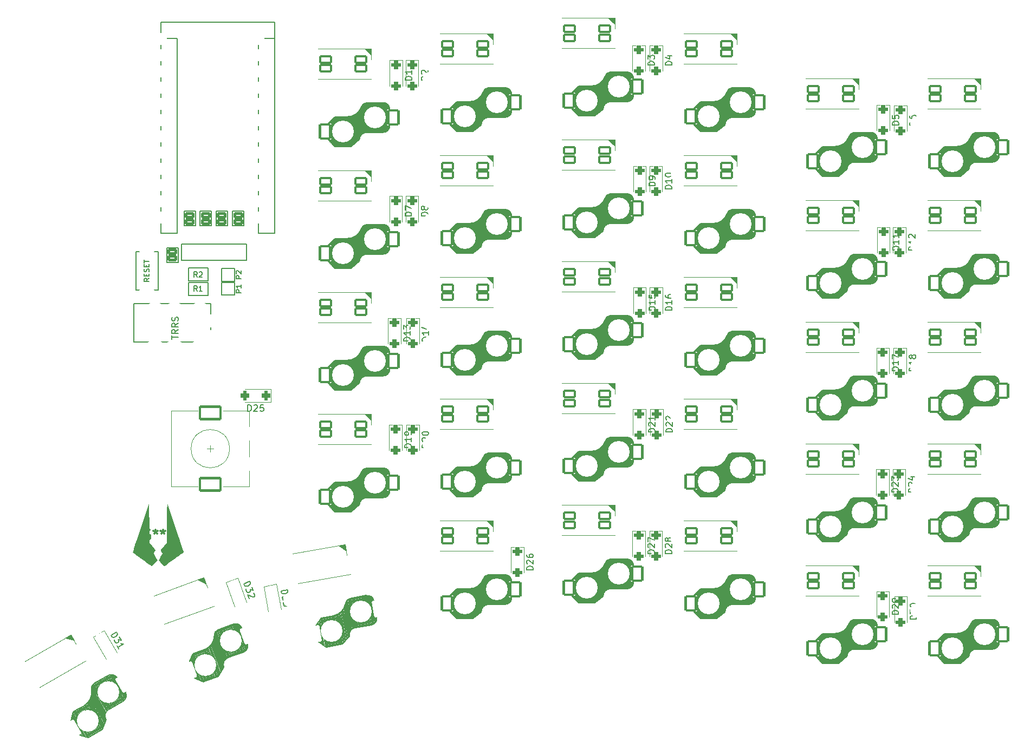
<source format=gto>
G04 #@! TF.GenerationSoftware,KiCad,Pcbnew,7.0.9*
G04 #@! TF.CreationDate,2023-12-28T12:40:59+03:00*
G04 #@! TF.ProjectId,SofleKeyboard,536f666c-654b-4657-9962-6f6172642e6b,rev?*
G04 #@! TF.SameCoordinates,Original*
G04 #@! TF.FileFunction,Legend,Top*
G04 #@! TF.FilePolarity,Positive*
%FSLAX46Y46*%
G04 Gerber Fmt 4.6, Leading zero omitted, Abs format (unit mm)*
G04 Created by KiCad (PCBNEW 7.0.9) date 2023-12-28 12:40:59*
%MOMM*%
%LPD*%
G01*
G04 APERTURE LIST*
G04 Aperture macros list*
%AMRoundRect*
0 Rectangle with rounded corners*
0 $1 Rounding radius*
0 $2 $3 $4 $5 $6 $7 $8 $9 X,Y pos of 4 corners*
0 Add a 4 corners polygon primitive as box body*
4,1,4,$2,$3,$4,$5,$6,$7,$8,$9,$2,$3,0*
0 Add four circle primitives for the rounded corners*
1,1,$1+$1,$2,$3*
1,1,$1+$1,$4,$5*
1,1,$1+$1,$6,$7*
1,1,$1+$1,$8,$9*
0 Add four rect primitives between the rounded corners*
20,1,$1+$1,$2,$3,$4,$5,0*
20,1,$1+$1,$4,$5,$6,$7,0*
20,1,$1+$1,$6,$7,$8,$9,0*
20,1,$1+$1,$8,$9,$2,$3,0*%
G04 Aperture macros list end*
%ADD10C,0.300000*%
%ADD11C,0.150000*%
%ADD12C,0.120000*%
%ADD13C,0.100000*%
%ADD14C,1.397000*%
%ADD15C,1.200000*%
%ADD16O,2.500000X1.700000*%
%ADD17C,1.524000*%
%ADD18C,2.200000*%
%ADD19C,1.400000*%
%ADD20C,3.400000*%
%ADD21C,3.800000*%
%ADD22RoundRect,0.200000X0.850000X0.500000X-0.850000X0.500000X-0.850000X-0.500000X0.850000X-0.500000X0*%
%ADD23RoundRect,0.200000X0.800000X1.100000X-0.800000X1.100000X-0.800000X-1.100000X0.800000X-1.100000X0*%
%ADD24C,1.797000*%
%ADD25C,1.600000*%
%ADD26O,2.900000X2.100000*%
%ADD27C,5.100000*%
%ADD28C,1.924000*%
%ADD29RoundRect,0.200000X0.571500X-0.317500X0.571500X0.317500X-0.571500X0.317500X-0.571500X-0.317500X0*%
%ADD30C,2.400000*%
%ADD31RoundRect,0.200000X-0.571500X0.317500X-0.571500X-0.317500X0.571500X-0.317500X0.571500X0.317500X0*%
%ADD32RoundRect,0.425000X0.225000X0.375000X-0.225000X0.375000X-0.225000X-0.375000X0.225000X-0.375000X0*%
%ADD33C,4.400000*%
%ADD34RoundRect,0.200000X-1.600000X-1.000000X1.600000X-1.000000X1.600000X1.000000X-1.600000X1.000000X0*%
%ADD35RoundRect,0.425000X-0.375000X0.225000X-0.375000X-0.225000X0.375000X-0.225000X0.375000X0.225000X0*%
%ADD36RoundRect,0.200000X0.486122X0.858013X-0.986122X0.008013X-0.486122X-0.858013X0.986122X-0.008013X0*%
%ADD37RoundRect,0.200000X0.142820X1.352628X-1.242820X0.552628X-0.142820X-1.352628X1.242820X-0.552628X0*%
%ADD38RoundRect,0.425000X-0.437260X0.007356X-0.212260X-0.382356X0.437260X-0.007356X0.212260X0.382356X0*%
%ADD39RoundRect,0.425000X-0.429339X0.083173X-0.275430X-0.339688X0.429339X-0.083173X0.275430X0.339688X0*%
%ADD40RoundRect,0.200000X0.627729X0.760563X-0.969749X0.179129X-0.627729X-0.760563X0.969749X-0.179129X0*%
%ADD41RoundRect,0.200000X0.375532X1.307278X-1.127976X0.760046X-0.375532X-1.307278X1.127976X-0.760046X0*%
%ADD42RoundRect,0.425000X-0.408374X0.156464X-0.330232X-0.286700X0.408374X-0.156464X0.330232X0.286700X0*%
%ADD43RoundRect,0.200000X0.750263X0.640005X-0.923911X0.344803X-0.750263X-0.640005X0.923911X-0.344803X0*%
%ADD44RoundRect,0.200000X0.596833X1.222207X-0.978859X0.944370X-0.596833X-1.222207X0.978859X-0.944370X0*%
G04 APERTURE END LIST*
D10*
X90439237Y-118044126D02*
X90296380Y-117972697D01*
X90296380Y-117972697D02*
X90082094Y-117972697D01*
X90082094Y-117972697D02*
X89867808Y-118044126D01*
X89867808Y-118044126D02*
X89724951Y-118186983D01*
X89724951Y-118186983D02*
X89653522Y-118329840D01*
X89653522Y-118329840D02*
X89582094Y-118615554D01*
X89582094Y-118615554D02*
X89582094Y-118829840D01*
X89582094Y-118829840D02*
X89653522Y-119115554D01*
X89653522Y-119115554D02*
X89724951Y-119258411D01*
X89724951Y-119258411D02*
X89867808Y-119401269D01*
X89867808Y-119401269D02*
X90082094Y-119472697D01*
X90082094Y-119472697D02*
X90224951Y-119472697D01*
X90224951Y-119472697D02*
X90439237Y-119401269D01*
X90439237Y-119401269D02*
X90510665Y-119329840D01*
X90510665Y-119329840D02*
X90510665Y-118829840D01*
X90510665Y-118829840D02*
X90224951Y-118829840D01*
X91367808Y-117972697D02*
X91367808Y-118329840D01*
X91010665Y-118186983D02*
X91367808Y-118329840D01*
X91367808Y-118329840D02*
X91724951Y-118186983D01*
X91153522Y-118615554D02*
X91367808Y-118329840D01*
X91367808Y-118329840D02*
X91582094Y-118615554D01*
X92510665Y-117972697D02*
X92510665Y-118329840D01*
X92153522Y-118186983D02*
X92510665Y-118329840D01*
X92510665Y-118329840D02*
X92867808Y-118186983D01*
X92296379Y-118615554D02*
X92510665Y-118329840D01*
X92510665Y-118329840D02*
X92724951Y-118615554D01*
X93653522Y-117972697D02*
X93653522Y-118329840D01*
X93296379Y-118186983D02*
X93653522Y-118329840D01*
X93653522Y-118329840D02*
X94010665Y-118186983D01*
X93439236Y-118615554D02*
X93653522Y-118329840D01*
X93653522Y-118329840D02*
X93867808Y-118615554D01*
D11*
X97864533Y-80668216D02*
X97593600Y-80281169D01*
X97400076Y-80668216D02*
X97400076Y-79855416D01*
X97400076Y-79855416D02*
X97709714Y-79855416D01*
X97709714Y-79855416D02*
X97787124Y-79894121D01*
X97787124Y-79894121D02*
X97825829Y-79932826D01*
X97825829Y-79932826D02*
X97864533Y-80010235D01*
X97864533Y-80010235D02*
X97864533Y-80126350D01*
X97864533Y-80126350D02*
X97825829Y-80203759D01*
X97825829Y-80203759D02*
X97787124Y-80242464D01*
X97787124Y-80242464D02*
X97709714Y-80281169D01*
X97709714Y-80281169D02*
X97400076Y-80281169D01*
X98638629Y-80668216D02*
X98174172Y-80668216D01*
X98406400Y-80668216D02*
X98406400Y-79855416D01*
X98406400Y-79855416D02*
X98328991Y-79971531D01*
X98328991Y-79971531D02*
X98251581Y-80048940D01*
X98251581Y-80048940D02*
X98174172Y-80087645D01*
X97864533Y-78468216D02*
X97593600Y-78081169D01*
X97400076Y-78468216D02*
X97400076Y-77655416D01*
X97400076Y-77655416D02*
X97709714Y-77655416D01*
X97709714Y-77655416D02*
X97787124Y-77694121D01*
X97787124Y-77694121D02*
X97825829Y-77732826D01*
X97825829Y-77732826D02*
X97864533Y-77810235D01*
X97864533Y-77810235D02*
X97864533Y-77926350D01*
X97864533Y-77926350D02*
X97825829Y-78003759D01*
X97825829Y-78003759D02*
X97787124Y-78042464D01*
X97787124Y-78042464D02*
X97709714Y-78081169D01*
X97709714Y-78081169D02*
X97400076Y-78081169D01*
X98174172Y-77732826D02*
X98212876Y-77694121D01*
X98212876Y-77694121D02*
X98290286Y-77655416D01*
X98290286Y-77655416D02*
X98483810Y-77655416D01*
X98483810Y-77655416D02*
X98561219Y-77694121D01*
X98561219Y-77694121D02*
X98599924Y-77732826D01*
X98599924Y-77732826D02*
X98638629Y-77810235D01*
X98638629Y-77810235D02*
X98638629Y-77887645D01*
X98638629Y-77887645D02*
X98599924Y-78003759D01*
X98599924Y-78003759D02*
X98135467Y-78468216D01*
X98135467Y-78468216D02*
X98638629Y-78468216D01*
X93904819Y-88161904D02*
X93904819Y-87590476D01*
X94904819Y-87876190D02*
X93904819Y-87876190D01*
X94904819Y-86685714D02*
X94428628Y-87019047D01*
X94904819Y-87257142D02*
X93904819Y-87257142D01*
X93904819Y-87257142D02*
X93904819Y-86876190D01*
X93904819Y-86876190D02*
X93952438Y-86780952D01*
X93952438Y-86780952D02*
X94000057Y-86733333D01*
X94000057Y-86733333D02*
X94095295Y-86685714D01*
X94095295Y-86685714D02*
X94238152Y-86685714D01*
X94238152Y-86685714D02*
X94333390Y-86733333D01*
X94333390Y-86733333D02*
X94381009Y-86780952D01*
X94381009Y-86780952D02*
X94428628Y-86876190D01*
X94428628Y-86876190D02*
X94428628Y-87257142D01*
X94904819Y-85685714D02*
X94428628Y-86019047D01*
X94904819Y-86257142D02*
X93904819Y-86257142D01*
X93904819Y-86257142D02*
X93904819Y-85876190D01*
X93904819Y-85876190D02*
X93952438Y-85780952D01*
X93952438Y-85780952D02*
X94000057Y-85733333D01*
X94000057Y-85733333D02*
X94095295Y-85685714D01*
X94095295Y-85685714D02*
X94238152Y-85685714D01*
X94238152Y-85685714D02*
X94333390Y-85733333D01*
X94333390Y-85733333D02*
X94381009Y-85780952D01*
X94381009Y-85780952D02*
X94428628Y-85876190D01*
X94428628Y-85876190D02*
X94428628Y-86257142D01*
X94857200Y-85304761D02*
X94904819Y-85161904D01*
X94904819Y-85161904D02*
X94904819Y-84923809D01*
X94904819Y-84923809D02*
X94857200Y-84828571D01*
X94857200Y-84828571D02*
X94809580Y-84780952D01*
X94809580Y-84780952D02*
X94714342Y-84733333D01*
X94714342Y-84733333D02*
X94619104Y-84733333D01*
X94619104Y-84733333D02*
X94523866Y-84780952D01*
X94523866Y-84780952D02*
X94476247Y-84828571D01*
X94476247Y-84828571D02*
X94428628Y-84923809D01*
X94428628Y-84923809D02*
X94381009Y-85114285D01*
X94381009Y-85114285D02*
X94333390Y-85209523D01*
X94333390Y-85209523D02*
X94285771Y-85257142D01*
X94285771Y-85257142D02*
X94190533Y-85304761D01*
X94190533Y-85304761D02*
X94095295Y-85304761D01*
X94095295Y-85304761D02*
X94000057Y-85257142D01*
X94000057Y-85257142D02*
X93952438Y-85209523D01*
X93952438Y-85209523D02*
X93904819Y-85114285D01*
X93904819Y-85114285D02*
X93904819Y-84876190D01*
X93904819Y-84876190D02*
X93952438Y-84733333D01*
X104740160Y-80899923D02*
X103927360Y-80899923D01*
X103927360Y-80899923D02*
X103927360Y-80590285D01*
X103927360Y-80590285D02*
X103966065Y-80512875D01*
X103966065Y-80512875D02*
X104004770Y-80474170D01*
X104004770Y-80474170D02*
X104082179Y-80435466D01*
X104082179Y-80435466D02*
X104198294Y-80435466D01*
X104198294Y-80435466D02*
X104275703Y-80474170D01*
X104275703Y-80474170D02*
X104314408Y-80512875D01*
X104314408Y-80512875D02*
X104353113Y-80590285D01*
X104353113Y-80590285D02*
X104353113Y-80899923D01*
X104740160Y-79661370D02*
X104740160Y-80125827D01*
X104740160Y-79893599D02*
X103927360Y-79893599D01*
X103927360Y-79893599D02*
X104043475Y-79971008D01*
X104043475Y-79971008D02*
X104120884Y-80048418D01*
X104120884Y-80048418D02*
X104159589Y-80125827D01*
X104740160Y-78699923D02*
X103927360Y-78699923D01*
X103927360Y-78699923D02*
X103927360Y-78390285D01*
X103927360Y-78390285D02*
X103966065Y-78312875D01*
X103966065Y-78312875D02*
X104004770Y-78274170D01*
X104004770Y-78274170D02*
X104082179Y-78235466D01*
X104082179Y-78235466D02*
X104198294Y-78235466D01*
X104198294Y-78235466D02*
X104275703Y-78274170D01*
X104275703Y-78274170D02*
X104314408Y-78312875D01*
X104314408Y-78312875D02*
X104353113Y-78390285D01*
X104353113Y-78390285D02*
X104353113Y-78699923D01*
X104004770Y-77925827D02*
X103966065Y-77887123D01*
X103966065Y-77887123D02*
X103927360Y-77809713D01*
X103927360Y-77809713D02*
X103927360Y-77616189D01*
X103927360Y-77616189D02*
X103966065Y-77538780D01*
X103966065Y-77538780D02*
X104004770Y-77500075D01*
X104004770Y-77500075D02*
X104082179Y-77461370D01*
X104082179Y-77461370D02*
X104159589Y-77461370D01*
X104159589Y-77461370D02*
X104275703Y-77500075D01*
X104275703Y-77500075D02*
X104740160Y-77964532D01*
X104740160Y-77964532D02*
X104740160Y-77461370D01*
X90362295Y-78661904D02*
X89981342Y-78928571D01*
X90362295Y-79119047D02*
X89562295Y-79119047D01*
X89562295Y-79119047D02*
X89562295Y-78814285D01*
X89562295Y-78814285D02*
X89600390Y-78738095D01*
X89600390Y-78738095D02*
X89638485Y-78700000D01*
X89638485Y-78700000D02*
X89714676Y-78661904D01*
X89714676Y-78661904D02*
X89828961Y-78661904D01*
X89828961Y-78661904D02*
X89905152Y-78700000D01*
X89905152Y-78700000D02*
X89943247Y-78738095D01*
X89943247Y-78738095D02*
X89981342Y-78814285D01*
X89981342Y-78814285D02*
X89981342Y-79119047D01*
X89943247Y-78319047D02*
X89943247Y-78052381D01*
X90362295Y-77938095D02*
X90362295Y-78319047D01*
X90362295Y-78319047D02*
X89562295Y-78319047D01*
X89562295Y-78319047D02*
X89562295Y-77938095D01*
X90324200Y-77633333D02*
X90362295Y-77519047D01*
X90362295Y-77519047D02*
X90362295Y-77328571D01*
X90362295Y-77328571D02*
X90324200Y-77252380D01*
X90324200Y-77252380D02*
X90286104Y-77214285D01*
X90286104Y-77214285D02*
X90209914Y-77176190D01*
X90209914Y-77176190D02*
X90133723Y-77176190D01*
X90133723Y-77176190D02*
X90057533Y-77214285D01*
X90057533Y-77214285D02*
X90019438Y-77252380D01*
X90019438Y-77252380D02*
X89981342Y-77328571D01*
X89981342Y-77328571D02*
X89943247Y-77480952D01*
X89943247Y-77480952D02*
X89905152Y-77557142D01*
X89905152Y-77557142D02*
X89867057Y-77595237D01*
X89867057Y-77595237D02*
X89790866Y-77633333D01*
X89790866Y-77633333D02*
X89714676Y-77633333D01*
X89714676Y-77633333D02*
X89638485Y-77595237D01*
X89638485Y-77595237D02*
X89600390Y-77557142D01*
X89600390Y-77557142D02*
X89562295Y-77480952D01*
X89562295Y-77480952D02*
X89562295Y-77290475D01*
X89562295Y-77290475D02*
X89600390Y-77176190D01*
X89943247Y-76833332D02*
X89943247Y-76566666D01*
X90362295Y-76452380D02*
X90362295Y-76833332D01*
X90362295Y-76833332D02*
X89562295Y-76833332D01*
X89562295Y-76833332D02*
X89562295Y-76452380D01*
X89562295Y-76223808D02*
X89562295Y-75766665D01*
X90362295Y-75995237D02*
X89562295Y-75995237D01*
X105785714Y-99454819D02*
X105785714Y-98454819D01*
X105785714Y-98454819D02*
X106023809Y-98454819D01*
X106023809Y-98454819D02*
X106166666Y-98502438D01*
X106166666Y-98502438D02*
X106261904Y-98597676D01*
X106261904Y-98597676D02*
X106309523Y-98692914D01*
X106309523Y-98692914D02*
X106357142Y-98883390D01*
X106357142Y-98883390D02*
X106357142Y-99026247D01*
X106357142Y-99026247D02*
X106309523Y-99216723D01*
X106309523Y-99216723D02*
X106261904Y-99311961D01*
X106261904Y-99311961D02*
X106166666Y-99407200D01*
X106166666Y-99407200D02*
X106023809Y-99454819D01*
X106023809Y-99454819D02*
X105785714Y-99454819D01*
X106738095Y-98550057D02*
X106785714Y-98502438D01*
X106785714Y-98502438D02*
X106880952Y-98454819D01*
X106880952Y-98454819D02*
X107119047Y-98454819D01*
X107119047Y-98454819D02*
X107214285Y-98502438D01*
X107214285Y-98502438D02*
X107261904Y-98550057D01*
X107261904Y-98550057D02*
X107309523Y-98645295D01*
X107309523Y-98645295D02*
X107309523Y-98740533D01*
X107309523Y-98740533D02*
X107261904Y-98883390D01*
X107261904Y-98883390D02*
X106690476Y-99454819D01*
X106690476Y-99454819D02*
X107309523Y-99454819D01*
X108214285Y-98454819D02*
X107738095Y-98454819D01*
X107738095Y-98454819D02*
X107690476Y-98931009D01*
X107690476Y-98931009D02*
X107738095Y-98883390D01*
X107738095Y-98883390D02*
X107833333Y-98835771D01*
X107833333Y-98835771D02*
X108071428Y-98835771D01*
X108071428Y-98835771D02*
X108166666Y-98883390D01*
X108166666Y-98883390D02*
X108214285Y-98931009D01*
X108214285Y-98931009D02*
X108261904Y-99026247D01*
X108261904Y-99026247D02*
X108261904Y-99264342D01*
X108261904Y-99264342D02*
X108214285Y-99359580D01*
X108214285Y-99359580D02*
X108166666Y-99407200D01*
X108166666Y-99407200D02*
X108071428Y-99454819D01*
X108071428Y-99454819D02*
X107833333Y-99454819D01*
X107833333Y-99454819D02*
X107738095Y-99407200D01*
X107738095Y-99407200D02*
X107690476Y-99359580D01*
X169404819Y-102714285D02*
X168404819Y-102714285D01*
X168404819Y-102714285D02*
X168404819Y-102476190D01*
X168404819Y-102476190D02*
X168452438Y-102333333D01*
X168452438Y-102333333D02*
X168547676Y-102238095D01*
X168547676Y-102238095D02*
X168642914Y-102190476D01*
X168642914Y-102190476D02*
X168833390Y-102142857D01*
X168833390Y-102142857D02*
X168976247Y-102142857D01*
X168976247Y-102142857D02*
X169166723Y-102190476D01*
X169166723Y-102190476D02*
X169261961Y-102238095D01*
X169261961Y-102238095D02*
X169357200Y-102333333D01*
X169357200Y-102333333D02*
X169404819Y-102476190D01*
X169404819Y-102476190D02*
X169404819Y-102714285D01*
X168500057Y-101761904D02*
X168452438Y-101714285D01*
X168452438Y-101714285D02*
X168404819Y-101619047D01*
X168404819Y-101619047D02*
X168404819Y-101380952D01*
X168404819Y-101380952D02*
X168452438Y-101285714D01*
X168452438Y-101285714D02*
X168500057Y-101238095D01*
X168500057Y-101238095D02*
X168595295Y-101190476D01*
X168595295Y-101190476D02*
X168690533Y-101190476D01*
X168690533Y-101190476D02*
X168833390Y-101238095D01*
X168833390Y-101238095D02*
X169404819Y-101809523D01*
X169404819Y-101809523D02*
X169404819Y-101190476D01*
X169404819Y-100238095D02*
X169404819Y-100809523D01*
X169404819Y-100523809D02*
X168404819Y-100523809D01*
X168404819Y-100523809D02*
X168547676Y-100619047D01*
X168547676Y-100619047D02*
X168642914Y-100714285D01*
X168642914Y-100714285D02*
X168690533Y-100809523D01*
X172054819Y-45288094D02*
X171054819Y-45288094D01*
X171054819Y-45288094D02*
X171054819Y-45049999D01*
X171054819Y-45049999D02*
X171102438Y-44907142D01*
X171102438Y-44907142D02*
X171197676Y-44811904D01*
X171197676Y-44811904D02*
X171292914Y-44764285D01*
X171292914Y-44764285D02*
X171483390Y-44716666D01*
X171483390Y-44716666D02*
X171626247Y-44716666D01*
X171626247Y-44716666D02*
X171816723Y-44764285D01*
X171816723Y-44764285D02*
X171911961Y-44811904D01*
X171911961Y-44811904D02*
X172007200Y-44907142D01*
X172007200Y-44907142D02*
X172054819Y-45049999D01*
X172054819Y-45049999D02*
X172054819Y-45288094D01*
X171388152Y-43859523D02*
X172054819Y-43859523D01*
X171007200Y-44097618D02*
X171721485Y-44335713D01*
X171721485Y-44335713D02*
X171721485Y-43716666D01*
X131154819Y-88464285D02*
X130154819Y-88464285D01*
X130154819Y-88464285D02*
X130154819Y-88226190D01*
X130154819Y-88226190D02*
X130202438Y-88083333D01*
X130202438Y-88083333D02*
X130297676Y-87988095D01*
X130297676Y-87988095D02*
X130392914Y-87940476D01*
X130392914Y-87940476D02*
X130583390Y-87892857D01*
X130583390Y-87892857D02*
X130726247Y-87892857D01*
X130726247Y-87892857D02*
X130916723Y-87940476D01*
X130916723Y-87940476D02*
X131011961Y-87988095D01*
X131011961Y-87988095D02*
X131107200Y-88083333D01*
X131107200Y-88083333D02*
X131154819Y-88226190D01*
X131154819Y-88226190D02*
X131154819Y-88464285D01*
X131154819Y-86940476D02*
X131154819Y-87511904D01*
X131154819Y-87226190D02*
X130154819Y-87226190D01*
X130154819Y-87226190D02*
X130297676Y-87321428D01*
X130297676Y-87321428D02*
X130392914Y-87416666D01*
X130392914Y-87416666D02*
X130440533Y-87511904D01*
X130154819Y-86607142D02*
X130154819Y-85988095D01*
X130154819Y-85988095D02*
X130535771Y-86321428D01*
X130535771Y-86321428D02*
X130535771Y-86178571D01*
X130535771Y-86178571D02*
X130583390Y-86083333D01*
X130583390Y-86083333D02*
X130631009Y-86035714D01*
X130631009Y-86035714D02*
X130726247Y-85988095D01*
X130726247Y-85988095D02*
X130964342Y-85988095D01*
X130964342Y-85988095D02*
X131059580Y-86035714D01*
X131059580Y-86035714D02*
X131107200Y-86083333D01*
X131107200Y-86083333D02*
X131154819Y-86178571D01*
X131154819Y-86178571D02*
X131154819Y-86464285D01*
X131154819Y-86464285D02*
X131107200Y-86559523D01*
X131107200Y-86559523D02*
X131059580Y-86607142D01*
X169454819Y-83664285D02*
X168454819Y-83664285D01*
X168454819Y-83664285D02*
X168454819Y-83426190D01*
X168454819Y-83426190D02*
X168502438Y-83283333D01*
X168502438Y-83283333D02*
X168597676Y-83188095D01*
X168597676Y-83188095D02*
X168692914Y-83140476D01*
X168692914Y-83140476D02*
X168883390Y-83092857D01*
X168883390Y-83092857D02*
X169026247Y-83092857D01*
X169026247Y-83092857D02*
X169216723Y-83140476D01*
X169216723Y-83140476D02*
X169311961Y-83188095D01*
X169311961Y-83188095D02*
X169407200Y-83283333D01*
X169407200Y-83283333D02*
X169454819Y-83426190D01*
X169454819Y-83426190D02*
X169454819Y-83664285D01*
X169454819Y-82140476D02*
X169454819Y-82711904D01*
X169454819Y-82426190D02*
X168454819Y-82426190D01*
X168454819Y-82426190D02*
X168597676Y-82521428D01*
X168597676Y-82521428D02*
X168692914Y-82616666D01*
X168692914Y-82616666D02*
X168740533Y-82711904D01*
X168454819Y-81235714D02*
X168454819Y-81711904D01*
X168454819Y-81711904D02*
X168931009Y-81759523D01*
X168931009Y-81759523D02*
X168883390Y-81711904D01*
X168883390Y-81711904D02*
X168835771Y-81616666D01*
X168835771Y-81616666D02*
X168835771Y-81378571D01*
X168835771Y-81378571D02*
X168883390Y-81283333D01*
X168883390Y-81283333D02*
X168931009Y-81235714D01*
X168931009Y-81235714D02*
X169026247Y-81188095D01*
X169026247Y-81188095D02*
X169264342Y-81188095D01*
X169264342Y-81188095D02*
X169359580Y-81235714D01*
X169359580Y-81235714D02*
X169407200Y-81283333D01*
X169407200Y-81283333D02*
X169454819Y-81378571D01*
X169454819Y-81378571D02*
X169454819Y-81616666D01*
X169454819Y-81616666D02*
X169407200Y-81711904D01*
X169407200Y-81711904D02*
X169359580Y-81759523D01*
X207454819Y-93114285D02*
X206454819Y-93114285D01*
X206454819Y-93114285D02*
X206454819Y-92876190D01*
X206454819Y-92876190D02*
X206502438Y-92733333D01*
X206502438Y-92733333D02*
X206597676Y-92638095D01*
X206597676Y-92638095D02*
X206692914Y-92590476D01*
X206692914Y-92590476D02*
X206883390Y-92542857D01*
X206883390Y-92542857D02*
X207026247Y-92542857D01*
X207026247Y-92542857D02*
X207216723Y-92590476D01*
X207216723Y-92590476D02*
X207311961Y-92638095D01*
X207311961Y-92638095D02*
X207407200Y-92733333D01*
X207407200Y-92733333D02*
X207454819Y-92876190D01*
X207454819Y-92876190D02*
X207454819Y-93114285D01*
X207454819Y-91590476D02*
X207454819Y-92161904D01*
X207454819Y-91876190D02*
X206454819Y-91876190D01*
X206454819Y-91876190D02*
X206597676Y-91971428D01*
X206597676Y-91971428D02*
X206692914Y-92066666D01*
X206692914Y-92066666D02*
X206740533Y-92161904D01*
X206454819Y-91257142D02*
X206454819Y-90590476D01*
X206454819Y-90590476D02*
X207454819Y-91019047D01*
X207404819Y-112114285D02*
X206404819Y-112114285D01*
X206404819Y-112114285D02*
X206404819Y-111876190D01*
X206404819Y-111876190D02*
X206452438Y-111733333D01*
X206452438Y-111733333D02*
X206547676Y-111638095D01*
X206547676Y-111638095D02*
X206642914Y-111590476D01*
X206642914Y-111590476D02*
X206833390Y-111542857D01*
X206833390Y-111542857D02*
X206976247Y-111542857D01*
X206976247Y-111542857D02*
X207166723Y-111590476D01*
X207166723Y-111590476D02*
X207261961Y-111638095D01*
X207261961Y-111638095D02*
X207357200Y-111733333D01*
X207357200Y-111733333D02*
X207404819Y-111876190D01*
X207404819Y-111876190D02*
X207404819Y-112114285D01*
X206500057Y-111161904D02*
X206452438Y-111114285D01*
X206452438Y-111114285D02*
X206404819Y-111019047D01*
X206404819Y-111019047D02*
X206404819Y-110780952D01*
X206404819Y-110780952D02*
X206452438Y-110685714D01*
X206452438Y-110685714D02*
X206500057Y-110638095D01*
X206500057Y-110638095D02*
X206595295Y-110590476D01*
X206595295Y-110590476D02*
X206690533Y-110590476D01*
X206690533Y-110590476D02*
X206833390Y-110638095D01*
X206833390Y-110638095D02*
X207404819Y-111209523D01*
X207404819Y-111209523D02*
X207404819Y-110590476D01*
X206404819Y-110257142D02*
X206404819Y-109638095D01*
X206404819Y-109638095D02*
X206785771Y-109971428D01*
X206785771Y-109971428D02*
X206785771Y-109828571D01*
X206785771Y-109828571D02*
X206833390Y-109733333D01*
X206833390Y-109733333D02*
X206881009Y-109685714D01*
X206881009Y-109685714D02*
X206976247Y-109638095D01*
X206976247Y-109638095D02*
X207214342Y-109638095D01*
X207214342Y-109638095D02*
X207309580Y-109685714D01*
X207309580Y-109685714D02*
X207357200Y-109733333D01*
X207357200Y-109733333D02*
X207404819Y-109828571D01*
X207404819Y-109828571D02*
X207404819Y-110114285D01*
X207404819Y-110114285D02*
X207357200Y-110209523D01*
X207357200Y-110209523D02*
X207309580Y-110257142D01*
X172104819Y-102714285D02*
X171104819Y-102714285D01*
X171104819Y-102714285D02*
X171104819Y-102476190D01*
X171104819Y-102476190D02*
X171152438Y-102333333D01*
X171152438Y-102333333D02*
X171247676Y-102238095D01*
X171247676Y-102238095D02*
X171342914Y-102190476D01*
X171342914Y-102190476D02*
X171533390Y-102142857D01*
X171533390Y-102142857D02*
X171676247Y-102142857D01*
X171676247Y-102142857D02*
X171866723Y-102190476D01*
X171866723Y-102190476D02*
X171961961Y-102238095D01*
X171961961Y-102238095D02*
X172057200Y-102333333D01*
X172057200Y-102333333D02*
X172104819Y-102476190D01*
X172104819Y-102476190D02*
X172104819Y-102714285D01*
X171200057Y-101761904D02*
X171152438Y-101714285D01*
X171152438Y-101714285D02*
X171104819Y-101619047D01*
X171104819Y-101619047D02*
X171104819Y-101380952D01*
X171104819Y-101380952D02*
X171152438Y-101285714D01*
X171152438Y-101285714D02*
X171200057Y-101238095D01*
X171200057Y-101238095D02*
X171295295Y-101190476D01*
X171295295Y-101190476D02*
X171390533Y-101190476D01*
X171390533Y-101190476D02*
X171533390Y-101238095D01*
X171533390Y-101238095D02*
X172104819Y-101809523D01*
X172104819Y-101809523D02*
X172104819Y-101190476D01*
X171200057Y-100809523D02*
X171152438Y-100761904D01*
X171152438Y-100761904D02*
X171104819Y-100666666D01*
X171104819Y-100666666D02*
X171104819Y-100428571D01*
X171104819Y-100428571D02*
X171152438Y-100333333D01*
X171152438Y-100333333D02*
X171200057Y-100285714D01*
X171200057Y-100285714D02*
X171295295Y-100238095D01*
X171295295Y-100238095D02*
X171390533Y-100238095D01*
X171390533Y-100238095D02*
X171533390Y-100285714D01*
X171533390Y-100285714D02*
X172104819Y-100857142D01*
X172104819Y-100857142D02*
X172104819Y-100238095D01*
X84381023Y-134475807D02*
X85247048Y-133975807D01*
X85247048Y-133975807D02*
X85366096Y-134182003D01*
X85366096Y-134182003D02*
X85396285Y-134329531D01*
X85396285Y-134329531D02*
X85361425Y-134459628D01*
X85361425Y-134459628D02*
X85302756Y-134548487D01*
X85302756Y-134548487D02*
X85161609Y-134684964D01*
X85161609Y-134684964D02*
X85037891Y-134756393D01*
X85037891Y-134756393D02*
X84849124Y-134810391D01*
X84849124Y-134810391D02*
X84742836Y-134816771D01*
X84742836Y-134816771D02*
X84612738Y-134781912D01*
X84612738Y-134781912D02*
X84500070Y-134682003D01*
X84500070Y-134682003D02*
X84381023Y-134475807D01*
X85699429Y-134759354D02*
X86008953Y-135295464D01*
X86008953Y-135295464D02*
X85512372Y-135197266D01*
X85512372Y-135197266D02*
X85583800Y-135320983D01*
X85583800Y-135320983D02*
X85590180Y-135427272D01*
X85590180Y-135427272D02*
X85572750Y-135492320D01*
X85572750Y-135492320D02*
X85514081Y-135581179D01*
X85514081Y-135581179D02*
X85307885Y-135700226D01*
X85307885Y-135700226D02*
X85201597Y-135706606D01*
X85201597Y-135706606D02*
X85136548Y-135689176D01*
X85136548Y-135689176D02*
X85047689Y-135630507D01*
X85047689Y-135630507D02*
X84904832Y-135383071D01*
X84904832Y-135383071D02*
X84898453Y-135276783D01*
X84898453Y-135276783D02*
X84915882Y-135211734D01*
X85619118Y-136620251D02*
X85333404Y-136125379D01*
X85476261Y-136372815D02*
X86342286Y-135872815D01*
X86342286Y-135872815D02*
X86170949Y-135861765D01*
X86170949Y-135861765D02*
X86040852Y-135826905D01*
X86040852Y-135826905D02*
X85951993Y-135768236D01*
X169304819Y-45288094D02*
X168304819Y-45288094D01*
X168304819Y-45288094D02*
X168304819Y-45049999D01*
X168304819Y-45049999D02*
X168352438Y-44907142D01*
X168352438Y-44907142D02*
X168447676Y-44811904D01*
X168447676Y-44811904D02*
X168542914Y-44764285D01*
X168542914Y-44764285D02*
X168733390Y-44716666D01*
X168733390Y-44716666D02*
X168876247Y-44716666D01*
X168876247Y-44716666D02*
X169066723Y-44764285D01*
X169066723Y-44764285D02*
X169161961Y-44811904D01*
X169161961Y-44811904D02*
X169257200Y-44907142D01*
X169257200Y-44907142D02*
X169304819Y-45049999D01*
X169304819Y-45049999D02*
X169304819Y-45288094D01*
X168304819Y-44383332D02*
X168304819Y-43764285D01*
X168304819Y-43764285D02*
X168685771Y-44097618D01*
X168685771Y-44097618D02*
X168685771Y-43954761D01*
X168685771Y-43954761D02*
X168733390Y-43859523D01*
X168733390Y-43859523D02*
X168781009Y-43811904D01*
X168781009Y-43811904D02*
X168876247Y-43764285D01*
X168876247Y-43764285D02*
X169114342Y-43764285D01*
X169114342Y-43764285D02*
X169209580Y-43811904D01*
X169209580Y-43811904D02*
X169257200Y-43859523D01*
X169257200Y-43859523D02*
X169304819Y-43954761D01*
X169304819Y-43954761D02*
X169304819Y-44240475D01*
X169304819Y-44240475D02*
X169257200Y-44335713D01*
X169257200Y-44335713D02*
X169209580Y-44383332D01*
X210004819Y-112114285D02*
X209004819Y-112114285D01*
X209004819Y-112114285D02*
X209004819Y-111876190D01*
X209004819Y-111876190D02*
X209052438Y-111733333D01*
X209052438Y-111733333D02*
X209147676Y-111638095D01*
X209147676Y-111638095D02*
X209242914Y-111590476D01*
X209242914Y-111590476D02*
X209433390Y-111542857D01*
X209433390Y-111542857D02*
X209576247Y-111542857D01*
X209576247Y-111542857D02*
X209766723Y-111590476D01*
X209766723Y-111590476D02*
X209861961Y-111638095D01*
X209861961Y-111638095D02*
X209957200Y-111733333D01*
X209957200Y-111733333D02*
X210004819Y-111876190D01*
X210004819Y-111876190D02*
X210004819Y-112114285D01*
X209100057Y-111161904D02*
X209052438Y-111114285D01*
X209052438Y-111114285D02*
X209004819Y-111019047D01*
X209004819Y-111019047D02*
X209004819Y-110780952D01*
X209004819Y-110780952D02*
X209052438Y-110685714D01*
X209052438Y-110685714D02*
X209100057Y-110638095D01*
X209100057Y-110638095D02*
X209195295Y-110590476D01*
X209195295Y-110590476D02*
X209290533Y-110590476D01*
X209290533Y-110590476D02*
X209433390Y-110638095D01*
X209433390Y-110638095D02*
X210004819Y-111209523D01*
X210004819Y-111209523D02*
X210004819Y-110590476D01*
X209338152Y-109733333D02*
X210004819Y-109733333D01*
X208957200Y-109971428D02*
X209671485Y-110209523D01*
X209671485Y-110209523D02*
X209671485Y-109590476D01*
X207454819Y-131214285D02*
X206454819Y-131214285D01*
X206454819Y-131214285D02*
X206454819Y-130976190D01*
X206454819Y-130976190D02*
X206502438Y-130833333D01*
X206502438Y-130833333D02*
X206597676Y-130738095D01*
X206597676Y-130738095D02*
X206692914Y-130690476D01*
X206692914Y-130690476D02*
X206883390Y-130642857D01*
X206883390Y-130642857D02*
X207026247Y-130642857D01*
X207026247Y-130642857D02*
X207216723Y-130690476D01*
X207216723Y-130690476D02*
X207311961Y-130738095D01*
X207311961Y-130738095D02*
X207407200Y-130833333D01*
X207407200Y-130833333D02*
X207454819Y-130976190D01*
X207454819Y-130976190D02*
X207454819Y-131214285D01*
X206550057Y-130261904D02*
X206502438Y-130214285D01*
X206502438Y-130214285D02*
X206454819Y-130119047D01*
X206454819Y-130119047D02*
X206454819Y-129880952D01*
X206454819Y-129880952D02*
X206502438Y-129785714D01*
X206502438Y-129785714D02*
X206550057Y-129738095D01*
X206550057Y-129738095D02*
X206645295Y-129690476D01*
X206645295Y-129690476D02*
X206740533Y-129690476D01*
X206740533Y-129690476D02*
X206883390Y-129738095D01*
X206883390Y-129738095D02*
X207454819Y-130309523D01*
X207454819Y-130309523D02*
X207454819Y-129690476D01*
X207454819Y-129214285D02*
X207454819Y-129023809D01*
X207454819Y-129023809D02*
X207407200Y-128928571D01*
X207407200Y-128928571D02*
X207359580Y-128880952D01*
X207359580Y-128880952D02*
X207216723Y-128785714D01*
X207216723Y-128785714D02*
X207026247Y-128738095D01*
X207026247Y-128738095D02*
X206645295Y-128738095D01*
X206645295Y-128738095D02*
X206550057Y-128785714D01*
X206550057Y-128785714D02*
X206502438Y-128833333D01*
X206502438Y-128833333D02*
X206454819Y-128928571D01*
X206454819Y-128928571D02*
X206454819Y-129119047D01*
X206454819Y-129119047D02*
X206502438Y-129214285D01*
X206502438Y-129214285D02*
X206550057Y-129261904D01*
X206550057Y-129261904D02*
X206645295Y-129309523D01*
X206645295Y-129309523D02*
X206883390Y-129309523D01*
X206883390Y-129309523D02*
X206978628Y-129261904D01*
X206978628Y-129261904D02*
X207026247Y-129214285D01*
X207026247Y-129214285D02*
X207073866Y-129119047D01*
X207073866Y-129119047D02*
X207073866Y-128928571D01*
X207073866Y-128928571D02*
X207026247Y-128833333D01*
X207026247Y-128833333D02*
X206978628Y-128785714D01*
X206978628Y-128785714D02*
X206883390Y-128738095D01*
X105136684Y-126430461D02*
X106076377Y-126088441D01*
X106076377Y-126088441D02*
X106157810Y-126312178D01*
X106157810Y-126312178D02*
X106161923Y-126462706D01*
X106161923Y-126462706D02*
X106105002Y-126584774D01*
X106105002Y-126584774D02*
X106031794Y-126662095D01*
X106031794Y-126662095D02*
X105869092Y-126771989D01*
X105869092Y-126771989D02*
X105734850Y-126820849D01*
X105734850Y-126820849D02*
X105539574Y-126841248D01*
X105539574Y-126841248D02*
X105433793Y-126829074D01*
X105433793Y-126829074D02*
X105311725Y-126772153D01*
X105311725Y-126772153D02*
X105218118Y-126654198D01*
X105218118Y-126654198D02*
X105136684Y-126430461D01*
X106385824Y-126938639D02*
X106597550Y-127520354D01*
X106597550Y-127520354D02*
X106125566Y-127337416D01*
X106125566Y-127337416D02*
X106174426Y-127471658D01*
X106174426Y-127471658D02*
X106162252Y-127577439D01*
X106162252Y-127577439D02*
X106133791Y-127638473D01*
X106133791Y-127638473D02*
X106060583Y-127715794D01*
X106060583Y-127715794D02*
X105836847Y-127797227D01*
X105836847Y-127797227D02*
X105731066Y-127785053D01*
X105731066Y-127785053D02*
X105670032Y-127756593D01*
X105670032Y-127756593D02*
X105592711Y-127683385D01*
X105592711Y-127683385D02*
X105494991Y-127414901D01*
X105494991Y-127414901D02*
X105507165Y-127309120D01*
X105507165Y-127309120D02*
X105535626Y-127248086D01*
X106638349Y-127910905D02*
X106699383Y-127939366D01*
X106699383Y-127939366D02*
X106776704Y-128012574D01*
X106776704Y-128012574D02*
X106858137Y-128236310D01*
X106858137Y-128236310D02*
X106845963Y-128342091D01*
X106845963Y-128342091D02*
X106817503Y-128403125D01*
X106817503Y-128403125D02*
X106744295Y-128480446D01*
X106744295Y-128480446D02*
X106654800Y-128513019D01*
X106654800Y-128513019D02*
X106504272Y-128517132D01*
X106504272Y-128517132D02*
X105771864Y-128175605D01*
X105771864Y-128175605D02*
X105983591Y-128757319D01*
X131354819Y-68888094D02*
X130354819Y-68888094D01*
X130354819Y-68888094D02*
X130354819Y-68649999D01*
X130354819Y-68649999D02*
X130402438Y-68507142D01*
X130402438Y-68507142D02*
X130497676Y-68411904D01*
X130497676Y-68411904D02*
X130592914Y-68364285D01*
X130592914Y-68364285D02*
X130783390Y-68316666D01*
X130783390Y-68316666D02*
X130926247Y-68316666D01*
X130926247Y-68316666D02*
X131116723Y-68364285D01*
X131116723Y-68364285D02*
X131211961Y-68411904D01*
X131211961Y-68411904D02*
X131307200Y-68507142D01*
X131307200Y-68507142D02*
X131354819Y-68649999D01*
X131354819Y-68649999D02*
X131354819Y-68888094D01*
X130354819Y-67983332D02*
X130354819Y-67316666D01*
X130354819Y-67316666D02*
X131354819Y-67745237D01*
X150354819Y-124264285D02*
X149354819Y-124264285D01*
X149354819Y-124264285D02*
X149354819Y-124026190D01*
X149354819Y-124026190D02*
X149402438Y-123883333D01*
X149402438Y-123883333D02*
X149497676Y-123788095D01*
X149497676Y-123788095D02*
X149592914Y-123740476D01*
X149592914Y-123740476D02*
X149783390Y-123692857D01*
X149783390Y-123692857D02*
X149926247Y-123692857D01*
X149926247Y-123692857D02*
X150116723Y-123740476D01*
X150116723Y-123740476D02*
X150211961Y-123788095D01*
X150211961Y-123788095D02*
X150307200Y-123883333D01*
X150307200Y-123883333D02*
X150354819Y-124026190D01*
X150354819Y-124026190D02*
X150354819Y-124264285D01*
X149450057Y-123311904D02*
X149402438Y-123264285D01*
X149402438Y-123264285D02*
X149354819Y-123169047D01*
X149354819Y-123169047D02*
X149354819Y-122930952D01*
X149354819Y-122930952D02*
X149402438Y-122835714D01*
X149402438Y-122835714D02*
X149450057Y-122788095D01*
X149450057Y-122788095D02*
X149545295Y-122740476D01*
X149545295Y-122740476D02*
X149640533Y-122740476D01*
X149640533Y-122740476D02*
X149783390Y-122788095D01*
X149783390Y-122788095D02*
X150354819Y-123359523D01*
X150354819Y-123359523D02*
X150354819Y-122740476D01*
X149354819Y-121883333D02*
X149354819Y-122073809D01*
X149354819Y-122073809D02*
X149402438Y-122169047D01*
X149402438Y-122169047D02*
X149450057Y-122216666D01*
X149450057Y-122216666D02*
X149592914Y-122311904D01*
X149592914Y-122311904D02*
X149783390Y-122359523D01*
X149783390Y-122359523D02*
X150164342Y-122359523D01*
X150164342Y-122359523D02*
X150259580Y-122311904D01*
X150259580Y-122311904D02*
X150307200Y-122264285D01*
X150307200Y-122264285D02*
X150354819Y-122169047D01*
X150354819Y-122169047D02*
X150354819Y-121978571D01*
X150354819Y-121978571D02*
X150307200Y-121883333D01*
X150307200Y-121883333D02*
X150259580Y-121835714D01*
X150259580Y-121835714D02*
X150164342Y-121788095D01*
X150164342Y-121788095D02*
X149926247Y-121788095D01*
X149926247Y-121788095D02*
X149831009Y-121835714D01*
X149831009Y-121835714D02*
X149783390Y-121883333D01*
X149783390Y-121883333D02*
X149735771Y-121978571D01*
X149735771Y-121978571D02*
X149735771Y-122169047D01*
X149735771Y-122169047D02*
X149783390Y-122264285D01*
X149783390Y-122264285D02*
X149831009Y-122311904D01*
X149831009Y-122311904D02*
X149926247Y-122359523D01*
X172004819Y-121714285D02*
X171004819Y-121714285D01*
X171004819Y-121714285D02*
X171004819Y-121476190D01*
X171004819Y-121476190D02*
X171052438Y-121333333D01*
X171052438Y-121333333D02*
X171147676Y-121238095D01*
X171147676Y-121238095D02*
X171242914Y-121190476D01*
X171242914Y-121190476D02*
X171433390Y-121142857D01*
X171433390Y-121142857D02*
X171576247Y-121142857D01*
X171576247Y-121142857D02*
X171766723Y-121190476D01*
X171766723Y-121190476D02*
X171861961Y-121238095D01*
X171861961Y-121238095D02*
X171957200Y-121333333D01*
X171957200Y-121333333D02*
X172004819Y-121476190D01*
X172004819Y-121476190D02*
X172004819Y-121714285D01*
X171100057Y-120761904D02*
X171052438Y-120714285D01*
X171052438Y-120714285D02*
X171004819Y-120619047D01*
X171004819Y-120619047D02*
X171004819Y-120380952D01*
X171004819Y-120380952D02*
X171052438Y-120285714D01*
X171052438Y-120285714D02*
X171100057Y-120238095D01*
X171100057Y-120238095D02*
X171195295Y-120190476D01*
X171195295Y-120190476D02*
X171290533Y-120190476D01*
X171290533Y-120190476D02*
X171433390Y-120238095D01*
X171433390Y-120238095D02*
X172004819Y-120809523D01*
X172004819Y-120809523D02*
X172004819Y-120190476D01*
X171433390Y-119619047D02*
X171385771Y-119714285D01*
X171385771Y-119714285D02*
X171338152Y-119761904D01*
X171338152Y-119761904D02*
X171242914Y-119809523D01*
X171242914Y-119809523D02*
X171195295Y-119809523D01*
X171195295Y-119809523D02*
X171100057Y-119761904D01*
X171100057Y-119761904D02*
X171052438Y-119714285D01*
X171052438Y-119714285D02*
X171004819Y-119619047D01*
X171004819Y-119619047D02*
X171004819Y-119428571D01*
X171004819Y-119428571D02*
X171052438Y-119333333D01*
X171052438Y-119333333D02*
X171100057Y-119285714D01*
X171100057Y-119285714D02*
X171195295Y-119238095D01*
X171195295Y-119238095D02*
X171242914Y-119238095D01*
X171242914Y-119238095D02*
X171338152Y-119285714D01*
X171338152Y-119285714D02*
X171385771Y-119333333D01*
X171385771Y-119333333D02*
X171433390Y-119428571D01*
X171433390Y-119428571D02*
X171433390Y-119619047D01*
X171433390Y-119619047D02*
X171481009Y-119714285D01*
X171481009Y-119714285D02*
X171528628Y-119761904D01*
X171528628Y-119761904D02*
X171623866Y-119809523D01*
X171623866Y-119809523D02*
X171814342Y-119809523D01*
X171814342Y-119809523D02*
X171909580Y-119761904D01*
X171909580Y-119761904D02*
X171957200Y-119714285D01*
X171957200Y-119714285D02*
X172004819Y-119619047D01*
X172004819Y-119619047D02*
X172004819Y-119428571D01*
X172004819Y-119428571D02*
X171957200Y-119333333D01*
X171957200Y-119333333D02*
X171909580Y-119285714D01*
X171909580Y-119285714D02*
X171814342Y-119238095D01*
X171814342Y-119238095D02*
X171623866Y-119238095D01*
X171623866Y-119238095D02*
X171528628Y-119285714D01*
X171528628Y-119285714D02*
X171481009Y-119333333D01*
X171481009Y-119333333D02*
X171433390Y-119428571D01*
X169454819Y-64188094D02*
X168454819Y-64188094D01*
X168454819Y-64188094D02*
X168454819Y-63949999D01*
X168454819Y-63949999D02*
X168502438Y-63807142D01*
X168502438Y-63807142D02*
X168597676Y-63711904D01*
X168597676Y-63711904D02*
X168692914Y-63664285D01*
X168692914Y-63664285D02*
X168883390Y-63616666D01*
X168883390Y-63616666D02*
X169026247Y-63616666D01*
X169026247Y-63616666D02*
X169216723Y-63664285D01*
X169216723Y-63664285D02*
X169311961Y-63711904D01*
X169311961Y-63711904D02*
X169407200Y-63807142D01*
X169407200Y-63807142D02*
X169454819Y-63949999D01*
X169454819Y-63949999D02*
X169454819Y-64188094D01*
X169454819Y-63140475D02*
X169454819Y-62949999D01*
X169454819Y-62949999D02*
X169407200Y-62854761D01*
X169407200Y-62854761D02*
X169359580Y-62807142D01*
X169359580Y-62807142D02*
X169216723Y-62711904D01*
X169216723Y-62711904D02*
X169026247Y-62664285D01*
X169026247Y-62664285D02*
X168645295Y-62664285D01*
X168645295Y-62664285D02*
X168550057Y-62711904D01*
X168550057Y-62711904D02*
X168502438Y-62759523D01*
X168502438Y-62759523D02*
X168454819Y-62854761D01*
X168454819Y-62854761D02*
X168454819Y-63045237D01*
X168454819Y-63045237D02*
X168502438Y-63140475D01*
X168502438Y-63140475D02*
X168550057Y-63188094D01*
X168550057Y-63188094D02*
X168645295Y-63235713D01*
X168645295Y-63235713D02*
X168883390Y-63235713D01*
X168883390Y-63235713D02*
X168978628Y-63188094D01*
X168978628Y-63188094D02*
X169026247Y-63140475D01*
X169026247Y-63140475D02*
X169073866Y-63045237D01*
X169073866Y-63045237D02*
X169073866Y-62854761D01*
X169073866Y-62854761D02*
X169026247Y-62759523D01*
X169026247Y-62759523D02*
X168978628Y-62711904D01*
X168978628Y-62711904D02*
X168883390Y-62664285D01*
X131304819Y-105114285D02*
X130304819Y-105114285D01*
X130304819Y-105114285D02*
X130304819Y-104876190D01*
X130304819Y-104876190D02*
X130352438Y-104733333D01*
X130352438Y-104733333D02*
X130447676Y-104638095D01*
X130447676Y-104638095D02*
X130542914Y-104590476D01*
X130542914Y-104590476D02*
X130733390Y-104542857D01*
X130733390Y-104542857D02*
X130876247Y-104542857D01*
X130876247Y-104542857D02*
X131066723Y-104590476D01*
X131066723Y-104590476D02*
X131161961Y-104638095D01*
X131161961Y-104638095D02*
X131257200Y-104733333D01*
X131257200Y-104733333D02*
X131304819Y-104876190D01*
X131304819Y-104876190D02*
X131304819Y-105114285D01*
X131304819Y-103590476D02*
X131304819Y-104161904D01*
X131304819Y-103876190D02*
X130304819Y-103876190D01*
X130304819Y-103876190D02*
X130447676Y-103971428D01*
X130447676Y-103971428D02*
X130542914Y-104066666D01*
X130542914Y-104066666D02*
X130590533Y-104161904D01*
X131304819Y-103114285D02*
X131304819Y-102923809D01*
X131304819Y-102923809D02*
X131257200Y-102828571D01*
X131257200Y-102828571D02*
X131209580Y-102780952D01*
X131209580Y-102780952D02*
X131066723Y-102685714D01*
X131066723Y-102685714D02*
X130876247Y-102638095D01*
X130876247Y-102638095D02*
X130495295Y-102638095D01*
X130495295Y-102638095D02*
X130400057Y-102685714D01*
X130400057Y-102685714D02*
X130352438Y-102733333D01*
X130352438Y-102733333D02*
X130304819Y-102828571D01*
X130304819Y-102828571D02*
X130304819Y-103019047D01*
X130304819Y-103019047D02*
X130352438Y-103114285D01*
X130352438Y-103114285D02*
X130400057Y-103161904D01*
X130400057Y-103161904D02*
X130495295Y-103209523D01*
X130495295Y-103209523D02*
X130733390Y-103209523D01*
X130733390Y-103209523D02*
X130828628Y-103161904D01*
X130828628Y-103161904D02*
X130876247Y-103114285D01*
X130876247Y-103114285D02*
X130923866Y-103019047D01*
X130923866Y-103019047D02*
X130923866Y-102828571D01*
X130923866Y-102828571D02*
X130876247Y-102733333D01*
X130876247Y-102733333D02*
X130828628Y-102685714D01*
X130828628Y-102685714D02*
X130733390Y-102638095D01*
X172054819Y-83664285D02*
X171054819Y-83664285D01*
X171054819Y-83664285D02*
X171054819Y-83426190D01*
X171054819Y-83426190D02*
X171102438Y-83283333D01*
X171102438Y-83283333D02*
X171197676Y-83188095D01*
X171197676Y-83188095D02*
X171292914Y-83140476D01*
X171292914Y-83140476D02*
X171483390Y-83092857D01*
X171483390Y-83092857D02*
X171626247Y-83092857D01*
X171626247Y-83092857D02*
X171816723Y-83140476D01*
X171816723Y-83140476D02*
X171911961Y-83188095D01*
X171911961Y-83188095D02*
X172007200Y-83283333D01*
X172007200Y-83283333D02*
X172054819Y-83426190D01*
X172054819Y-83426190D02*
X172054819Y-83664285D01*
X172054819Y-82140476D02*
X172054819Y-82711904D01*
X172054819Y-82426190D02*
X171054819Y-82426190D01*
X171054819Y-82426190D02*
X171197676Y-82521428D01*
X171197676Y-82521428D02*
X171292914Y-82616666D01*
X171292914Y-82616666D02*
X171340533Y-82711904D01*
X171054819Y-81283333D02*
X171054819Y-81473809D01*
X171054819Y-81473809D02*
X171102438Y-81569047D01*
X171102438Y-81569047D02*
X171150057Y-81616666D01*
X171150057Y-81616666D02*
X171292914Y-81711904D01*
X171292914Y-81711904D02*
X171483390Y-81759523D01*
X171483390Y-81759523D02*
X171864342Y-81759523D01*
X171864342Y-81759523D02*
X171959580Y-81711904D01*
X171959580Y-81711904D02*
X172007200Y-81664285D01*
X172007200Y-81664285D02*
X172054819Y-81569047D01*
X172054819Y-81569047D02*
X172054819Y-81378571D01*
X172054819Y-81378571D02*
X172007200Y-81283333D01*
X172007200Y-81283333D02*
X171959580Y-81235714D01*
X171959580Y-81235714D02*
X171864342Y-81188095D01*
X171864342Y-81188095D02*
X171626247Y-81188095D01*
X171626247Y-81188095D02*
X171531009Y-81235714D01*
X171531009Y-81235714D02*
X171483390Y-81283333D01*
X171483390Y-81283333D02*
X171435771Y-81378571D01*
X171435771Y-81378571D02*
X171435771Y-81569047D01*
X171435771Y-81569047D02*
X171483390Y-81664285D01*
X171483390Y-81664285D02*
X171531009Y-81711904D01*
X171531009Y-81711904D02*
X171626247Y-81759523D01*
X110993496Y-127544721D02*
X111978303Y-127371073D01*
X111978303Y-127371073D02*
X112019648Y-127605551D01*
X112019648Y-127605551D02*
X111997559Y-127754507D01*
X111997559Y-127754507D02*
X111920306Y-127864836D01*
X111920306Y-127864836D02*
X111834784Y-127928269D01*
X111834784Y-127928269D02*
X111655470Y-128008241D01*
X111655470Y-128008241D02*
X111514784Y-128033048D01*
X111514784Y-128033048D02*
X111318932Y-128019228D01*
X111318932Y-128019228D02*
X111216872Y-127988870D01*
X111216872Y-127988870D02*
X111106543Y-127911617D01*
X111106543Y-127911617D02*
X111034840Y-127779199D01*
X111034840Y-127779199D02*
X110993496Y-127544721D01*
X112135414Y-128262089D02*
X112242910Y-128871732D01*
X112242910Y-128871732D02*
X111809863Y-128609615D01*
X111809863Y-128609615D02*
X111834669Y-128750301D01*
X111834669Y-128750301D02*
X111804312Y-128852362D01*
X111804312Y-128852362D02*
X111765685Y-128907526D01*
X111765685Y-128907526D02*
X111680163Y-128970960D01*
X111680163Y-128970960D02*
X111445685Y-129012305D01*
X111445685Y-129012305D02*
X111343625Y-128981947D01*
X111343625Y-128981947D02*
X111288460Y-128943320D01*
X111288460Y-128943320D02*
X111225027Y-128857798D01*
X111225027Y-128857798D02*
X111175413Y-128576424D01*
X111175413Y-128576424D02*
X111205770Y-128474364D01*
X111205770Y-128474364D02*
X111244397Y-128419200D01*
X112300793Y-129200002D02*
X112408289Y-129809644D01*
X112408289Y-129809644D02*
X111975242Y-129547527D01*
X111975242Y-129547527D02*
X112000049Y-129688214D01*
X112000049Y-129688214D02*
X111969691Y-129790274D01*
X111969691Y-129790274D02*
X111931064Y-129845438D01*
X111931064Y-129845438D02*
X111845542Y-129908872D01*
X111845542Y-129908872D02*
X111611064Y-129950217D01*
X111611064Y-129950217D02*
X111509004Y-129919859D01*
X111509004Y-129919859D02*
X111453839Y-129881232D01*
X111453839Y-129881232D02*
X111390406Y-129795710D01*
X111390406Y-129795710D02*
X111340792Y-129514337D01*
X111340792Y-129514337D02*
X111371150Y-129412276D01*
X111371150Y-129412276D02*
X111409776Y-129357112D01*
X210054819Y-74214285D02*
X209054819Y-74214285D01*
X209054819Y-74214285D02*
X209054819Y-73976190D01*
X209054819Y-73976190D02*
X209102438Y-73833333D01*
X209102438Y-73833333D02*
X209197676Y-73738095D01*
X209197676Y-73738095D02*
X209292914Y-73690476D01*
X209292914Y-73690476D02*
X209483390Y-73642857D01*
X209483390Y-73642857D02*
X209626247Y-73642857D01*
X209626247Y-73642857D02*
X209816723Y-73690476D01*
X209816723Y-73690476D02*
X209911961Y-73738095D01*
X209911961Y-73738095D02*
X210007200Y-73833333D01*
X210007200Y-73833333D02*
X210054819Y-73976190D01*
X210054819Y-73976190D02*
X210054819Y-74214285D01*
X210054819Y-72690476D02*
X210054819Y-73261904D01*
X210054819Y-72976190D02*
X209054819Y-72976190D01*
X209054819Y-72976190D02*
X209197676Y-73071428D01*
X209197676Y-73071428D02*
X209292914Y-73166666D01*
X209292914Y-73166666D02*
X209340533Y-73261904D01*
X209150057Y-72309523D02*
X209102438Y-72261904D01*
X209102438Y-72261904D02*
X209054819Y-72166666D01*
X209054819Y-72166666D02*
X209054819Y-71928571D01*
X209054819Y-71928571D02*
X209102438Y-71833333D01*
X209102438Y-71833333D02*
X209150057Y-71785714D01*
X209150057Y-71785714D02*
X209245295Y-71738095D01*
X209245295Y-71738095D02*
X209340533Y-71738095D01*
X209340533Y-71738095D02*
X209483390Y-71785714D01*
X209483390Y-71785714D02*
X210054819Y-72357142D01*
X210054819Y-72357142D02*
X210054819Y-71738095D01*
X207504819Y-54638094D02*
X206504819Y-54638094D01*
X206504819Y-54638094D02*
X206504819Y-54399999D01*
X206504819Y-54399999D02*
X206552438Y-54257142D01*
X206552438Y-54257142D02*
X206647676Y-54161904D01*
X206647676Y-54161904D02*
X206742914Y-54114285D01*
X206742914Y-54114285D02*
X206933390Y-54066666D01*
X206933390Y-54066666D02*
X207076247Y-54066666D01*
X207076247Y-54066666D02*
X207266723Y-54114285D01*
X207266723Y-54114285D02*
X207361961Y-54161904D01*
X207361961Y-54161904D02*
X207457200Y-54257142D01*
X207457200Y-54257142D02*
X207504819Y-54399999D01*
X207504819Y-54399999D02*
X207504819Y-54638094D01*
X206504819Y-53161904D02*
X206504819Y-53638094D01*
X206504819Y-53638094D02*
X206981009Y-53685713D01*
X206981009Y-53685713D02*
X206933390Y-53638094D01*
X206933390Y-53638094D02*
X206885771Y-53542856D01*
X206885771Y-53542856D02*
X206885771Y-53304761D01*
X206885771Y-53304761D02*
X206933390Y-53209523D01*
X206933390Y-53209523D02*
X206981009Y-53161904D01*
X206981009Y-53161904D02*
X207076247Y-53114285D01*
X207076247Y-53114285D02*
X207314342Y-53114285D01*
X207314342Y-53114285D02*
X207409580Y-53161904D01*
X207409580Y-53161904D02*
X207457200Y-53209523D01*
X207457200Y-53209523D02*
X207504819Y-53304761D01*
X207504819Y-53304761D02*
X207504819Y-53542856D01*
X207504819Y-53542856D02*
X207457200Y-53638094D01*
X207457200Y-53638094D02*
X207409580Y-53685713D01*
X133904819Y-47638094D02*
X132904819Y-47638094D01*
X132904819Y-47638094D02*
X132904819Y-47399999D01*
X132904819Y-47399999D02*
X132952438Y-47257142D01*
X132952438Y-47257142D02*
X133047676Y-47161904D01*
X133047676Y-47161904D02*
X133142914Y-47114285D01*
X133142914Y-47114285D02*
X133333390Y-47066666D01*
X133333390Y-47066666D02*
X133476247Y-47066666D01*
X133476247Y-47066666D02*
X133666723Y-47114285D01*
X133666723Y-47114285D02*
X133761961Y-47161904D01*
X133761961Y-47161904D02*
X133857200Y-47257142D01*
X133857200Y-47257142D02*
X133904819Y-47399999D01*
X133904819Y-47399999D02*
X133904819Y-47638094D01*
X133000057Y-46685713D02*
X132952438Y-46638094D01*
X132952438Y-46638094D02*
X132904819Y-46542856D01*
X132904819Y-46542856D02*
X132904819Y-46304761D01*
X132904819Y-46304761D02*
X132952438Y-46209523D01*
X132952438Y-46209523D02*
X133000057Y-46161904D01*
X133000057Y-46161904D02*
X133095295Y-46114285D01*
X133095295Y-46114285D02*
X133190533Y-46114285D01*
X133190533Y-46114285D02*
X133333390Y-46161904D01*
X133333390Y-46161904D02*
X133904819Y-46733332D01*
X133904819Y-46733332D02*
X133904819Y-46114285D01*
X210254819Y-132014285D02*
X209254819Y-132014285D01*
X209254819Y-132014285D02*
X209254819Y-131776190D01*
X209254819Y-131776190D02*
X209302438Y-131633333D01*
X209302438Y-131633333D02*
X209397676Y-131538095D01*
X209397676Y-131538095D02*
X209492914Y-131490476D01*
X209492914Y-131490476D02*
X209683390Y-131442857D01*
X209683390Y-131442857D02*
X209826247Y-131442857D01*
X209826247Y-131442857D02*
X210016723Y-131490476D01*
X210016723Y-131490476D02*
X210111961Y-131538095D01*
X210111961Y-131538095D02*
X210207200Y-131633333D01*
X210207200Y-131633333D02*
X210254819Y-131776190D01*
X210254819Y-131776190D02*
X210254819Y-132014285D01*
X209254819Y-131109523D02*
X209254819Y-130490476D01*
X209254819Y-130490476D02*
X209635771Y-130823809D01*
X209635771Y-130823809D02*
X209635771Y-130680952D01*
X209635771Y-130680952D02*
X209683390Y-130585714D01*
X209683390Y-130585714D02*
X209731009Y-130538095D01*
X209731009Y-130538095D02*
X209826247Y-130490476D01*
X209826247Y-130490476D02*
X210064342Y-130490476D01*
X210064342Y-130490476D02*
X210159580Y-130538095D01*
X210159580Y-130538095D02*
X210207200Y-130585714D01*
X210207200Y-130585714D02*
X210254819Y-130680952D01*
X210254819Y-130680952D02*
X210254819Y-130966666D01*
X210254819Y-130966666D02*
X210207200Y-131061904D01*
X210207200Y-131061904D02*
X210159580Y-131109523D01*
X209254819Y-129871428D02*
X209254819Y-129776190D01*
X209254819Y-129776190D02*
X209302438Y-129680952D01*
X209302438Y-129680952D02*
X209350057Y-129633333D01*
X209350057Y-129633333D02*
X209445295Y-129585714D01*
X209445295Y-129585714D02*
X209635771Y-129538095D01*
X209635771Y-129538095D02*
X209873866Y-129538095D01*
X209873866Y-129538095D02*
X210064342Y-129585714D01*
X210064342Y-129585714D02*
X210159580Y-129633333D01*
X210159580Y-129633333D02*
X210207200Y-129680952D01*
X210207200Y-129680952D02*
X210254819Y-129776190D01*
X210254819Y-129776190D02*
X210254819Y-129871428D01*
X210254819Y-129871428D02*
X210207200Y-129966666D01*
X210207200Y-129966666D02*
X210159580Y-130014285D01*
X210159580Y-130014285D02*
X210064342Y-130061904D01*
X210064342Y-130061904D02*
X209873866Y-130109523D01*
X209873866Y-130109523D02*
X209635771Y-130109523D01*
X209635771Y-130109523D02*
X209445295Y-130061904D01*
X209445295Y-130061904D02*
X209350057Y-130014285D01*
X209350057Y-130014285D02*
X209302438Y-129966666D01*
X209302438Y-129966666D02*
X209254819Y-129871428D01*
X210154819Y-93114285D02*
X209154819Y-93114285D01*
X209154819Y-93114285D02*
X209154819Y-92876190D01*
X209154819Y-92876190D02*
X209202438Y-92733333D01*
X209202438Y-92733333D02*
X209297676Y-92638095D01*
X209297676Y-92638095D02*
X209392914Y-92590476D01*
X209392914Y-92590476D02*
X209583390Y-92542857D01*
X209583390Y-92542857D02*
X209726247Y-92542857D01*
X209726247Y-92542857D02*
X209916723Y-92590476D01*
X209916723Y-92590476D02*
X210011961Y-92638095D01*
X210011961Y-92638095D02*
X210107200Y-92733333D01*
X210107200Y-92733333D02*
X210154819Y-92876190D01*
X210154819Y-92876190D02*
X210154819Y-93114285D01*
X210154819Y-91590476D02*
X210154819Y-92161904D01*
X210154819Y-91876190D02*
X209154819Y-91876190D01*
X209154819Y-91876190D02*
X209297676Y-91971428D01*
X209297676Y-91971428D02*
X209392914Y-92066666D01*
X209392914Y-92066666D02*
X209440533Y-92161904D01*
X209583390Y-91019047D02*
X209535771Y-91114285D01*
X209535771Y-91114285D02*
X209488152Y-91161904D01*
X209488152Y-91161904D02*
X209392914Y-91209523D01*
X209392914Y-91209523D02*
X209345295Y-91209523D01*
X209345295Y-91209523D02*
X209250057Y-91161904D01*
X209250057Y-91161904D02*
X209202438Y-91114285D01*
X209202438Y-91114285D02*
X209154819Y-91019047D01*
X209154819Y-91019047D02*
X209154819Y-90828571D01*
X209154819Y-90828571D02*
X209202438Y-90733333D01*
X209202438Y-90733333D02*
X209250057Y-90685714D01*
X209250057Y-90685714D02*
X209345295Y-90638095D01*
X209345295Y-90638095D02*
X209392914Y-90638095D01*
X209392914Y-90638095D02*
X209488152Y-90685714D01*
X209488152Y-90685714D02*
X209535771Y-90733333D01*
X209535771Y-90733333D02*
X209583390Y-90828571D01*
X209583390Y-90828571D02*
X209583390Y-91019047D01*
X209583390Y-91019047D02*
X209631009Y-91114285D01*
X209631009Y-91114285D02*
X209678628Y-91161904D01*
X209678628Y-91161904D02*
X209773866Y-91209523D01*
X209773866Y-91209523D02*
X209964342Y-91209523D01*
X209964342Y-91209523D02*
X210059580Y-91161904D01*
X210059580Y-91161904D02*
X210107200Y-91114285D01*
X210107200Y-91114285D02*
X210154819Y-91019047D01*
X210154819Y-91019047D02*
X210154819Y-90828571D01*
X210154819Y-90828571D02*
X210107200Y-90733333D01*
X210107200Y-90733333D02*
X210059580Y-90685714D01*
X210059580Y-90685714D02*
X209964342Y-90638095D01*
X209964342Y-90638095D02*
X209773866Y-90638095D01*
X209773866Y-90638095D02*
X209678628Y-90685714D01*
X209678628Y-90685714D02*
X209631009Y-90733333D01*
X209631009Y-90733333D02*
X209583390Y-90828571D01*
X169304819Y-121714285D02*
X168304819Y-121714285D01*
X168304819Y-121714285D02*
X168304819Y-121476190D01*
X168304819Y-121476190D02*
X168352438Y-121333333D01*
X168352438Y-121333333D02*
X168447676Y-121238095D01*
X168447676Y-121238095D02*
X168542914Y-121190476D01*
X168542914Y-121190476D02*
X168733390Y-121142857D01*
X168733390Y-121142857D02*
X168876247Y-121142857D01*
X168876247Y-121142857D02*
X169066723Y-121190476D01*
X169066723Y-121190476D02*
X169161961Y-121238095D01*
X169161961Y-121238095D02*
X169257200Y-121333333D01*
X169257200Y-121333333D02*
X169304819Y-121476190D01*
X169304819Y-121476190D02*
X169304819Y-121714285D01*
X168400057Y-120761904D02*
X168352438Y-120714285D01*
X168352438Y-120714285D02*
X168304819Y-120619047D01*
X168304819Y-120619047D02*
X168304819Y-120380952D01*
X168304819Y-120380952D02*
X168352438Y-120285714D01*
X168352438Y-120285714D02*
X168400057Y-120238095D01*
X168400057Y-120238095D02*
X168495295Y-120190476D01*
X168495295Y-120190476D02*
X168590533Y-120190476D01*
X168590533Y-120190476D02*
X168733390Y-120238095D01*
X168733390Y-120238095D02*
X169304819Y-120809523D01*
X169304819Y-120809523D02*
X169304819Y-120190476D01*
X168304819Y-119857142D02*
X168304819Y-119190476D01*
X168304819Y-119190476D02*
X169304819Y-119619047D01*
X207554819Y-74214285D02*
X206554819Y-74214285D01*
X206554819Y-74214285D02*
X206554819Y-73976190D01*
X206554819Y-73976190D02*
X206602438Y-73833333D01*
X206602438Y-73833333D02*
X206697676Y-73738095D01*
X206697676Y-73738095D02*
X206792914Y-73690476D01*
X206792914Y-73690476D02*
X206983390Y-73642857D01*
X206983390Y-73642857D02*
X207126247Y-73642857D01*
X207126247Y-73642857D02*
X207316723Y-73690476D01*
X207316723Y-73690476D02*
X207411961Y-73738095D01*
X207411961Y-73738095D02*
X207507200Y-73833333D01*
X207507200Y-73833333D02*
X207554819Y-73976190D01*
X207554819Y-73976190D02*
X207554819Y-74214285D01*
X207554819Y-72690476D02*
X207554819Y-73261904D01*
X207554819Y-72976190D02*
X206554819Y-72976190D01*
X206554819Y-72976190D02*
X206697676Y-73071428D01*
X206697676Y-73071428D02*
X206792914Y-73166666D01*
X206792914Y-73166666D02*
X206840533Y-73261904D01*
X207554819Y-71738095D02*
X207554819Y-72309523D01*
X207554819Y-72023809D02*
X206554819Y-72023809D01*
X206554819Y-72023809D02*
X206697676Y-72119047D01*
X206697676Y-72119047D02*
X206792914Y-72214285D01*
X206792914Y-72214285D02*
X206840533Y-72309523D01*
X172004819Y-64664285D02*
X171004819Y-64664285D01*
X171004819Y-64664285D02*
X171004819Y-64426190D01*
X171004819Y-64426190D02*
X171052438Y-64283333D01*
X171052438Y-64283333D02*
X171147676Y-64188095D01*
X171147676Y-64188095D02*
X171242914Y-64140476D01*
X171242914Y-64140476D02*
X171433390Y-64092857D01*
X171433390Y-64092857D02*
X171576247Y-64092857D01*
X171576247Y-64092857D02*
X171766723Y-64140476D01*
X171766723Y-64140476D02*
X171861961Y-64188095D01*
X171861961Y-64188095D02*
X171957200Y-64283333D01*
X171957200Y-64283333D02*
X172004819Y-64426190D01*
X172004819Y-64426190D02*
X172004819Y-64664285D01*
X172004819Y-63140476D02*
X172004819Y-63711904D01*
X172004819Y-63426190D02*
X171004819Y-63426190D01*
X171004819Y-63426190D02*
X171147676Y-63521428D01*
X171147676Y-63521428D02*
X171242914Y-63616666D01*
X171242914Y-63616666D02*
X171290533Y-63711904D01*
X171004819Y-62521428D02*
X171004819Y-62426190D01*
X171004819Y-62426190D02*
X171052438Y-62330952D01*
X171052438Y-62330952D02*
X171100057Y-62283333D01*
X171100057Y-62283333D02*
X171195295Y-62235714D01*
X171195295Y-62235714D02*
X171385771Y-62188095D01*
X171385771Y-62188095D02*
X171623866Y-62188095D01*
X171623866Y-62188095D02*
X171814342Y-62235714D01*
X171814342Y-62235714D02*
X171909580Y-62283333D01*
X171909580Y-62283333D02*
X171957200Y-62330952D01*
X171957200Y-62330952D02*
X172004819Y-62426190D01*
X172004819Y-62426190D02*
X172004819Y-62521428D01*
X172004819Y-62521428D02*
X171957200Y-62616666D01*
X171957200Y-62616666D02*
X171909580Y-62664285D01*
X171909580Y-62664285D02*
X171814342Y-62711904D01*
X171814342Y-62711904D02*
X171623866Y-62759523D01*
X171623866Y-62759523D02*
X171385771Y-62759523D01*
X171385771Y-62759523D02*
X171195295Y-62711904D01*
X171195295Y-62711904D02*
X171100057Y-62664285D01*
X171100057Y-62664285D02*
X171052438Y-62616666D01*
X171052438Y-62616666D02*
X171004819Y-62521428D01*
X133904819Y-68888094D02*
X132904819Y-68888094D01*
X132904819Y-68888094D02*
X132904819Y-68649999D01*
X132904819Y-68649999D02*
X132952438Y-68507142D01*
X132952438Y-68507142D02*
X133047676Y-68411904D01*
X133047676Y-68411904D02*
X133142914Y-68364285D01*
X133142914Y-68364285D02*
X133333390Y-68316666D01*
X133333390Y-68316666D02*
X133476247Y-68316666D01*
X133476247Y-68316666D02*
X133666723Y-68364285D01*
X133666723Y-68364285D02*
X133761961Y-68411904D01*
X133761961Y-68411904D02*
X133857200Y-68507142D01*
X133857200Y-68507142D02*
X133904819Y-68649999D01*
X133904819Y-68649999D02*
X133904819Y-68888094D01*
X133333390Y-67745237D02*
X133285771Y-67840475D01*
X133285771Y-67840475D02*
X133238152Y-67888094D01*
X133238152Y-67888094D02*
X133142914Y-67935713D01*
X133142914Y-67935713D02*
X133095295Y-67935713D01*
X133095295Y-67935713D02*
X133000057Y-67888094D01*
X133000057Y-67888094D02*
X132952438Y-67840475D01*
X132952438Y-67840475D02*
X132904819Y-67745237D01*
X132904819Y-67745237D02*
X132904819Y-67554761D01*
X132904819Y-67554761D02*
X132952438Y-67459523D01*
X132952438Y-67459523D02*
X133000057Y-67411904D01*
X133000057Y-67411904D02*
X133095295Y-67364285D01*
X133095295Y-67364285D02*
X133142914Y-67364285D01*
X133142914Y-67364285D02*
X133238152Y-67411904D01*
X133238152Y-67411904D02*
X133285771Y-67459523D01*
X133285771Y-67459523D02*
X133333390Y-67554761D01*
X133333390Y-67554761D02*
X133333390Y-67745237D01*
X133333390Y-67745237D02*
X133381009Y-67840475D01*
X133381009Y-67840475D02*
X133428628Y-67888094D01*
X133428628Y-67888094D02*
X133523866Y-67935713D01*
X133523866Y-67935713D02*
X133714342Y-67935713D01*
X133714342Y-67935713D02*
X133809580Y-67888094D01*
X133809580Y-67888094D02*
X133857200Y-67840475D01*
X133857200Y-67840475D02*
X133904819Y-67745237D01*
X133904819Y-67745237D02*
X133904819Y-67554761D01*
X133904819Y-67554761D02*
X133857200Y-67459523D01*
X133857200Y-67459523D02*
X133809580Y-67411904D01*
X133809580Y-67411904D02*
X133714342Y-67364285D01*
X133714342Y-67364285D02*
X133523866Y-67364285D01*
X133523866Y-67364285D02*
X133428628Y-67411904D01*
X133428628Y-67411904D02*
X133381009Y-67459523D01*
X133381009Y-67459523D02*
X133333390Y-67554761D01*
X134004819Y-105114285D02*
X133004819Y-105114285D01*
X133004819Y-105114285D02*
X133004819Y-104876190D01*
X133004819Y-104876190D02*
X133052438Y-104733333D01*
X133052438Y-104733333D02*
X133147676Y-104638095D01*
X133147676Y-104638095D02*
X133242914Y-104590476D01*
X133242914Y-104590476D02*
X133433390Y-104542857D01*
X133433390Y-104542857D02*
X133576247Y-104542857D01*
X133576247Y-104542857D02*
X133766723Y-104590476D01*
X133766723Y-104590476D02*
X133861961Y-104638095D01*
X133861961Y-104638095D02*
X133957200Y-104733333D01*
X133957200Y-104733333D02*
X134004819Y-104876190D01*
X134004819Y-104876190D02*
X134004819Y-105114285D01*
X133100057Y-104161904D02*
X133052438Y-104114285D01*
X133052438Y-104114285D02*
X133004819Y-104019047D01*
X133004819Y-104019047D02*
X133004819Y-103780952D01*
X133004819Y-103780952D02*
X133052438Y-103685714D01*
X133052438Y-103685714D02*
X133100057Y-103638095D01*
X133100057Y-103638095D02*
X133195295Y-103590476D01*
X133195295Y-103590476D02*
X133290533Y-103590476D01*
X133290533Y-103590476D02*
X133433390Y-103638095D01*
X133433390Y-103638095D02*
X134004819Y-104209523D01*
X134004819Y-104209523D02*
X134004819Y-103590476D01*
X133004819Y-102971428D02*
X133004819Y-102876190D01*
X133004819Y-102876190D02*
X133052438Y-102780952D01*
X133052438Y-102780952D02*
X133100057Y-102733333D01*
X133100057Y-102733333D02*
X133195295Y-102685714D01*
X133195295Y-102685714D02*
X133385771Y-102638095D01*
X133385771Y-102638095D02*
X133623866Y-102638095D01*
X133623866Y-102638095D02*
X133814342Y-102685714D01*
X133814342Y-102685714D02*
X133909580Y-102733333D01*
X133909580Y-102733333D02*
X133957200Y-102780952D01*
X133957200Y-102780952D02*
X134004819Y-102876190D01*
X134004819Y-102876190D02*
X134004819Y-102971428D01*
X134004819Y-102971428D02*
X133957200Y-103066666D01*
X133957200Y-103066666D02*
X133909580Y-103114285D01*
X133909580Y-103114285D02*
X133814342Y-103161904D01*
X133814342Y-103161904D02*
X133623866Y-103209523D01*
X133623866Y-103209523D02*
X133385771Y-103209523D01*
X133385771Y-103209523D02*
X133195295Y-103161904D01*
X133195295Y-103161904D02*
X133100057Y-103114285D01*
X133100057Y-103114285D02*
X133052438Y-103066666D01*
X133052438Y-103066666D02*
X133004819Y-102971428D01*
X134004819Y-88464285D02*
X133004819Y-88464285D01*
X133004819Y-88464285D02*
X133004819Y-88226190D01*
X133004819Y-88226190D02*
X133052438Y-88083333D01*
X133052438Y-88083333D02*
X133147676Y-87988095D01*
X133147676Y-87988095D02*
X133242914Y-87940476D01*
X133242914Y-87940476D02*
X133433390Y-87892857D01*
X133433390Y-87892857D02*
X133576247Y-87892857D01*
X133576247Y-87892857D02*
X133766723Y-87940476D01*
X133766723Y-87940476D02*
X133861961Y-87988095D01*
X133861961Y-87988095D02*
X133957200Y-88083333D01*
X133957200Y-88083333D02*
X134004819Y-88226190D01*
X134004819Y-88226190D02*
X134004819Y-88464285D01*
X134004819Y-86940476D02*
X134004819Y-87511904D01*
X134004819Y-87226190D02*
X133004819Y-87226190D01*
X133004819Y-87226190D02*
X133147676Y-87321428D01*
X133147676Y-87321428D02*
X133242914Y-87416666D01*
X133242914Y-87416666D02*
X133290533Y-87511904D01*
X133338152Y-86083333D02*
X134004819Y-86083333D01*
X132957200Y-86321428D02*
X133671485Y-86559523D01*
X133671485Y-86559523D02*
X133671485Y-85940476D01*
X131404819Y-47638094D02*
X130404819Y-47638094D01*
X130404819Y-47638094D02*
X130404819Y-47399999D01*
X130404819Y-47399999D02*
X130452438Y-47257142D01*
X130452438Y-47257142D02*
X130547676Y-47161904D01*
X130547676Y-47161904D02*
X130642914Y-47114285D01*
X130642914Y-47114285D02*
X130833390Y-47066666D01*
X130833390Y-47066666D02*
X130976247Y-47066666D01*
X130976247Y-47066666D02*
X131166723Y-47114285D01*
X131166723Y-47114285D02*
X131261961Y-47161904D01*
X131261961Y-47161904D02*
X131357200Y-47257142D01*
X131357200Y-47257142D02*
X131404819Y-47399999D01*
X131404819Y-47399999D02*
X131404819Y-47638094D01*
X131404819Y-46114285D02*
X131404819Y-46685713D01*
X131404819Y-46399999D02*
X130404819Y-46399999D01*
X130404819Y-46399999D02*
X130547676Y-46495237D01*
X130547676Y-46495237D02*
X130642914Y-46590475D01*
X130642914Y-46590475D02*
X130690533Y-46685713D01*
X210204819Y-54688094D02*
X209204819Y-54688094D01*
X209204819Y-54688094D02*
X209204819Y-54449999D01*
X209204819Y-54449999D02*
X209252438Y-54307142D01*
X209252438Y-54307142D02*
X209347676Y-54211904D01*
X209347676Y-54211904D02*
X209442914Y-54164285D01*
X209442914Y-54164285D02*
X209633390Y-54116666D01*
X209633390Y-54116666D02*
X209776247Y-54116666D01*
X209776247Y-54116666D02*
X209966723Y-54164285D01*
X209966723Y-54164285D02*
X210061961Y-54211904D01*
X210061961Y-54211904D02*
X210157200Y-54307142D01*
X210157200Y-54307142D02*
X210204819Y-54449999D01*
X210204819Y-54449999D02*
X210204819Y-54688094D01*
X209204819Y-53259523D02*
X209204819Y-53449999D01*
X209204819Y-53449999D02*
X209252438Y-53545237D01*
X209252438Y-53545237D02*
X209300057Y-53592856D01*
X209300057Y-53592856D02*
X209442914Y-53688094D01*
X209442914Y-53688094D02*
X209633390Y-53735713D01*
X209633390Y-53735713D02*
X210014342Y-53735713D01*
X210014342Y-53735713D02*
X210109580Y-53688094D01*
X210109580Y-53688094D02*
X210157200Y-53640475D01*
X210157200Y-53640475D02*
X210204819Y-53545237D01*
X210204819Y-53545237D02*
X210204819Y-53354761D01*
X210204819Y-53354761D02*
X210157200Y-53259523D01*
X210157200Y-53259523D02*
X210109580Y-53211904D01*
X210109580Y-53211904D02*
X210014342Y-53164285D01*
X210014342Y-53164285D02*
X209776247Y-53164285D01*
X209776247Y-53164285D02*
X209681009Y-53211904D01*
X209681009Y-53211904D02*
X209633390Y-53259523D01*
X209633390Y-53259523D02*
X209585771Y-53354761D01*
X209585771Y-53354761D02*
X209585771Y-53545237D01*
X209585771Y-53545237D02*
X209633390Y-53640475D01*
X209633390Y-53640475D02*
X209681009Y-53688094D01*
X209681009Y-53688094D02*
X209776247Y-53735713D01*
G36*
X90364975Y-115094369D02*
G01*
X90370379Y-115399389D01*
X90375642Y-115768385D01*
X90380607Y-116185335D01*
X90385120Y-116634214D01*
X90389024Y-117098999D01*
X90392164Y-117563666D01*
X90394384Y-118012193D01*
X90394975Y-118182060D01*
X90400665Y-120069752D01*
X90810665Y-120523289D01*
X90959313Y-120688010D01*
X91093726Y-120837488D01*
X91202466Y-120958964D01*
X91274096Y-121039682D01*
X91291227Y-121059368D01*
X91323648Y-121103090D01*
X91334960Y-121148461D01*
X91321848Y-121213729D01*
X91281000Y-121317143D01*
X91219574Y-121453983D01*
X91077358Y-121766055D01*
X91369011Y-122250212D01*
X91473829Y-122426043D01*
X91561935Y-122577326D01*
X91625877Y-122690993D01*
X91658200Y-122753975D01*
X91660665Y-122761601D01*
X91635332Y-122799088D01*
X91566775Y-122882077D01*
X91466157Y-122998244D01*
X91344641Y-123135266D01*
X91213388Y-123280818D01*
X91083562Y-123422577D01*
X90966326Y-123548219D01*
X90872841Y-123645421D01*
X90814271Y-123701858D01*
X90800665Y-123711054D01*
X90765113Y-123687804D01*
X90671407Y-123622345D01*
X90526170Y-123519413D01*
X90336028Y-123383742D01*
X90107605Y-123220067D01*
X89847525Y-123033124D01*
X89562412Y-122827646D01*
X89340665Y-122667497D01*
X89039115Y-122449538D01*
X88755960Y-122244904D01*
X88498128Y-122058597D01*
X88272545Y-121895624D01*
X88086140Y-121760988D01*
X87945839Y-121659693D01*
X87858570Y-121596745D01*
X87832697Y-121578142D01*
X87823179Y-121565442D01*
X87819118Y-121541253D01*
X87821886Y-121501225D01*
X87832855Y-121441008D01*
X87853399Y-121356254D01*
X87884889Y-121242613D01*
X87928698Y-121095736D01*
X87986199Y-120911273D01*
X88058764Y-120684874D01*
X88147766Y-120412192D01*
X88254576Y-120088875D01*
X88380569Y-119710575D01*
X88527115Y-119272942D01*
X88695588Y-118771627D01*
X88887360Y-118202281D01*
X89052697Y-117712026D01*
X90340665Y-113894369D01*
X90364975Y-115094369D01*
G37*
G36*
X94455787Y-117674369D02*
G01*
X94634328Y-118203621D01*
X94805715Y-118711640D01*
X94968210Y-119193271D01*
X95120073Y-119643362D01*
X95259567Y-120056760D01*
X95384951Y-120428311D01*
X95494488Y-120752862D01*
X95586436Y-121025261D01*
X95659059Y-121240353D01*
X95710616Y-121392987D01*
X95739368Y-121478008D01*
X95744931Y-121494369D01*
X95715703Y-121522375D01*
X95629245Y-121591408D01*
X95493291Y-121695807D01*
X95315575Y-121829912D01*
X95103831Y-121988062D01*
X94865794Y-122164598D01*
X94609198Y-122353859D01*
X94341777Y-122550186D01*
X94071265Y-122747918D01*
X93805397Y-122941394D01*
X93551906Y-123124956D01*
X93318528Y-123292942D01*
X93112996Y-123439692D01*
X92943044Y-123559548D01*
X92816407Y-123646847D01*
X92740819Y-123695930D01*
X92725583Y-123704017D01*
X92691601Y-123679288D01*
X92614062Y-123604735D01*
X92502666Y-123490230D01*
X92367114Y-123345645D01*
X92280665Y-123251250D01*
X92136750Y-123091144D01*
X92014083Y-122951517D01*
X91921875Y-122843105D01*
X91869334Y-122776647D01*
X91860665Y-122761601D01*
X91880253Y-122719296D01*
X91934050Y-122621764D01*
X92014602Y-122482073D01*
X92114457Y-122313293D01*
X92152318Y-122250212D01*
X92443971Y-121766055D01*
X92301572Y-121453583D01*
X92233552Y-121301787D01*
X92196032Y-121204320D01*
X92185842Y-121142944D01*
X92199814Y-121099419D01*
X92232803Y-121057740D01*
X92284985Y-120999166D01*
X92379137Y-120893969D01*
X92503730Y-120755012D01*
X92647238Y-120595154D01*
X92713548Y-120521348D01*
X93120665Y-120068328D01*
X93126354Y-118181348D01*
X93128166Y-117743716D01*
X93130961Y-117283570D01*
X93134582Y-116816941D01*
X93138873Y-116359859D01*
X93143679Y-115928354D01*
X93148844Y-115538456D01*
X93154212Y-115206197D01*
X93156354Y-115094369D01*
X93180665Y-113894369D01*
X94455787Y-117674369D01*
G37*
X166050000Y-50025000D02*
X166050000Y-47375000D01*
X165900000Y-46950000D02*
X165900000Y-50500000D01*
X165800000Y-46800000D02*
X165800000Y-50550000D01*
X165700000Y-46700000D02*
X165700000Y-50650000D01*
X165600000Y-46600000D02*
X165600000Y-50800000D01*
X165450000Y-46500000D02*
X165450000Y-50900000D01*
X165300000Y-46450000D02*
X165300000Y-50950000D01*
X165150000Y-46400000D02*
X165150000Y-50950000D01*
X165050000Y-51025000D02*
X162475000Y-51025000D01*
X165050000Y-46375000D02*
X162450000Y-46375000D01*
X165000000Y-46400000D02*
X165000000Y-51000000D01*
X164850000Y-46400000D02*
X164850000Y-51000000D01*
X164700000Y-46400000D02*
X164700000Y-51000000D01*
X164550000Y-46400000D02*
X164550000Y-51000000D01*
X164400000Y-46400000D02*
X164400000Y-51000000D01*
X164250000Y-46400000D02*
X164250000Y-51000000D01*
X164100000Y-46400000D02*
X164100000Y-51000000D01*
X163950000Y-46400000D02*
X163950000Y-51000000D01*
X163800000Y-46400000D02*
X163800000Y-51000000D01*
X163650000Y-46400000D02*
X163650000Y-51000000D01*
X163500000Y-46400000D02*
X163500000Y-51000000D01*
X163350000Y-46400000D02*
X163350000Y-51000000D01*
X163200000Y-46400000D02*
X163200000Y-51000000D01*
D12*
X163150000Y-42651000D02*
X154850000Y-42648460D01*
X163150000Y-37948460D02*
X163150000Y-39599460D01*
D11*
X163050000Y-46400000D02*
X163050000Y-51000000D01*
X162900000Y-46400000D02*
X162900000Y-51000000D01*
X162750000Y-46400000D02*
X162750000Y-51000000D01*
X162600000Y-46400000D02*
X162600000Y-50950000D01*
X162450000Y-46400000D02*
X162450000Y-51000000D01*
X162300000Y-46400000D02*
X162300000Y-51000000D01*
X162150000Y-46450000D02*
X162150000Y-51000000D01*
X162000000Y-46550000D02*
X162000000Y-51100000D01*
X161850000Y-46650000D02*
X161850000Y-51150000D01*
X161750000Y-46800000D02*
X161750000Y-51200000D01*
X161650000Y-47050000D02*
X161650000Y-51250000D01*
X161550000Y-47200000D02*
X161550000Y-51350000D01*
X161450000Y-47400000D02*
X161450000Y-51550000D01*
X161350000Y-47550000D02*
X161350000Y-51700000D01*
X161250000Y-47750000D02*
X161250000Y-52200000D01*
X161100000Y-47900000D02*
X161100000Y-52350000D01*
X160950000Y-48050000D02*
X160950000Y-52450000D01*
X160800000Y-48150000D02*
X160800000Y-52550000D01*
X160650000Y-48250000D02*
X160650000Y-52700000D01*
X160500000Y-48350000D02*
X160500000Y-52800000D01*
X160350000Y-48400000D02*
X160350000Y-52950000D01*
X160200000Y-48500000D02*
X160200000Y-53050000D01*
X160050000Y-48550000D02*
X160050000Y-53150000D01*
X160025000Y-53225000D02*
X161300000Y-52200000D01*
X160025000Y-53225000D02*
X157475000Y-53225000D01*
X159900000Y-48550000D02*
X159900000Y-53200000D01*
X159750000Y-48550000D02*
X159750000Y-53200000D01*
X159600000Y-48600000D02*
X159600000Y-53150000D01*
X159450000Y-48600000D02*
X159450000Y-53200000D01*
X159450000Y-48575000D02*
X157475000Y-48575000D01*
X159300000Y-48600000D02*
X159300000Y-53200000D01*
X159150000Y-48600000D02*
X159150000Y-53200000D01*
X159000000Y-48600000D02*
X159000000Y-53200000D01*
X158850000Y-48600000D02*
X158850000Y-53200000D01*
X158700000Y-48600000D02*
X158700000Y-53200000D01*
X158550000Y-48600000D02*
X158550000Y-53200000D01*
X158400000Y-48600000D02*
X158400000Y-53200000D01*
X158250000Y-48600000D02*
X158250000Y-53200000D01*
X158100000Y-48600000D02*
X158100000Y-53200000D01*
X157950000Y-48600000D02*
X157950000Y-53200000D01*
X157800000Y-48600000D02*
X157800000Y-53200000D01*
X157650000Y-48600000D02*
X157650000Y-53200000D01*
X157500000Y-48600000D02*
X157500000Y-53200000D01*
X157350000Y-48750000D02*
X157350000Y-53100000D01*
X157200000Y-48850000D02*
X157200000Y-52950000D01*
X157050000Y-49000000D02*
X157050000Y-52800000D01*
X156900000Y-49150000D02*
X156900000Y-52650000D01*
X156750000Y-49350000D02*
X156750000Y-52500000D01*
X156600000Y-49450000D02*
X156600000Y-52350000D01*
X156450000Y-52200000D02*
X157475000Y-53225000D01*
X156450000Y-52200000D02*
X156450000Y-49600000D01*
X156450000Y-49600000D02*
X157475000Y-48575000D01*
D12*
X154850000Y-37948460D02*
X163150000Y-37948460D01*
D11*
X165050000Y-51025000D02*
G75*
G03*
X166050000Y-50025000I1J999999D01*
G01*
X166050000Y-47375000D02*
G75*
G03*
X165050000Y-46375000I-999999J1D01*
G01*
X162449005Y-46376210D02*
G75*
G03*
X161587802Y-47078096I38796J-926886D01*
G01*
X159450000Y-48575000D02*
G75*
G03*
X161587801Y-47078096I1J2274999D01*
G01*
X162475000Y-51025000D02*
G75*
G03*
X161300000Y-52200000I2J-1175002D01*
G01*
D13*
X163150000Y-38964460D02*
X162142000Y-37951000D01*
X163150000Y-37948460D01*
X163150000Y-38964460D01*
G36*
X163150000Y-38964460D02*
G01*
X162142000Y-37951000D01*
X163150000Y-37948460D01*
X163150000Y-38964460D01*
G37*
D11*
X96538132Y-79311205D02*
X96538132Y-81312725D01*
X96538132Y-81312725D02*
X99540412Y-81312725D01*
X99540412Y-79311205D02*
X96538132Y-79311205D01*
X99540412Y-81312725D02*
X99540412Y-79311205D01*
X96538132Y-77061205D02*
X96538132Y-79062725D01*
X96538132Y-79062725D02*
X99540412Y-79062725D01*
X99540412Y-77061205D02*
X96538132Y-77061205D01*
X99540412Y-79062725D02*
X99540412Y-77061205D01*
X88000000Y-88650000D02*
X88000000Y-82650000D01*
X100000000Y-88650000D02*
X88000000Y-88650000D01*
X88000000Y-82650000D02*
X100000000Y-82650000D01*
X100000000Y-82650000D02*
X100000000Y-88650000D01*
X103700000Y-79300000D02*
X101700000Y-79300000D01*
X101700000Y-79300000D02*
X101700000Y-81300000D01*
X103700000Y-81300000D02*
X103700000Y-79300000D01*
X101700000Y-81300000D02*
X103700000Y-81300000D01*
X103700000Y-77100000D02*
X101700000Y-77100000D01*
X101700000Y-77100000D02*
X101700000Y-79100000D01*
X103700000Y-79100000D02*
X103700000Y-77100000D01*
X101700000Y-79100000D02*
X103700000Y-79100000D01*
X92208815Y-38615745D02*
X92208815Y-71635745D01*
X92208815Y-41155745D02*
X92208815Y-71635745D01*
X92208815Y-71635745D02*
X94748815Y-71635745D01*
X94748815Y-41155745D02*
X92208815Y-41155745D01*
X94748815Y-71635745D02*
X94748815Y-41155745D01*
X107448815Y-41155745D02*
X107448815Y-71635745D01*
X107448815Y-71635745D02*
X109988815Y-71635745D01*
X109988815Y-38615745D02*
X92208815Y-38615745D01*
X109988815Y-41155745D02*
X107448815Y-41155745D01*
X109988815Y-71635745D02*
X109988815Y-38615745D01*
X109988815Y-71635745D02*
X109988815Y-41155745D01*
X103411000Y-70443000D02*
X103411000Y-68157000D01*
X105189000Y-70443000D02*
X103411000Y-70443000D01*
X103411000Y-68157000D02*
X105189000Y-68157000D01*
X105189000Y-68157000D02*
X105189000Y-70443000D01*
X100811000Y-70443000D02*
X100811000Y-68157000D01*
X102589000Y-70443000D02*
X100811000Y-70443000D01*
X100811000Y-68157000D02*
X102589000Y-68157000D01*
X102589000Y-68157000D02*
X102589000Y-70443000D01*
X98311000Y-70443000D02*
X98311000Y-68157000D01*
X100089000Y-70443000D02*
X98311000Y-70443000D01*
X98311000Y-68157000D02*
X100089000Y-68157000D01*
X100089000Y-68157000D02*
X100089000Y-70443000D01*
X91800000Y-74500000D02*
X91100000Y-74500000D01*
X88300000Y-74500000D02*
X88900000Y-74500000D01*
X88300000Y-74500000D02*
X88300000Y-80500000D01*
X91800000Y-80500000D02*
X91800000Y-74500000D01*
X91800000Y-80500000D02*
X91100000Y-80500000D01*
X88300000Y-80500000D02*
X88900000Y-80500000D01*
X94889000Y-73857000D02*
X94889000Y-76143000D01*
X93111000Y-73857000D02*
X94889000Y-73857000D01*
X94889000Y-76143000D02*
X93111000Y-76143000D01*
X93111000Y-76143000D02*
X93111000Y-73857000D01*
D12*
X109360000Y-96000000D02*
X105350000Y-96000000D01*
X109360000Y-98000000D02*
X105350000Y-98000000D01*
X109360000Y-98000000D02*
X109360000Y-96000000D01*
D11*
X95811000Y-70443000D02*
X95811000Y-68157000D01*
X97589000Y-70443000D02*
X95811000Y-70443000D01*
X95811000Y-68157000D02*
X97589000Y-68157000D01*
X97589000Y-68157000D02*
X97589000Y-70443000D01*
X95430000Y-73330000D02*
X105590000Y-73330000D01*
X95430000Y-75870000D02*
X95430000Y-73330000D01*
X95430000Y-75870000D02*
X105590000Y-75870000D01*
X105590000Y-73330000D02*
X105590000Y-75870000D01*
D12*
X102915822Y-105312306D02*
G75*
G03*
X102915822Y-105312306I-3000000J0D01*
G01*
X106015822Y-111212306D02*
X101915822Y-111212306D01*
X106015822Y-108812306D02*
X106015822Y-111212306D01*
X106015822Y-104012306D02*
X106015822Y-106612306D01*
X106015822Y-99412306D02*
X106015822Y-101812306D01*
X101915822Y-99412306D02*
X106015822Y-99412306D01*
X99915822Y-104812306D02*
X99915822Y-105812306D01*
X99415822Y-105312306D02*
X100415822Y-105312306D01*
X97915822Y-111212306D02*
X93815822Y-111212306D01*
X97915822Y-99412306D02*
X93815822Y-99412306D01*
X93815822Y-99412306D02*
X93815822Y-111212306D01*
X167950000Y-99140000D02*
X165950000Y-99140000D01*
X167950000Y-99140000D02*
X167950000Y-103150000D01*
X165950000Y-99140000D02*
X165950000Y-103150000D01*
X170600000Y-42190000D02*
X168600000Y-42190000D01*
X170600000Y-42190000D02*
X170600000Y-46200000D01*
X168600000Y-42190000D02*
X168600000Y-46200000D01*
D11*
X223200000Y-97575000D02*
X223200000Y-94925000D01*
X223050000Y-94500000D02*
X223050000Y-98050000D01*
X222950000Y-94350000D02*
X222950000Y-98100000D01*
X222850000Y-94250000D02*
X222850000Y-98200000D01*
X222750000Y-94150000D02*
X222750000Y-98350000D01*
X222600000Y-94050000D02*
X222600000Y-98450000D01*
X222450000Y-94000000D02*
X222450000Y-98500000D01*
X222300000Y-93950000D02*
X222300000Y-98500000D01*
X222200000Y-98575000D02*
X219625000Y-98575000D01*
X222200000Y-93925000D02*
X219600000Y-93925000D01*
X222150000Y-93950000D02*
X222150000Y-98550000D01*
X222000000Y-93950000D02*
X222000000Y-98550000D01*
X221850000Y-93950000D02*
X221850000Y-98550000D01*
X221700000Y-93950000D02*
X221700000Y-98550000D01*
X221550000Y-93950000D02*
X221550000Y-98550000D01*
X221400000Y-93950000D02*
X221400000Y-98550000D01*
X221250000Y-93950000D02*
X221250000Y-98550000D01*
X221100000Y-93950000D02*
X221100000Y-98550000D01*
X220950000Y-93950000D02*
X220950000Y-98550000D01*
X220800000Y-93950000D02*
X220800000Y-98550000D01*
X220650000Y-93950000D02*
X220650000Y-98550000D01*
X220500000Y-93950000D02*
X220500000Y-98550000D01*
X220350000Y-93950000D02*
X220350000Y-98550000D01*
D12*
X220300000Y-90201000D02*
X212000000Y-90198460D01*
X220300000Y-85498460D02*
X220300000Y-87149460D01*
D11*
X220200000Y-93950000D02*
X220200000Y-98550000D01*
X220050000Y-93950000D02*
X220050000Y-98550000D01*
X219900000Y-93950000D02*
X219900000Y-98550000D01*
X219750000Y-93950000D02*
X219750000Y-98500000D01*
X219600000Y-93950000D02*
X219600000Y-98550000D01*
X219450000Y-93950000D02*
X219450000Y-98550000D01*
X219300000Y-94000000D02*
X219300000Y-98550000D01*
X219150000Y-94100000D02*
X219150000Y-98650000D01*
X219000000Y-94200000D02*
X219000000Y-98700000D01*
X218900000Y-94350000D02*
X218900000Y-98750000D01*
X218800000Y-94600000D02*
X218800000Y-98800000D01*
X218700000Y-94750000D02*
X218700000Y-98900000D01*
X218600000Y-94950000D02*
X218600000Y-99100000D01*
X218500000Y-95100000D02*
X218500000Y-99250000D01*
X218400000Y-95300000D02*
X218400000Y-99750000D01*
X218250000Y-95450000D02*
X218250000Y-99900000D01*
X218100000Y-95600000D02*
X218100000Y-100000000D01*
X217950000Y-95700000D02*
X217950000Y-100100000D01*
X217800000Y-95800000D02*
X217800000Y-100250000D01*
X217650000Y-95900000D02*
X217650000Y-100350000D01*
X217500000Y-95950000D02*
X217500000Y-100500000D01*
X217350000Y-96050000D02*
X217350000Y-100600000D01*
X217200000Y-96100000D02*
X217200000Y-100700000D01*
X217175000Y-100775000D02*
X218450000Y-99750000D01*
X217175000Y-100775000D02*
X214625000Y-100775000D01*
X217050000Y-96100000D02*
X217050000Y-100750000D01*
X216900000Y-96100000D02*
X216900000Y-100750000D01*
X216750000Y-96150000D02*
X216750000Y-100700000D01*
X216600000Y-96150000D02*
X216600000Y-100750000D01*
X216600000Y-96125000D02*
X214625000Y-96125000D01*
X216450000Y-96150000D02*
X216450000Y-100750000D01*
X216300000Y-96150000D02*
X216300000Y-100750000D01*
X216150000Y-96150000D02*
X216150000Y-100750000D01*
X216000000Y-96150000D02*
X216000000Y-100750000D01*
X215850000Y-96150000D02*
X215850000Y-100750000D01*
X215700000Y-96150000D02*
X215700000Y-100750000D01*
X215550000Y-96150000D02*
X215550000Y-100750000D01*
X215400000Y-96150000D02*
X215400000Y-100750000D01*
X215250000Y-96150000D02*
X215250000Y-100750000D01*
X215100000Y-96150000D02*
X215100000Y-100750000D01*
X214950000Y-96150000D02*
X214950000Y-100750000D01*
X214800000Y-96150000D02*
X214800000Y-100750000D01*
X214650000Y-96150000D02*
X214650000Y-100750000D01*
X214500000Y-96300000D02*
X214500000Y-100650000D01*
X214350000Y-96400000D02*
X214350000Y-100500000D01*
X214200000Y-96550000D02*
X214200000Y-100350000D01*
X214050000Y-96700000D02*
X214050000Y-100200000D01*
X213900000Y-96900000D02*
X213900000Y-100050000D01*
X213750000Y-97000000D02*
X213750000Y-99900000D01*
X213600000Y-99750000D02*
X214625000Y-100775000D01*
X213600000Y-99750000D02*
X213600000Y-97150000D01*
X213600000Y-97150000D02*
X214625000Y-96125000D01*
D12*
X212000000Y-85498460D02*
X220300000Y-85498460D01*
D11*
X222200000Y-98575000D02*
G75*
G03*
X223200000Y-97575000I1J999999D01*
G01*
X223200000Y-94925000D02*
G75*
G03*
X222200000Y-93925000I-999999J1D01*
G01*
X219599005Y-93926210D02*
G75*
G03*
X218737802Y-94628096I38796J-926886D01*
G01*
X216600000Y-96125000D02*
G75*
G03*
X218737801Y-94628096I1J2274999D01*
G01*
X219625000Y-98575000D02*
G75*
G03*
X218450000Y-99750000I2J-1175002D01*
G01*
D13*
X220300000Y-86514460D02*
X219292000Y-85501000D01*
X220300000Y-85498460D01*
X220300000Y-86514460D01*
G36*
X220300000Y-86514460D02*
G01*
X219292000Y-85501000D01*
X220300000Y-85498460D01*
X220300000Y-86514460D01*
G37*
D11*
X223200000Y-59475000D02*
X223200000Y-56825000D01*
X223050000Y-56400000D02*
X223050000Y-59950000D01*
X222950000Y-56250000D02*
X222950000Y-60000000D01*
X222850000Y-56150000D02*
X222850000Y-60100000D01*
X222750000Y-56050000D02*
X222750000Y-60250000D01*
X222600000Y-55950000D02*
X222600000Y-60350000D01*
X222450000Y-55900000D02*
X222450000Y-60400000D01*
X222300000Y-55850000D02*
X222300000Y-60400000D01*
X222200000Y-60475000D02*
X219625000Y-60475000D01*
X222200000Y-55825000D02*
X219600000Y-55825000D01*
X222150000Y-55850000D02*
X222150000Y-60450000D01*
X222000000Y-55850000D02*
X222000000Y-60450000D01*
X221850000Y-55850000D02*
X221850000Y-60450000D01*
X221700000Y-55850000D02*
X221700000Y-60450000D01*
X221550000Y-55850000D02*
X221550000Y-60450000D01*
X221400000Y-55850000D02*
X221400000Y-60450000D01*
X221250000Y-55850000D02*
X221250000Y-60450000D01*
X221100000Y-55850000D02*
X221100000Y-60450000D01*
X220950000Y-55850000D02*
X220950000Y-60450000D01*
X220800000Y-55850000D02*
X220800000Y-60450000D01*
X220650000Y-55850000D02*
X220650000Y-60450000D01*
X220500000Y-55850000D02*
X220500000Y-60450000D01*
X220350000Y-55850000D02*
X220350000Y-60450000D01*
D12*
X220300000Y-52101000D02*
X212000000Y-52098460D01*
X220300000Y-47398460D02*
X220300000Y-49049460D01*
D11*
X220200000Y-55850000D02*
X220200000Y-60450000D01*
X220050000Y-55850000D02*
X220050000Y-60450000D01*
X219900000Y-55850000D02*
X219900000Y-60450000D01*
X219750000Y-55850000D02*
X219750000Y-60400000D01*
X219600000Y-55850000D02*
X219600000Y-60450000D01*
X219450000Y-55850000D02*
X219450000Y-60450000D01*
X219300000Y-55900000D02*
X219300000Y-60450000D01*
X219150000Y-56000000D02*
X219150000Y-60550000D01*
X219000000Y-56100000D02*
X219000000Y-60600000D01*
X218900000Y-56250000D02*
X218900000Y-60650000D01*
X218800000Y-56500000D02*
X218800000Y-60700000D01*
X218700000Y-56650000D02*
X218700000Y-60800000D01*
X218600000Y-56850000D02*
X218600000Y-61000000D01*
X218500000Y-57000000D02*
X218500000Y-61150000D01*
X218400000Y-57200000D02*
X218400000Y-61650000D01*
X218250000Y-57350000D02*
X218250000Y-61800000D01*
X218100000Y-57500000D02*
X218100000Y-61900000D01*
X217950000Y-57600000D02*
X217950000Y-62000000D01*
X217800000Y-57700000D02*
X217800000Y-62150000D01*
X217650000Y-57800000D02*
X217650000Y-62250000D01*
X217500000Y-57850000D02*
X217500000Y-62400000D01*
X217350000Y-57950000D02*
X217350000Y-62500000D01*
X217200000Y-58000000D02*
X217200000Y-62600000D01*
X217175000Y-62675000D02*
X218450000Y-61650000D01*
X217175000Y-62675000D02*
X214625000Y-62675000D01*
X217050000Y-58000000D02*
X217050000Y-62650000D01*
X216900000Y-58000000D02*
X216900000Y-62650000D01*
X216750000Y-58050000D02*
X216750000Y-62600000D01*
X216600000Y-58050000D02*
X216600000Y-62650000D01*
X216600000Y-58025000D02*
X214625000Y-58025000D01*
X216450000Y-58050000D02*
X216450000Y-62650000D01*
X216300000Y-58050000D02*
X216300000Y-62650000D01*
X216150000Y-58050000D02*
X216150000Y-62650000D01*
X216000000Y-58050000D02*
X216000000Y-62650000D01*
X215850000Y-58050000D02*
X215850000Y-62650000D01*
X215700000Y-58050000D02*
X215700000Y-62650000D01*
X215550000Y-58050000D02*
X215550000Y-62650000D01*
X215400000Y-58050000D02*
X215400000Y-62650000D01*
X215250000Y-58050000D02*
X215250000Y-62650000D01*
X215100000Y-58050000D02*
X215100000Y-62650000D01*
X214950000Y-58050000D02*
X214950000Y-62650000D01*
X214800000Y-58050000D02*
X214800000Y-62650000D01*
X214650000Y-58050000D02*
X214650000Y-62650000D01*
X214500000Y-58200000D02*
X214500000Y-62550000D01*
X214350000Y-58300000D02*
X214350000Y-62400000D01*
X214200000Y-58450000D02*
X214200000Y-62250000D01*
X214050000Y-58600000D02*
X214050000Y-62100000D01*
X213900000Y-58800000D02*
X213900000Y-61950000D01*
X213750000Y-58900000D02*
X213750000Y-61800000D01*
X213600000Y-61650000D02*
X214625000Y-62675000D01*
X213600000Y-61650000D02*
X213600000Y-59050000D01*
X213600000Y-59050000D02*
X214625000Y-58025000D01*
D12*
X212000000Y-47398460D02*
X220300000Y-47398460D01*
D11*
X222200000Y-60475000D02*
G75*
G03*
X223200000Y-59475000I1J999999D01*
G01*
X223200000Y-56825000D02*
G75*
G03*
X222200000Y-55825000I-999999J1D01*
G01*
X219599005Y-55826210D02*
G75*
G03*
X218737802Y-56528096I38796J-926886D01*
G01*
X216600000Y-58025000D02*
G75*
G03*
X218737801Y-56528096I1J2274999D01*
G01*
X219625000Y-60475000D02*
G75*
G03*
X218450000Y-61650000I2J-1175002D01*
G01*
D13*
X220300000Y-48414460D02*
X219292000Y-47401000D01*
X220300000Y-47398460D01*
X220300000Y-48414460D01*
G36*
X220300000Y-48414460D02*
G01*
X219292000Y-47401000D01*
X220300000Y-47398460D01*
X220300000Y-48414460D01*
G37*
D12*
X129700000Y-84890000D02*
X127700000Y-84890000D01*
X129700000Y-84890000D02*
X129700000Y-88900000D01*
X127700000Y-84890000D02*
X127700000Y-88900000D01*
D11*
X147000000Y-90575000D02*
X147000000Y-87925000D01*
X146850000Y-87500000D02*
X146850000Y-91050000D01*
X146750000Y-87350000D02*
X146750000Y-91100000D01*
X146650000Y-87250000D02*
X146650000Y-91200000D01*
X146550000Y-87150000D02*
X146550000Y-91350000D01*
X146400000Y-87050000D02*
X146400000Y-91450000D01*
X146250000Y-87000000D02*
X146250000Y-91500000D01*
X146100000Y-86950000D02*
X146100000Y-91500000D01*
X146000000Y-91575000D02*
X143425000Y-91575000D01*
X146000000Y-86925000D02*
X143400000Y-86925000D01*
X145950000Y-86950000D02*
X145950000Y-91550000D01*
X145800000Y-86950000D02*
X145800000Y-91550000D01*
X145650000Y-86950000D02*
X145650000Y-91550000D01*
X145500000Y-86950000D02*
X145500000Y-91550000D01*
X145350000Y-86950000D02*
X145350000Y-91550000D01*
X145200000Y-86950000D02*
X145200000Y-91550000D01*
X145050000Y-86950000D02*
X145050000Y-91550000D01*
X144900000Y-86950000D02*
X144900000Y-91550000D01*
X144750000Y-86950000D02*
X144750000Y-91550000D01*
X144600000Y-86950000D02*
X144600000Y-91550000D01*
X144450000Y-86950000D02*
X144450000Y-91550000D01*
X144300000Y-86950000D02*
X144300000Y-91550000D01*
X144150000Y-86950000D02*
X144150000Y-91550000D01*
D12*
X144100000Y-83201000D02*
X135800000Y-83198460D01*
X144100000Y-78498460D02*
X144100000Y-80149460D01*
D11*
X144000000Y-86950000D02*
X144000000Y-91550000D01*
X143850000Y-86950000D02*
X143850000Y-91550000D01*
X143700000Y-86950000D02*
X143700000Y-91550000D01*
X143550000Y-86950000D02*
X143550000Y-91500000D01*
X143400000Y-86950000D02*
X143400000Y-91550000D01*
X143250000Y-86950000D02*
X143250000Y-91550000D01*
X143100000Y-87000000D02*
X143100000Y-91550000D01*
X142950000Y-87100000D02*
X142950000Y-91650000D01*
X142800000Y-87200000D02*
X142800000Y-91700000D01*
X142700000Y-87350000D02*
X142700000Y-91750000D01*
X142600000Y-87600000D02*
X142600000Y-91800000D01*
X142500000Y-87750000D02*
X142500000Y-91900000D01*
X142400000Y-87950000D02*
X142400000Y-92100000D01*
X142300000Y-88100000D02*
X142300000Y-92250000D01*
X142200000Y-88300000D02*
X142200000Y-92750000D01*
X142050000Y-88450000D02*
X142050000Y-92900000D01*
X141900000Y-88600000D02*
X141900000Y-93000000D01*
X141750000Y-88700000D02*
X141750000Y-93100000D01*
X141600000Y-88800000D02*
X141600000Y-93250000D01*
X141450000Y-88900000D02*
X141450000Y-93350000D01*
X141300000Y-88950000D02*
X141300000Y-93500000D01*
X141150000Y-89050000D02*
X141150000Y-93600000D01*
X141000000Y-89100000D02*
X141000000Y-93700000D01*
X140975000Y-93775000D02*
X142250000Y-92750000D01*
X140975000Y-93775000D02*
X138425000Y-93775000D01*
X140850000Y-89100000D02*
X140850000Y-93750000D01*
X140700000Y-89100000D02*
X140700000Y-93750000D01*
X140550000Y-89150000D02*
X140550000Y-93700000D01*
X140400000Y-89150000D02*
X140400000Y-93750000D01*
X140400000Y-89125000D02*
X138425000Y-89125000D01*
X140250000Y-89150000D02*
X140250000Y-93750000D01*
X140100000Y-89150000D02*
X140100000Y-93750000D01*
X139950000Y-89150000D02*
X139950000Y-93750000D01*
X139800000Y-89150000D02*
X139800000Y-93750000D01*
X139650000Y-89150000D02*
X139650000Y-93750000D01*
X139500000Y-89150000D02*
X139500000Y-93750000D01*
X139350000Y-89150000D02*
X139350000Y-93750000D01*
X139200000Y-89150000D02*
X139200000Y-93750000D01*
X139050000Y-89150000D02*
X139050000Y-93750000D01*
X138900000Y-89150000D02*
X138900000Y-93750000D01*
X138750000Y-89150000D02*
X138750000Y-93750000D01*
X138600000Y-89150000D02*
X138600000Y-93750000D01*
X138450000Y-89150000D02*
X138450000Y-93750000D01*
X138300000Y-89300000D02*
X138300000Y-93650000D01*
X138150000Y-89400000D02*
X138150000Y-93500000D01*
X138000000Y-89550000D02*
X138000000Y-93350000D01*
X137850000Y-89700000D02*
X137850000Y-93200000D01*
X137700000Y-89900000D02*
X137700000Y-93050000D01*
X137550000Y-90000000D02*
X137550000Y-92900000D01*
X137400000Y-92750000D02*
X138425000Y-93775000D01*
X137400000Y-92750000D02*
X137400000Y-90150000D01*
X137400000Y-90150000D02*
X138425000Y-89125000D01*
D12*
X135800000Y-78498460D02*
X144100000Y-78498460D01*
D11*
X146000000Y-91575000D02*
G75*
G03*
X147000000Y-90575000I1J999999D01*
G01*
X147000000Y-87925000D02*
G75*
G03*
X146000000Y-86925000I-999999J1D01*
G01*
X143399005Y-86926210D02*
G75*
G03*
X142537802Y-87628096I38796J-926886D01*
G01*
X140400000Y-89125000D02*
G75*
G03*
X142537801Y-87628096I1J2274999D01*
G01*
X143425000Y-91575000D02*
G75*
G03*
X142250000Y-92750000I2J-1175002D01*
G01*
D13*
X144100000Y-79514460D02*
X143092000Y-78501000D01*
X144100000Y-78498460D01*
X144100000Y-79514460D01*
G36*
X144100000Y-79514460D02*
G01*
X143092000Y-78501000D01*
X144100000Y-78498460D01*
X144100000Y-79514460D01*
G37*
D11*
X204150000Y-116625000D02*
X204150000Y-113975000D01*
X204000000Y-113550000D02*
X204000000Y-117100000D01*
X203900000Y-113400000D02*
X203900000Y-117150000D01*
X203800000Y-113300000D02*
X203800000Y-117250000D01*
X203700000Y-113200000D02*
X203700000Y-117400000D01*
X203550000Y-113100000D02*
X203550000Y-117500000D01*
X203400000Y-113050000D02*
X203400000Y-117550000D01*
X203250000Y-113000000D02*
X203250000Y-117550000D01*
X203150000Y-117625000D02*
X200575000Y-117625000D01*
X203150000Y-112975000D02*
X200550000Y-112975000D01*
X203100000Y-113000000D02*
X203100000Y-117600000D01*
X202950000Y-113000000D02*
X202950000Y-117600000D01*
X202800000Y-113000000D02*
X202800000Y-117600000D01*
X202650000Y-113000000D02*
X202650000Y-117600000D01*
X202500000Y-113000000D02*
X202500000Y-117600000D01*
X202350000Y-113000000D02*
X202350000Y-117600000D01*
X202200000Y-113000000D02*
X202200000Y-117600000D01*
X202050000Y-113000000D02*
X202050000Y-117600000D01*
X201900000Y-113000000D02*
X201900000Y-117600000D01*
X201750000Y-113000000D02*
X201750000Y-117600000D01*
X201600000Y-113000000D02*
X201600000Y-117600000D01*
X201450000Y-113000000D02*
X201450000Y-117600000D01*
X201300000Y-113000000D02*
X201300000Y-117600000D01*
D12*
X201250000Y-109251000D02*
X192950000Y-109248460D01*
X201250000Y-104548460D02*
X201250000Y-106199460D01*
D11*
X201150000Y-113000000D02*
X201150000Y-117600000D01*
X201000000Y-113000000D02*
X201000000Y-117600000D01*
X200850000Y-113000000D02*
X200850000Y-117600000D01*
X200700000Y-113000000D02*
X200700000Y-117550000D01*
X200550000Y-113000000D02*
X200550000Y-117600000D01*
X200400000Y-113000000D02*
X200400000Y-117600000D01*
X200250000Y-113050000D02*
X200250000Y-117600000D01*
X200100000Y-113150000D02*
X200100000Y-117700000D01*
X199950000Y-113250000D02*
X199950000Y-117750000D01*
X199850000Y-113400000D02*
X199850000Y-117800000D01*
X199750000Y-113650000D02*
X199750000Y-117850000D01*
X199650000Y-113800000D02*
X199650000Y-117950000D01*
X199550000Y-114000000D02*
X199550000Y-118150000D01*
X199450000Y-114150000D02*
X199450000Y-118300000D01*
X199350000Y-114350000D02*
X199350000Y-118800000D01*
X199200000Y-114500000D02*
X199200000Y-118950000D01*
X199050000Y-114650000D02*
X199050000Y-119050000D01*
X198900000Y-114750000D02*
X198900000Y-119150000D01*
X198750000Y-114850000D02*
X198750000Y-119300000D01*
X198600000Y-114950000D02*
X198600000Y-119400000D01*
X198450000Y-115000000D02*
X198450000Y-119550000D01*
X198300000Y-115100000D02*
X198300000Y-119650000D01*
X198150000Y-115150000D02*
X198150000Y-119750000D01*
X198125000Y-119825000D02*
X199400000Y-118800000D01*
X198125000Y-119825000D02*
X195575000Y-119825000D01*
X198000000Y-115150000D02*
X198000000Y-119800000D01*
X197850000Y-115150000D02*
X197850000Y-119800000D01*
X197700000Y-115200000D02*
X197700000Y-119750000D01*
X197550000Y-115200000D02*
X197550000Y-119800000D01*
X197550000Y-115175000D02*
X195575000Y-115175000D01*
X197400000Y-115200000D02*
X197400000Y-119800000D01*
X197250000Y-115200000D02*
X197250000Y-119800000D01*
X197100000Y-115200000D02*
X197100000Y-119800000D01*
X196950000Y-115200000D02*
X196950000Y-119800000D01*
X196800000Y-115200000D02*
X196800000Y-119800000D01*
X196650000Y-115200000D02*
X196650000Y-119800000D01*
X196500000Y-115200000D02*
X196500000Y-119800000D01*
X196350000Y-115200000D02*
X196350000Y-119800000D01*
X196200000Y-115200000D02*
X196200000Y-119800000D01*
X196050000Y-115200000D02*
X196050000Y-119800000D01*
X195900000Y-115200000D02*
X195900000Y-119800000D01*
X195750000Y-115200000D02*
X195750000Y-119800000D01*
X195600000Y-115200000D02*
X195600000Y-119800000D01*
X195450000Y-115350000D02*
X195450000Y-119700000D01*
X195300000Y-115450000D02*
X195300000Y-119550000D01*
X195150000Y-115600000D02*
X195150000Y-119400000D01*
X195000000Y-115750000D02*
X195000000Y-119250000D01*
X194850000Y-115950000D02*
X194850000Y-119100000D01*
X194700000Y-116050000D02*
X194700000Y-118950000D01*
X194550000Y-118800000D02*
X195575000Y-119825000D01*
X194550000Y-118800000D02*
X194550000Y-116200000D01*
X194550000Y-116200000D02*
X195575000Y-115175000D01*
D12*
X192950000Y-104548460D02*
X201250000Y-104548460D01*
D11*
X203150000Y-117625000D02*
G75*
G03*
X204150000Y-116625000I1J999999D01*
G01*
X204150000Y-113975000D02*
G75*
G03*
X203150000Y-112975000I-999999J1D01*
G01*
X200549005Y-112976210D02*
G75*
G03*
X199687802Y-113678096I38796J-926886D01*
G01*
X197550000Y-115175000D02*
G75*
G03*
X199687801Y-113678096I1J2274999D01*
G01*
X200575000Y-117625000D02*
G75*
G03*
X199400000Y-118800000I2J-1175002D01*
G01*
D13*
X201250000Y-105564460D02*
X200242000Y-104551000D01*
X201250000Y-104548460D01*
X201250000Y-105564460D01*
G36*
X201250000Y-105564460D02*
G01*
X200242000Y-104551000D01*
X201250000Y-104548460D01*
X201250000Y-105564460D01*
G37*
D11*
X86659614Y-143442228D02*
X85334614Y-141147260D01*
X84992211Y-140854200D02*
X86767211Y-143928590D01*
X84830608Y-140774296D02*
X86705608Y-144021891D01*
X84694006Y-140737693D02*
X86669006Y-144158494D01*
X84557403Y-140701091D02*
X86657403Y-144338397D01*
X84377499Y-140689488D02*
X86577499Y-144500000D01*
X84222595Y-140721187D02*
X86472595Y-144618301D01*
X84067692Y-140752886D02*
X86342692Y-144693301D01*
X86293589Y-144808253D02*
X84063574Y-146095753D01*
X83968589Y-140781235D02*
X81716923Y-142081235D01*
X83937788Y-140827886D02*
X86237788Y-144811602D01*
X83807884Y-140902886D02*
X86107884Y-144886602D01*
X83677980Y-140977886D02*
X85977980Y-144961602D01*
X83548076Y-141052886D02*
X85848076Y-145036602D01*
X83418173Y-141127886D02*
X85718173Y-145111602D01*
X83288269Y-141202886D02*
X85588269Y-145186602D01*
X83158365Y-141277886D02*
X85458365Y-145261602D01*
X83028461Y-141352886D02*
X85328461Y-145336602D01*
X82898557Y-141427886D02*
X85198557Y-145411602D01*
X82768653Y-141502886D02*
X85068653Y-145486602D01*
X82638750Y-141577886D02*
X84938750Y-145561602D01*
X82508846Y-141652886D02*
X84808846Y-145636602D01*
X82378942Y-141727886D02*
X84678942Y-145711602D01*
D12*
X80461141Y-138506156D02*
X73271860Y-142653957D01*
X78109871Y-134433637D02*
X78935371Y-135863445D01*
D11*
X82249038Y-141802886D02*
X84549038Y-145786602D01*
X82119134Y-141877886D02*
X84419134Y-145861602D01*
X81989231Y-141952886D02*
X84289231Y-145936602D01*
X81859327Y-142027886D02*
X84134327Y-145968301D01*
X81729423Y-142102886D02*
X84029423Y-146086602D01*
X81599519Y-142177886D02*
X83899519Y-146161602D01*
X81494615Y-142296187D02*
X83769615Y-146236602D01*
X81414712Y-142457789D02*
X83689712Y-146398205D01*
X81334808Y-142619392D02*
X83584808Y-146516506D01*
X81323205Y-142799296D02*
X83523205Y-146609808D01*
X81361603Y-143065802D02*
X83461603Y-146703109D01*
X81350000Y-143245706D02*
X83425000Y-146839711D01*
X81363398Y-143468911D02*
X83438398Y-147062916D01*
X81351795Y-143648815D02*
X83426795Y-147242820D01*
X81365193Y-143872020D02*
X83590193Y-147725833D01*
X81310289Y-144076924D02*
X83535289Y-147930737D01*
X81255385Y-144281827D02*
X83455385Y-148092339D01*
X81175481Y-144443430D02*
X83375481Y-148253942D01*
X81095577Y-144605033D02*
X83320577Y-148458846D01*
X81015673Y-144766635D02*
X83240673Y-148620448D01*
X80910770Y-144884936D02*
X83185770Y-148825352D01*
X80830866Y-145046539D02*
X83105866Y-148986955D01*
X80725962Y-145164840D02*
X83025962Y-149148557D01*
X83041811Y-149226009D02*
X83633494Y-147700833D01*
X83041811Y-149226009D02*
X80833447Y-150501009D01*
X80596058Y-145239840D02*
X82921058Y-149266858D01*
X80466154Y-145314840D02*
X82791154Y-149341858D01*
X80361251Y-145433141D02*
X82636251Y-149373557D01*
X80231347Y-145508141D02*
X82531347Y-149491858D01*
X80218847Y-145486491D02*
X78508447Y-146473991D01*
X80101443Y-145583141D02*
X82401443Y-149566858D01*
X79971539Y-145658141D02*
X82271539Y-149641858D01*
X79841635Y-145733141D02*
X82141635Y-149716858D01*
X79711732Y-145808141D02*
X82011732Y-149791858D01*
X79581828Y-145883141D02*
X81881828Y-149866858D01*
X79451924Y-145958141D02*
X81751924Y-149941858D01*
X79322020Y-146033141D02*
X81622020Y-150016858D01*
X79192116Y-146108141D02*
X81492116Y-150091858D01*
X79062212Y-146183141D02*
X81362212Y-150166858D01*
X78932309Y-146258141D02*
X81232309Y-150241858D01*
X78802405Y-146333141D02*
X81102405Y-150316858D01*
X78672501Y-146408141D02*
X80972501Y-150391858D01*
X78542597Y-146483141D02*
X80842597Y-150466858D01*
X78487693Y-146688045D02*
X80662693Y-150455256D01*
X78407790Y-146849648D02*
X80457790Y-150400352D01*
X78352886Y-147054552D02*
X80252886Y-150345448D01*
X78297982Y-147259455D02*
X80047982Y-150290544D01*
X78268078Y-147507661D02*
X79843078Y-150235641D01*
X78188174Y-147669263D02*
X79638174Y-150180737D01*
X79433271Y-150125833D02*
X80833447Y-150501009D01*
X79433271Y-150125833D02*
X78133271Y-147874167D01*
X78133271Y-147874167D02*
X78508447Y-146473991D01*
D12*
X70921860Y-138583637D02*
X78109871Y-134433637D01*
D11*
X86293588Y-144808252D02*
G75*
G03*
X86659613Y-143442228I-499998J866024D01*
G01*
X85334613Y-141147261D02*
G75*
G03*
X83968589Y-140781236I-866024J-499998D01*
G01*
X81716666Y-142082780D02*
G75*
G03*
X81321786Y-143121233I497042J-783309D01*
G01*
X80218847Y-145486490D02*
G75*
G03*
X81321785Y-143121233I-1137499J1970207D01*
G01*
X84063574Y-146095754D02*
G75*
G03*
X83633494Y-147700833I587502J-1017580D01*
G01*
D13*
X78617871Y-135313519D02*
X77238187Y-134939837D01*
X78109871Y-134433637D01*
X78617871Y-135313519D01*
G36*
X78617871Y-135313519D02*
G01*
X77238187Y-134939837D01*
X78109871Y-134433637D01*
X78617871Y-135313519D01*
G37*
D12*
X168000000Y-80090000D02*
X166000000Y-80090000D01*
X168000000Y-80090000D02*
X168000000Y-84100000D01*
X166000000Y-80090000D02*
X166000000Y-84100000D01*
D13*
X220300000Y-124614460D02*
X219292000Y-123601000D01*
X220300000Y-123598460D01*
X220300000Y-124614460D01*
G36*
X220300000Y-124614460D02*
G01*
X219292000Y-123601000D01*
X220300000Y-123598460D01*
X220300000Y-124614460D01*
G37*
D11*
X219625000Y-136675000D02*
G75*
G03*
X218450000Y-137850000I2J-1175002D01*
G01*
X216600000Y-134225000D02*
G75*
G03*
X218737801Y-132728096I1J2274999D01*
G01*
X219599005Y-132026210D02*
G75*
G03*
X218737802Y-132728096I38796J-926886D01*
G01*
X223200000Y-133025000D02*
G75*
G03*
X222200000Y-132025000I-999999J1D01*
G01*
X222200000Y-136675000D02*
G75*
G03*
X223200000Y-135675000I1J999999D01*
G01*
D12*
X212000000Y-123598460D02*
X220300000Y-123598460D01*
D11*
X213600000Y-135250000D02*
X214625000Y-134225000D01*
X213600000Y-137850000D02*
X213600000Y-135250000D01*
X213600000Y-137850000D02*
X214625000Y-138875000D01*
X213750000Y-135100000D02*
X213750000Y-138000000D01*
X213900000Y-135000000D02*
X213900000Y-138150000D01*
X214050000Y-134800000D02*
X214050000Y-138300000D01*
X214200000Y-134650000D02*
X214200000Y-138450000D01*
X214350000Y-134500000D02*
X214350000Y-138600000D01*
X214500000Y-134400000D02*
X214500000Y-138750000D01*
X214650000Y-134250000D02*
X214650000Y-138850000D01*
X214800000Y-134250000D02*
X214800000Y-138850000D01*
X214950000Y-134250000D02*
X214950000Y-138850000D01*
X215100000Y-134250000D02*
X215100000Y-138850000D01*
X215250000Y-134250000D02*
X215250000Y-138850000D01*
X215400000Y-134250000D02*
X215400000Y-138850000D01*
X215550000Y-134250000D02*
X215550000Y-138850000D01*
X215700000Y-134250000D02*
X215700000Y-138850000D01*
X215850000Y-134250000D02*
X215850000Y-138850000D01*
X216000000Y-134250000D02*
X216000000Y-138850000D01*
X216150000Y-134250000D02*
X216150000Y-138850000D01*
X216300000Y-134250000D02*
X216300000Y-138850000D01*
X216450000Y-134250000D02*
X216450000Y-138850000D01*
X216600000Y-134225000D02*
X214625000Y-134225000D01*
X216600000Y-134250000D02*
X216600000Y-138850000D01*
X216750000Y-134250000D02*
X216750000Y-138800000D01*
X216900000Y-134200000D02*
X216900000Y-138850000D01*
X217050000Y-134200000D02*
X217050000Y-138850000D01*
X217175000Y-138875000D02*
X214625000Y-138875000D01*
X217175000Y-138875000D02*
X218450000Y-137850000D01*
X217200000Y-134200000D02*
X217200000Y-138800000D01*
X217350000Y-134150000D02*
X217350000Y-138700000D01*
X217500000Y-134050000D02*
X217500000Y-138600000D01*
X217650000Y-134000000D02*
X217650000Y-138450000D01*
X217800000Y-133900000D02*
X217800000Y-138350000D01*
X217950000Y-133800000D02*
X217950000Y-138200000D01*
X218100000Y-133700000D02*
X218100000Y-138100000D01*
X218250000Y-133550000D02*
X218250000Y-138000000D01*
X218400000Y-133400000D02*
X218400000Y-137850000D01*
X218500000Y-133200000D02*
X218500000Y-137350000D01*
X218600000Y-133050000D02*
X218600000Y-137200000D01*
X218700000Y-132850000D02*
X218700000Y-137000000D01*
X218800000Y-132700000D02*
X218800000Y-136900000D01*
X218900000Y-132450000D02*
X218900000Y-136850000D01*
X219000000Y-132300000D02*
X219000000Y-136800000D01*
X219150000Y-132200000D02*
X219150000Y-136750000D01*
X219300000Y-132100000D02*
X219300000Y-136650000D01*
X219450000Y-132050000D02*
X219450000Y-136650000D01*
X219600000Y-132050000D02*
X219600000Y-136650000D01*
X219750000Y-132050000D02*
X219750000Y-136600000D01*
X219900000Y-132050000D02*
X219900000Y-136650000D01*
X220050000Y-132050000D02*
X220050000Y-136650000D01*
X220200000Y-132050000D02*
X220200000Y-136650000D01*
D12*
X220300000Y-123598460D02*
X220300000Y-125249460D01*
X220300000Y-128301000D02*
X212000000Y-128298460D01*
D11*
X220350000Y-132050000D02*
X220350000Y-136650000D01*
X220500000Y-132050000D02*
X220500000Y-136650000D01*
X220650000Y-132050000D02*
X220650000Y-136650000D01*
X220800000Y-132050000D02*
X220800000Y-136650000D01*
X220950000Y-132050000D02*
X220950000Y-136650000D01*
X221100000Y-132050000D02*
X221100000Y-136650000D01*
X221250000Y-132050000D02*
X221250000Y-136650000D01*
X221400000Y-132050000D02*
X221400000Y-136650000D01*
X221550000Y-132050000D02*
X221550000Y-136650000D01*
X221700000Y-132050000D02*
X221700000Y-136650000D01*
X221850000Y-132050000D02*
X221850000Y-136650000D01*
X222000000Y-132050000D02*
X222000000Y-136650000D01*
X222150000Y-132050000D02*
X222150000Y-136650000D01*
X222200000Y-132025000D02*
X219600000Y-132025000D01*
X222200000Y-136675000D02*
X219625000Y-136675000D01*
X222300000Y-132050000D02*
X222300000Y-136600000D01*
X222450000Y-132100000D02*
X222450000Y-136600000D01*
X222600000Y-132150000D02*
X222600000Y-136550000D01*
X222750000Y-132250000D02*
X222750000Y-136450000D01*
X222850000Y-132350000D02*
X222850000Y-136300000D01*
X222950000Y-132450000D02*
X222950000Y-136200000D01*
X223050000Y-132600000D02*
X223050000Y-136150000D01*
X223200000Y-135675000D02*
X223200000Y-133025000D01*
X127950000Y-54824000D02*
X127950000Y-52174000D01*
X127800000Y-51749000D02*
X127800000Y-55299000D01*
X127700000Y-51599000D02*
X127700000Y-55349000D01*
X127600000Y-51499000D02*
X127600000Y-55449000D01*
X127500000Y-51399000D02*
X127500000Y-55599000D01*
X127350000Y-51299000D02*
X127350000Y-55699000D01*
X127200000Y-51249000D02*
X127200000Y-55749000D01*
X127050000Y-51199000D02*
X127050000Y-55749000D01*
X126950000Y-55824000D02*
X124375000Y-55824000D01*
X126950000Y-51174000D02*
X124350000Y-51174000D01*
X126900000Y-51199000D02*
X126900000Y-55799000D01*
X126750000Y-51199000D02*
X126750000Y-55799000D01*
X126600000Y-51199000D02*
X126600000Y-55799000D01*
X126450000Y-51199000D02*
X126450000Y-55799000D01*
X126300000Y-51199000D02*
X126300000Y-55799000D01*
X126150000Y-51199000D02*
X126150000Y-55799000D01*
X126000000Y-51199000D02*
X126000000Y-55799000D01*
X125850000Y-51199000D02*
X125850000Y-55799000D01*
X125700000Y-51199000D02*
X125700000Y-55799000D01*
X125550000Y-51199000D02*
X125550000Y-55799000D01*
X125400000Y-51199000D02*
X125400000Y-55799000D01*
X125250000Y-51199000D02*
X125250000Y-55799000D01*
X125100000Y-51199000D02*
X125100000Y-55799000D01*
D12*
X125050000Y-47450000D02*
X116750000Y-47447460D01*
X125050000Y-42747460D02*
X125050000Y-44398460D01*
D11*
X124950000Y-51199000D02*
X124950000Y-55799000D01*
X124800000Y-51199000D02*
X124800000Y-55799000D01*
X124650000Y-51199000D02*
X124650000Y-55799000D01*
X124500000Y-51199000D02*
X124500000Y-55749000D01*
X124350000Y-51199000D02*
X124350000Y-55799000D01*
X124200000Y-51199000D02*
X124200000Y-55799000D01*
X124050000Y-51249000D02*
X124050000Y-55799000D01*
X123900000Y-51349000D02*
X123900000Y-55899000D01*
X123750000Y-51449000D02*
X123750000Y-55949000D01*
X123650000Y-51599000D02*
X123650000Y-55999000D01*
X123550000Y-51849000D02*
X123550000Y-56049000D01*
X123450000Y-51999000D02*
X123450000Y-56149000D01*
X123350000Y-52199000D02*
X123350000Y-56349000D01*
X123250000Y-52349000D02*
X123250000Y-56499000D01*
X123150000Y-52549000D02*
X123150000Y-56999000D01*
X123000000Y-52699000D02*
X123000000Y-57149000D01*
X122850000Y-52849000D02*
X122850000Y-57249000D01*
X122700000Y-52949000D02*
X122700000Y-57349000D01*
X122550000Y-53049000D02*
X122550000Y-57499000D01*
X122400000Y-53149000D02*
X122400000Y-57599000D01*
X122250000Y-53199000D02*
X122250000Y-57749000D01*
X122100000Y-53299000D02*
X122100000Y-57849000D01*
X121950000Y-53349000D02*
X121950000Y-57949000D01*
X121925000Y-58024000D02*
X123200000Y-56999000D01*
X121925000Y-58024000D02*
X119375000Y-58024000D01*
X121800000Y-53349000D02*
X121800000Y-57999000D01*
X121650000Y-53349000D02*
X121650000Y-57999000D01*
X121500000Y-53399000D02*
X121500000Y-57949000D01*
X121350000Y-53399000D02*
X121350000Y-57999000D01*
X121350000Y-53374000D02*
X119375000Y-53374000D01*
X121200000Y-53399000D02*
X121200000Y-57999000D01*
X121050000Y-53399000D02*
X121050000Y-57999000D01*
X120900000Y-53399000D02*
X120900000Y-57999000D01*
X120750000Y-53399000D02*
X120750000Y-57999000D01*
X120600000Y-53399000D02*
X120600000Y-57999000D01*
X120450000Y-53399000D02*
X120450000Y-57999000D01*
X120300000Y-53399000D02*
X120300000Y-57999000D01*
X120150000Y-53399000D02*
X120150000Y-57999000D01*
X120000000Y-53399000D02*
X120000000Y-57999000D01*
X119850000Y-53399000D02*
X119850000Y-57999000D01*
X119700000Y-53399000D02*
X119700000Y-57999000D01*
X119550000Y-53399000D02*
X119550000Y-57999000D01*
X119400000Y-53399000D02*
X119400000Y-57999000D01*
X119250000Y-53549000D02*
X119250000Y-57899000D01*
X119100000Y-53649000D02*
X119100000Y-57749000D01*
X118950000Y-53799000D02*
X118950000Y-57599000D01*
X118800000Y-53949000D02*
X118800000Y-57449000D01*
X118650000Y-54149000D02*
X118650000Y-57299000D01*
X118500000Y-54249000D02*
X118500000Y-57149000D01*
X118350000Y-56999000D02*
X119375000Y-58024000D01*
X118350000Y-56999000D02*
X118350000Y-54399000D01*
X118350000Y-54399000D02*
X119375000Y-53374000D01*
D12*
X116750000Y-42747460D02*
X125050000Y-42747460D01*
D11*
X126950000Y-55824000D02*
G75*
G03*
X127950000Y-54824000I1J999999D01*
G01*
X127950000Y-52174000D02*
G75*
G03*
X126950000Y-51174000I-999999J1D01*
G01*
X124349005Y-51175210D02*
G75*
G03*
X123487802Y-51877096I38796J-926886D01*
G01*
X121350000Y-53374000D02*
G75*
G03*
X123487801Y-51877096I1J2274999D01*
G01*
X124375000Y-55824000D02*
G75*
G03*
X123200000Y-56999000I2J-1175002D01*
G01*
D13*
X125050000Y-43763460D02*
X124042000Y-42750000D01*
X125050000Y-42747460D01*
X125050000Y-43763460D01*
G36*
X125050000Y-43763460D02*
G01*
X124042000Y-42750000D01*
X125050000Y-42747460D01*
X125050000Y-43763460D01*
G37*
D11*
X147000000Y-52475000D02*
X147000000Y-49825000D01*
X146850000Y-49400000D02*
X146850000Y-52950000D01*
X146750000Y-49250000D02*
X146750000Y-53000000D01*
X146650000Y-49150000D02*
X146650000Y-53100000D01*
X146550000Y-49050000D02*
X146550000Y-53250000D01*
X146400000Y-48950000D02*
X146400000Y-53350000D01*
X146250000Y-48900000D02*
X146250000Y-53400000D01*
X146100000Y-48850000D02*
X146100000Y-53400000D01*
X146000000Y-53475000D02*
X143425000Y-53475000D01*
X146000000Y-48825000D02*
X143400000Y-48825000D01*
X145950000Y-48850000D02*
X145950000Y-53450000D01*
X145800000Y-48850000D02*
X145800000Y-53450000D01*
X145650000Y-48850000D02*
X145650000Y-53450000D01*
X145500000Y-48850000D02*
X145500000Y-53450000D01*
X145350000Y-48850000D02*
X145350000Y-53450000D01*
X145200000Y-48850000D02*
X145200000Y-53450000D01*
X145050000Y-48850000D02*
X145050000Y-53450000D01*
X144900000Y-48850000D02*
X144900000Y-53450000D01*
X144750000Y-48850000D02*
X144750000Y-53450000D01*
X144600000Y-48850000D02*
X144600000Y-53450000D01*
X144450000Y-48850000D02*
X144450000Y-53450000D01*
X144300000Y-48850000D02*
X144300000Y-53450000D01*
X144150000Y-48850000D02*
X144150000Y-53450000D01*
D12*
X144100000Y-45101000D02*
X135800000Y-45098460D01*
X144100000Y-40398460D02*
X144100000Y-42049460D01*
D11*
X144000000Y-48850000D02*
X144000000Y-53450000D01*
X143850000Y-48850000D02*
X143850000Y-53450000D01*
X143700000Y-48850000D02*
X143700000Y-53450000D01*
X143550000Y-48850000D02*
X143550000Y-53400000D01*
X143400000Y-48850000D02*
X143400000Y-53450000D01*
X143250000Y-48850000D02*
X143250000Y-53450000D01*
X143100000Y-48900000D02*
X143100000Y-53450000D01*
X142950000Y-49000000D02*
X142950000Y-53550000D01*
X142800000Y-49100000D02*
X142800000Y-53600000D01*
X142700000Y-49250000D02*
X142700000Y-53650000D01*
X142600000Y-49500000D02*
X142600000Y-53700000D01*
X142500000Y-49650000D02*
X142500000Y-53800000D01*
X142400000Y-49850000D02*
X142400000Y-54000000D01*
X142300000Y-50000000D02*
X142300000Y-54150000D01*
X142200000Y-50200000D02*
X142200000Y-54650000D01*
X142050000Y-50350000D02*
X142050000Y-54800000D01*
X141900000Y-50500000D02*
X141900000Y-54900000D01*
X141750000Y-50600000D02*
X141750000Y-55000000D01*
X141600000Y-50700000D02*
X141600000Y-55150000D01*
X141450000Y-50800000D02*
X141450000Y-55250000D01*
X141300000Y-50850000D02*
X141300000Y-55400000D01*
X141150000Y-50950000D02*
X141150000Y-55500000D01*
X141000000Y-51000000D02*
X141000000Y-55600000D01*
X140975000Y-55675000D02*
X142250000Y-54650000D01*
X140975000Y-55675000D02*
X138425000Y-55675000D01*
X140850000Y-51000000D02*
X140850000Y-55650000D01*
X140700000Y-51000000D02*
X140700000Y-55650000D01*
X140550000Y-51050000D02*
X140550000Y-55600000D01*
X140400000Y-51050000D02*
X140400000Y-55650000D01*
X140400000Y-51025000D02*
X138425000Y-51025000D01*
X140250000Y-51050000D02*
X140250000Y-55650000D01*
X140100000Y-51050000D02*
X140100000Y-55650000D01*
X139950000Y-51050000D02*
X139950000Y-55650000D01*
X139800000Y-51050000D02*
X139800000Y-55650000D01*
X139650000Y-51050000D02*
X139650000Y-55650000D01*
X139500000Y-51050000D02*
X139500000Y-55650000D01*
X139350000Y-51050000D02*
X139350000Y-55650000D01*
X139200000Y-51050000D02*
X139200000Y-55650000D01*
X139050000Y-51050000D02*
X139050000Y-55650000D01*
X138900000Y-51050000D02*
X138900000Y-55650000D01*
X138750000Y-51050000D02*
X138750000Y-55650000D01*
X138600000Y-51050000D02*
X138600000Y-55650000D01*
X138450000Y-51050000D02*
X138450000Y-55650000D01*
X138300000Y-51200000D02*
X138300000Y-55550000D01*
X138150000Y-51300000D02*
X138150000Y-55400000D01*
X138000000Y-51450000D02*
X138000000Y-55250000D01*
X137850000Y-51600000D02*
X137850000Y-55100000D01*
X137700000Y-51800000D02*
X137700000Y-54950000D01*
X137550000Y-51900000D02*
X137550000Y-54800000D01*
X137400000Y-54650000D02*
X138425000Y-55675000D01*
X137400000Y-54650000D02*
X137400000Y-52050000D01*
X137400000Y-52050000D02*
X138425000Y-51025000D01*
D12*
X135800000Y-40398460D02*
X144100000Y-40398460D01*
D11*
X146000000Y-53475000D02*
G75*
G03*
X147000000Y-52475000I1J999999D01*
G01*
X147000000Y-49825000D02*
G75*
G03*
X146000000Y-48825000I-999999J1D01*
G01*
X143399005Y-48826210D02*
G75*
G03*
X142537802Y-49528096I38796J-926886D01*
G01*
X140400000Y-51025000D02*
G75*
G03*
X142537801Y-49528096I1J2274999D01*
G01*
X143425000Y-53475000D02*
G75*
G03*
X142250000Y-54650000I2J-1175002D01*
G01*
D13*
X144100000Y-41414460D02*
X143092000Y-40401000D01*
X144100000Y-40398460D01*
X144100000Y-41414460D01*
G36*
X144100000Y-41414460D02*
G01*
X143092000Y-40401000D01*
X144100000Y-40398460D01*
X144100000Y-41414460D01*
G37*
D11*
X147000000Y-109625000D02*
X147000000Y-106975000D01*
X146850000Y-106550000D02*
X146850000Y-110100000D01*
X146750000Y-106400000D02*
X146750000Y-110150000D01*
X146650000Y-106300000D02*
X146650000Y-110250000D01*
X146550000Y-106200000D02*
X146550000Y-110400000D01*
X146400000Y-106100000D02*
X146400000Y-110500000D01*
X146250000Y-106050000D02*
X146250000Y-110550000D01*
X146100000Y-106000000D02*
X146100000Y-110550000D01*
X146000000Y-110625000D02*
X143425000Y-110625000D01*
X146000000Y-105975000D02*
X143400000Y-105975000D01*
X145950000Y-106000000D02*
X145950000Y-110600000D01*
X145800000Y-106000000D02*
X145800000Y-110600000D01*
X145650000Y-106000000D02*
X145650000Y-110600000D01*
X145500000Y-106000000D02*
X145500000Y-110600000D01*
X145350000Y-106000000D02*
X145350000Y-110600000D01*
X145200000Y-106000000D02*
X145200000Y-110600000D01*
X145050000Y-106000000D02*
X145050000Y-110600000D01*
X144900000Y-106000000D02*
X144900000Y-110600000D01*
X144750000Y-106000000D02*
X144750000Y-110600000D01*
X144600000Y-106000000D02*
X144600000Y-110600000D01*
X144450000Y-106000000D02*
X144450000Y-110600000D01*
X144300000Y-106000000D02*
X144300000Y-110600000D01*
X144150000Y-106000000D02*
X144150000Y-110600000D01*
D12*
X144100000Y-102251000D02*
X135800000Y-102248460D01*
X144100000Y-97548460D02*
X144100000Y-99199460D01*
D11*
X144000000Y-106000000D02*
X144000000Y-110600000D01*
X143850000Y-106000000D02*
X143850000Y-110600000D01*
X143700000Y-106000000D02*
X143700000Y-110600000D01*
X143550000Y-106000000D02*
X143550000Y-110550000D01*
X143400000Y-106000000D02*
X143400000Y-110600000D01*
X143250000Y-106000000D02*
X143250000Y-110600000D01*
X143100000Y-106050000D02*
X143100000Y-110600000D01*
X142950000Y-106150000D02*
X142950000Y-110700000D01*
X142800000Y-106250000D02*
X142800000Y-110750000D01*
X142700000Y-106400000D02*
X142700000Y-110800000D01*
X142600000Y-106650000D02*
X142600000Y-110850000D01*
X142500000Y-106800000D02*
X142500000Y-110950000D01*
X142400000Y-107000000D02*
X142400000Y-111150000D01*
X142300000Y-107150000D02*
X142300000Y-111300000D01*
X142200000Y-107350000D02*
X142200000Y-111800000D01*
X142050000Y-107500000D02*
X142050000Y-111950000D01*
X141900000Y-107650000D02*
X141900000Y-112050000D01*
X141750000Y-107750000D02*
X141750000Y-112150000D01*
X141600000Y-107850000D02*
X141600000Y-112300000D01*
X141450000Y-107950000D02*
X141450000Y-112400000D01*
X141300000Y-108000000D02*
X141300000Y-112550000D01*
X141150000Y-108100000D02*
X141150000Y-112650000D01*
X141000000Y-108150000D02*
X141000000Y-112750000D01*
X140975000Y-112825000D02*
X142250000Y-111800000D01*
X140975000Y-112825000D02*
X138425000Y-112825000D01*
X140850000Y-108150000D02*
X140850000Y-112800000D01*
X140700000Y-108150000D02*
X140700000Y-112800000D01*
X140550000Y-108200000D02*
X140550000Y-112750000D01*
X140400000Y-108200000D02*
X140400000Y-112800000D01*
X140400000Y-108175000D02*
X138425000Y-108175000D01*
X140250000Y-108200000D02*
X140250000Y-112800000D01*
X140100000Y-108200000D02*
X140100000Y-112800000D01*
X139950000Y-108200000D02*
X139950000Y-112800000D01*
X139800000Y-108200000D02*
X139800000Y-112800000D01*
X139650000Y-108200000D02*
X139650000Y-112800000D01*
X139500000Y-108200000D02*
X139500000Y-112800000D01*
X139350000Y-108200000D02*
X139350000Y-112800000D01*
X139200000Y-108200000D02*
X139200000Y-112800000D01*
X139050000Y-108200000D02*
X139050000Y-112800000D01*
X138900000Y-108200000D02*
X138900000Y-112800000D01*
X138750000Y-108200000D02*
X138750000Y-112800000D01*
X138600000Y-108200000D02*
X138600000Y-112800000D01*
X138450000Y-108200000D02*
X138450000Y-112800000D01*
X138300000Y-108350000D02*
X138300000Y-112700000D01*
X138150000Y-108450000D02*
X138150000Y-112550000D01*
X138000000Y-108600000D02*
X138000000Y-112400000D01*
X137850000Y-108750000D02*
X137850000Y-112250000D01*
X137700000Y-108950000D02*
X137700000Y-112100000D01*
X137550000Y-109050000D02*
X137550000Y-111950000D01*
X137400000Y-111800000D02*
X138425000Y-112825000D01*
X137400000Y-111800000D02*
X137400000Y-109200000D01*
X137400000Y-109200000D02*
X138425000Y-108175000D01*
D12*
X135800000Y-97548460D02*
X144100000Y-97548460D01*
D11*
X146000000Y-110625000D02*
G75*
G03*
X147000000Y-109625000I1J999999D01*
G01*
X147000000Y-106975000D02*
G75*
G03*
X146000000Y-105975000I-999999J1D01*
G01*
X143399005Y-105976210D02*
G75*
G03*
X142537802Y-106678096I38796J-926886D01*
G01*
X140400000Y-108175000D02*
G75*
G03*
X142537801Y-106678096I1J2274999D01*
G01*
X143425000Y-110625000D02*
G75*
G03*
X142250000Y-111800000I2J-1175002D01*
G01*
D13*
X144100000Y-98564460D02*
X143092000Y-97551000D01*
X144100000Y-97548460D01*
X144100000Y-98564460D01*
G36*
X144100000Y-98564460D02*
G01*
X143092000Y-97551000D01*
X144100000Y-97548460D01*
X144100000Y-98564460D01*
G37*
D12*
X206000000Y-89540000D02*
X204000000Y-89540000D01*
X206000000Y-89540000D02*
X206000000Y-93550000D01*
X204000000Y-89540000D02*
X204000000Y-93550000D01*
X205950000Y-108540000D02*
X203950000Y-108540000D01*
X205950000Y-108540000D02*
X205950000Y-112550000D01*
X203950000Y-108540000D02*
X203950000Y-112550000D01*
X170650000Y-99140000D02*
X168650000Y-99140000D01*
X170650000Y-99140000D02*
X170650000Y-103150000D01*
X168650000Y-99140000D02*
X168650000Y-103150000D01*
D11*
X185100000Y-109625000D02*
X185100000Y-106975000D01*
X184950000Y-106550000D02*
X184950000Y-110100000D01*
X184850000Y-106400000D02*
X184850000Y-110150000D01*
X184750000Y-106300000D02*
X184750000Y-110250000D01*
X184650000Y-106200000D02*
X184650000Y-110400000D01*
X184500000Y-106100000D02*
X184500000Y-110500000D01*
X184350000Y-106050000D02*
X184350000Y-110550000D01*
X184200000Y-106000000D02*
X184200000Y-110550000D01*
X184100000Y-110625000D02*
X181525000Y-110625000D01*
X184100000Y-105975000D02*
X181500000Y-105975000D01*
X184050000Y-106000000D02*
X184050000Y-110600000D01*
X183900000Y-106000000D02*
X183900000Y-110600000D01*
X183750000Y-106000000D02*
X183750000Y-110600000D01*
X183600000Y-106000000D02*
X183600000Y-110600000D01*
X183450000Y-106000000D02*
X183450000Y-110600000D01*
X183300000Y-106000000D02*
X183300000Y-110600000D01*
X183150000Y-106000000D02*
X183150000Y-110600000D01*
X183000000Y-106000000D02*
X183000000Y-110600000D01*
X182850000Y-106000000D02*
X182850000Y-110600000D01*
X182700000Y-106000000D02*
X182700000Y-110600000D01*
X182550000Y-106000000D02*
X182550000Y-110600000D01*
X182400000Y-106000000D02*
X182400000Y-110600000D01*
X182250000Y-106000000D02*
X182250000Y-110600000D01*
D12*
X182200000Y-102251000D02*
X173900000Y-102248460D01*
X182200000Y-97548460D02*
X182200000Y-99199460D01*
D11*
X182100000Y-106000000D02*
X182100000Y-110600000D01*
X181950000Y-106000000D02*
X181950000Y-110600000D01*
X181800000Y-106000000D02*
X181800000Y-110600000D01*
X181650000Y-106000000D02*
X181650000Y-110550000D01*
X181500000Y-106000000D02*
X181500000Y-110600000D01*
X181350000Y-106000000D02*
X181350000Y-110600000D01*
X181200000Y-106050000D02*
X181200000Y-110600000D01*
X181050000Y-106150000D02*
X181050000Y-110700000D01*
X180900000Y-106250000D02*
X180900000Y-110750000D01*
X180800000Y-106400000D02*
X180800000Y-110800000D01*
X180700000Y-106650000D02*
X180700000Y-110850000D01*
X180600000Y-106800000D02*
X180600000Y-110950000D01*
X180500000Y-107000000D02*
X180500000Y-111150000D01*
X180400000Y-107150000D02*
X180400000Y-111300000D01*
X180300000Y-107350000D02*
X180300000Y-111800000D01*
X180150000Y-107500000D02*
X180150000Y-111950000D01*
X180000000Y-107650000D02*
X180000000Y-112050000D01*
X179850000Y-107750000D02*
X179850000Y-112150000D01*
X179700000Y-107850000D02*
X179700000Y-112300000D01*
X179550000Y-107950000D02*
X179550000Y-112400000D01*
X179400000Y-108000000D02*
X179400000Y-112550000D01*
X179250000Y-108100000D02*
X179250000Y-112650000D01*
X179100000Y-108150000D02*
X179100000Y-112750000D01*
X179075000Y-112825000D02*
X180350000Y-111800000D01*
X179075000Y-112825000D02*
X176525000Y-112825000D01*
X178950000Y-108150000D02*
X178950000Y-112800000D01*
X178800000Y-108150000D02*
X178800000Y-112800000D01*
X178650000Y-108200000D02*
X178650000Y-112750000D01*
X178500000Y-108200000D02*
X178500000Y-112800000D01*
X178500000Y-108175000D02*
X176525000Y-108175000D01*
X178350000Y-108200000D02*
X178350000Y-112800000D01*
X178200000Y-108200000D02*
X178200000Y-112800000D01*
X178050000Y-108200000D02*
X178050000Y-112800000D01*
X177900000Y-108200000D02*
X177900000Y-112800000D01*
X177750000Y-108200000D02*
X177750000Y-112800000D01*
X177600000Y-108200000D02*
X177600000Y-112800000D01*
X177450000Y-108200000D02*
X177450000Y-112800000D01*
X177300000Y-108200000D02*
X177300000Y-112800000D01*
X177150000Y-108200000D02*
X177150000Y-112800000D01*
X177000000Y-108200000D02*
X177000000Y-112800000D01*
X176850000Y-108200000D02*
X176850000Y-112800000D01*
X176700000Y-108200000D02*
X176700000Y-112800000D01*
X176550000Y-108200000D02*
X176550000Y-112800000D01*
X176400000Y-108350000D02*
X176400000Y-112700000D01*
X176250000Y-108450000D02*
X176250000Y-112550000D01*
X176100000Y-108600000D02*
X176100000Y-112400000D01*
X175950000Y-108750000D02*
X175950000Y-112250000D01*
X175800000Y-108950000D02*
X175800000Y-112100000D01*
X175650000Y-109050000D02*
X175650000Y-111950000D01*
X175500000Y-111800000D02*
X176525000Y-112825000D01*
X175500000Y-111800000D02*
X175500000Y-109200000D01*
X175500000Y-109200000D02*
X176525000Y-108175000D01*
D12*
X173900000Y-97548460D02*
X182200000Y-97548460D01*
D11*
X184100000Y-110625000D02*
G75*
G03*
X185100000Y-109625000I1J999999D01*
G01*
X185100000Y-106975000D02*
G75*
G03*
X184100000Y-105975000I-999999J1D01*
G01*
X181499005Y-105976210D02*
G75*
G03*
X180637802Y-106678096I38796J-926886D01*
G01*
X178500000Y-108175000D02*
G75*
G03*
X180637801Y-106678096I1J2274999D01*
G01*
X181525000Y-110625000D02*
G75*
G03*
X180350000Y-111800000I2J-1175002D01*
G01*
D13*
X182200000Y-98564460D02*
X181192000Y-97551000D01*
X182200000Y-97548460D01*
X182200000Y-98564460D01*
G36*
X182200000Y-98564460D02*
G01*
X181192000Y-97551000D01*
X182200000Y-97548460D01*
X182200000Y-98564460D01*
G37*
D11*
X223200000Y-116625000D02*
X223200000Y-113975000D01*
X223050000Y-113550000D02*
X223050000Y-117100000D01*
X222950000Y-113400000D02*
X222950000Y-117150000D01*
X222850000Y-113300000D02*
X222850000Y-117250000D01*
X222750000Y-113200000D02*
X222750000Y-117400000D01*
X222600000Y-113100000D02*
X222600000Y-117500000D01*
X222450000Y-113050000D02*
X222450000Y-117550000D01*
X222300000Y-113000000D02*
X222300000Y-117550000D01*
X222200000Y-117625000D02*
X219625000Y-117625000D01*
X222200000Y-112975000D02*
X219600000Y-112975000D01*
X222150000Y-113000000D02*
X222150000Y-117600000D01*
X222000000Y-113000000D02*
X222000000Y-117600000D01*
X221850000Y-113000000D02*
X221850000Y-117600000D01*
X221700000Y-113000000D02*
X221700000Y-117600000D01*
X221550000Y-113000000D02*
X221550000Y-117600000D01*
X221400000Y-113000000D02*
X221400000Y-117600000D01*
X221250000Y-113000000D02*
X221250000Y-117600000D01*
X221100000Y-113000000D02*
X221100000Y-117600000D01*
X220950000Y-113000000D02*
X220950000Y-117600000D01*
X220800000Y-113000000D02*
X220800000Y-117600000D01*
X220650000Y-113000000D02*
X220650000Y-117600000D01*
X220500000Y-113000000D02*
X220500000Y-117600000D01*
X220350000Y-113000000D02*
X220350000Y-117600000D01*
D12*
X220300000Y-109251000D02*
X212000000Y-109248460D01*
X220300000Y-104548460D02*
X220300000Y-106199460D01*
D11*
X220200000Y-113000000D02*
X220200000Y-117600000D01*
X220050000Y-113000000D02*
X220050000Y-117600000D01*
X219900000Y-113000000D02*
X219900000Y-117600000D01*
X219750000Y-113000000D02*
X219750000Y-117550000D01*
X219600000Y-113000000D02*
X219600000Y-117600000D01*
X219450000Y-113000000D02*
X219450000Y-117600000D01*
X219300000Y-113050000D02*
X219300000Y-117600000D01*
X219150000Y-113150000D02*
X219150000Y-117700000D01*
X219000000Y-113250000D02*
X219000000Y-117750000D01*
X218900000Y-113400000D02*
X218900000Y-117800000D01*
X218800000Y-113650000D02*
X218800000Y-117850000D01*
X218700000Y-113800000D02*
X218700000Y-117950000D01*
X218600000Y-114000000D02*
X218600000Y-118150000D01*
X218500000Y-114150000D02*
X218500000Y-118300000D01*
X218400000Y-114350000D02*
X218400000Y-118800000D01*
X218250000Y-114500000D02*
X218250000Y-118950000D01*
X218100000Y-114650000D02*
X218100000Y-119050000D01*
X217950000Y-114750000D02*
X217950000Y-119150000D01*
X217800000Y-114850000D02*
X217800000Y-119300000D01*
X217650000Y-114950000D02*
X217650000Y-119400000D01*
X217500000Y-115000000D02*
X217500000Y-119550000D01*
X217350000Y-115100000D02*
X217350000Y-119650000D01*
X217200000Y-115150000D02*
X217200000Y-119750000D01*
X217175000Y-119825000D02*
X218450000Y-118800000D01*
X217175000Y-119825000D02*
X214625000Y-119825000D01*
X217050000Y-115150000D02*
X217050000Y-119800000D01*
X216900000Y-115150000D02*
X216900000Y-119800000D01*
X216750000Y-115200000D02*
X216750000Y-119750000D01*
X216600000Y-115200000D02*
X216600000Y-119800000D01*
X216600000Y-115175000D02*
X214625000Y-115175000D01*
X216450000Y-115200000D02*
X216450000Y-119800000D01*
X216300000Y-115200000D02*
X216300000Y-119800000D01*
X216150000Y-115200000D02*
X216150000Y-119800000D01*
X216000000Y-115200000D02*
X216000000Y-119800000D01*
X215850000Y-115200000D02*
X215850000Y-119800000D01*
X215700000Y-115200000D02*
X215700000Y-119800000D01*
X215550000Y-115200000D02*
X215550000Y-119800000D01*
X215400000Y-115200000D02*
X215400000Y-119800000D01*
X215250000Y-115200000D02*
X215250000Y-119800000D01*
X215100000Y-115200000D02*
X215100000Y-119800000D01*
X214950000Y-115200000D02*
X214950000Y-119800000D01*
X214800000Y-115200000D02*
X214800000Y-119800000D01*
X214650000Y-115200000D02*
X214650000Y-119800000D01*
X214500000Y-115350000D02*
X214500000Y-119700000D01*
X214350000Y-115450000D02*
X214350000Y-119550000D01*
X214200000Y-115600000D02*
X214200000Y-119400000D01*
X214050000Y-115750000D02*
X214050000Y-119250000D01*
X213900000Y-115950000D02*
X213900000Y-119100000D01*
X213750000Y-116050000D02*
X213750000Y-118950000D01*
X213600000Y-118800000D02*
X214625000Y-119825000D01*
X213600000Y-118800000D02*
X213600000Y-116200000D01*
X213600000Y-116200000D02*
X214625000Y-115175000D01*
D12*
X212000000Y-104548460D02*
X220300000Y-104548460D01*
D11*
X222200000Y-117625000D02*
G75*
G03*
X223200000Y-116625000I1J999999D01*
G01*
X223200000Y-113975000D02*
G75*
G03*
X222200000Y-112975000I-999999J1D01*
G01*
X219599005Y-112976210D02*
G75*
G03*
X218737802Y-113678096I38796J-926886D01*
G01*
X216600000Y-115175000D02*
G75*
G03*
X218737801Y-113678096I1J2274999D01*
G01*
X219625000Y-117625000D02*
G75*
G03*
X218450000Y-118800000I2J-1175002D01*
G01*
D13*
X220300000Y-105564460D02*
X219292000Y-104551000D01*
X220300000Y-104548460D01*
X220300000Y-105564460D01*
G36*
X220300000Y-105564460D02*
G01*
X219292000Y-104551000D01*
X220300000Y-104548460D01*
X220300000Y-105564460D01*
G37*
D12*
X83336025Y-133756180D02*
X81603975Y-134756180D01*
X83336025Y-133756180D02*
X85341025Y-137228942D01*
X81603975Y-134756180D02*
X83608975Y-138228942D01*
D11*
X185100000Y-52475000D02*
X185100000Y-49825000D01*
X184950000Y-49400000D02*
X184950000Y-52950000D01*
X184850000Y-49250000D02*
X184850000Y-53000000D01*
X184750000Y-49150000D02*
X184750000Y-53100000D01*
X184650000Y-49050000D02*
X184650000Y-53250000D01*
X184500000Y-48950000D02*
X184500000Y-53350000D01*
X184350000Y-48900000D02*
X184350000Y-53400000D01*
X184200000Y-48850000D02*
X184200000Y-53400000D01*
X184100000Y-53475000D02*
X181525000Y-53475000D01*
X184100000Y-48825000D02*
X181500000Y-48825000D01*
X184050000Y-48850000D02*
X184050000Y-53450000D01*
X183900000Y-48850000D02*
X183900000Y-53450000D01*
X183750000Y-48850000D02*
X183750000Y-53450000D01*
X183600000Y-48850000D02*
X183600000Y-53450000D01*
X183450000Y-48850000D02*
X183450000Y-53450000D01*
X183300000Y-48850000D02*
X183300000Y-53450000D01*
X183150000Y-48850000D02*
X183150000Y-53450000D01*
X183000000Y-48850000D02*
X183000000Y-53450000D01*
X182850000Y-48850000D02*
X182850000Y-53450000D01*
X182700000Y-48850000D02*
X182700000Y-53450000D01*
X182550000Y-48850000D02*
X182550000Y-53450000D01*
X182400000Y-48850000D02*
X182400000Y-53450000D01*
X182250000Y-48850000D02*
X182250000Y-53450000D01*
D12*
X182200000Y-45101000D02*
X173900000Y-45098460D01*
X182200000Y-40398460D02*
X182200000Y-42049460D01*
D11*
X182100000Y-48850000D02*
X182100000Y-53450000D01*
X181950000Y-48850000D02*
X181950000Y-53450000D01*
X181800000Y-48850000D02*
X181800000Y-53450000D01*
X181650000Y-48850000D02*
X181650000Y-53400000D01*
X181500000Y-48850000D02*
X181500000Y-53450000D01*
X181350000Y-48850000D02*
X181350000Y-53450000D01*
X181200000Y-48900000D02*
X181200000Y-53450000D01*
X181050000Y-49000000D02*
X181050000Y-53550000D01*
X180900000Y-49100000D02*
X180900000Y-53600000D01*
X180800000Y-49250000D02*
X180800000Y-53650000D01*
X180700000Y-49500000D02*
X180700000Y-53700000D01*
X180600000Y-49650000D02*
X180600000Y-53800000D01*
X180500000Y-49850000D02*
X180500000Y-54000000D01*
X180400000Y-50000000D02*
X180400000Y-54150000D01*
X180300000Y-50200000D02*
X180300000Y-54650000D01*
X180150000Y-50350000D02*
X180150000Y-54800000D01*
X180000000Y-50500000D02*
X180000000Y-54900000D01*
X179850000Y-50600000D02*
X179850000Y-55000000D01*
X179700000Y-50700000D02*
X179700000Y-55150000D01*
X179550000Y-50800000D02*
X179550000Y-55250000D01*
X179400000Y-50850000D02*
X179400000Y-55400000D01*
X179250000Y-50950000D02*
X179250000Y-55500000D01*
X179100000Y-51000000D02*
X179100000Y-55600000D01*
X179075000Y-55675000D02*
X180350000Y-54650000D01*
X179075000Y-55675000D02*
X176525000Y-55675000D01*
X178950000Y-51000000D02*
X178950000Y-55650000D01*
X178800000Y-51000000D02*
X178800000Y-55650000D01*
X178650000Y-51050000D02*
X178650000Y-55600000D01*
X178500000Y-51050000D02*
X178500000Y-55650000D01*
X178500000Y-51025000D02*
X176525000Y-51025000D01*
X178350000Y-51050000D02*
X178350000Y-55650000D01*
X178200000Y-51050000D02*
X178200000Y-55650000D01*
X178050000Y-51050000D02*
X178050000Y-55650000D01*
X177900000Y-51050000D02*
X177900000Y-55650000D01*
X177750000Y-51050000D02*
X177750000Y-55650000D01*
X177600000Y-51050000D02*
X177600000Y-55650000D01*
X177450000Y-51050000D02*
X177450000Y-55650000D01*
X177300000Y-51050000D02*
X177300000Y-55650000D01*
X177150000Y-51050000D02*
X177150000Y-55650000D01*
X177000000Y-51050000D02*
X177000000Y-55650000D01*
X176850000Y-51050000D02*
X176850000Y-55650000D01*
X176700000Y-51050000D02*
X176700000Y-55650000D01*
X176550000Y-51050000D02*
X176550000Y-55650000D01*
X176400000Y-51200000D02*
X176400000Y-55550000D01*
X176250000Y-51300000D02*
X176250000Y-55400000D01*
X176100000Y-51450000D02*
X176100000Y-55250000D01*
X175950000Y-51600000D02*
X175950000Y-55100000D01*
X175800000Y-51800000D02*
X175800000Y-54950000D01*
X175650000Y-51900000D02*
X175650000Y-54800000D01*
X175500000Y-54650000D02*
X176525000Y-55675000D01*
X175500000Y-54650000D02*
X175500000Y-52050000D01*
X175500000Y-52050000D02*
X176525000Y-51025000D01*
D12*
X173900000Y-40398460D02*
X182200000Y-40398460D01*
D11*
X184100000Y-53475000D02*
G75*
G03*
X185100000Y-52475000I1J999999D01*
G01*
X185100000Y-49825000D02*
G75*
G03*
X184100000Y-48825000I-999999J1D01*
G01*
X181499005Y-48826210D02*
G75*
G03*
X180637802Y-49528096I38796J-926886D01*
G01*
X178500000Y-51025000D02*
G75*
G03*
X180637801Y-49528096I1J2274999D01*
G01*
X181525000Y-53475000D02*
G75*
G03*
X180350000Y-54650000I2J-1175002D01*
G01*
D13*
X182200000Y-41414460D02*
X181192000Y-40401000D01*
X182200000Y-40398460D01*
X182200000Y-41414460D01*
G36*
X182200000Y-41414460D02*
G01*
X181192000Y-40401000D01*
X182200000Y-40398460D01*
X182200000Y-41414460D01*
G37*
D12*
X167850000Y-42190000D02*
X165850000Y-42190000D01*
X167850000Y-42190000D02*
X167850000Y-46200000D01*
X165850000Y-42190000D02*
X165850000Y-46200000D01*
D11*
X166050000Y-126225000D02*
X166050000Y-123575000D01*
X165900000Y-123150000D02*
X165900000Y-126700000D01*
X165800000Y-123000000D02*
X165800000Y-126750000D01*
X165700000Y-122900000D02*
X165700000Y-126850000D01*
X165600000Y-122800000D02*
X165600000Y-127000000D01*
X165450000Y-122700000D02*
X165450000Y-127100000D01*
X165300000Y-122650000D02*
X165300000Y-127150000D01*
X165150000Y-122600000D02*
X165150000Y-127150000D01*
X165050000Y-127225000D02*
X162475000Y-127225000D01*
X165050000Y-122575000D02*
X162450000Y-122575000D01*
X165000000Y-122600000D02*
X165000000Y-127200000D01*
X164850000Y-122600000D02*
X164850000Y-127200000D01*
X164700000Y-122600000D02*
X164700000Y-127200000D01*
X164550000Y-122600000D02*
X164550000Y-127200000D01*
X164400000Y-122600000D02*
X164400000Y-127200000D01*
X164250000Y-122600000D02*
X164250000Y-127200000D01*
X164100000Y-122600000D02*
X164100000Y-127200000D01*
X163950000Y-122600000D02*
X163950000Y-127200000D01*
X163800000Y-122600000D02*
X163800000Y-127200000D01*
X163650000Y-122600000D02*
X163650000Y-127200000D01*
X163500000Y-122600000D02*
X163500000Y-127200000D01*
X163350000Y-122600000D02*
X163350000Y-127200000D01*
X163200000Y-122600000D02*
X163200000Y-127200000D01*
D12*
X163150000Y-118851000D02*
X154850000Y-118848460D01*
X163150000Y-114148460D02*
X163150000Y-115799460D01*
D11*
X163050000Y-122600000D02*
X163050000Y-127200000D01*
X162900000Y-122600000D02*
X162900000Y-127200000D01*
X162750000Y-122600000D02*
X162750000Y-127200000D01*
X162600000Y-122600000D02*
X162600000Y-127150000D01*
X162450000Y-122600000D02*
X162450000Y-127200000D01*
X162300000Y-122600000D02*
X162300000Y-127200000D01*
X162150000Y-122650000D02*
X162150000Y-127200000D01*
X162000000Y-122750000D02*
X162000000Y-127300000D01*
X161850000Y-122850000D02*
X161850000Y-127350000D01*
X161750000Y-123000000D02*
X161750000Y-127400000D01*
X161650000Y-123250000D02*
X161650000Y-127450000D01*
X161550000Y-123400000D02*
X161550000Y-127550000D01*
X161450000Y-123600000D02*
X161450000Y-127750000D01*
X161350000Y-123750000D02*
X161350000Y-127900000D01*
X161250000Y-123950000D02*
X161250000Y-128400000D01*
X161100000Y-124100000D02*
X161100000Y-128550000D01*
X160950000Y-124250000D02*
X160950000Y-128650000D01*
X160800000Y-124350000D02*
X160800000Y-128750000D01*
X160650000Y-124450000D02*
X160650000Y-128900000D01*
X160500000Y-124550000D02*
X160500000Y-129000000D01*
X160350000Y-124600000D02*
X160350000Y-129150000D01*
X160200000Y-124700000D02*
X160200000Y-129250000D01*
X160050000Y-124750000D02*
X160050000Y-129350000D01*
X160025000Y-129425000D02*
X161300000Y-128400000D01*
X160025000Y-129425000D02*
X157475000Y-129425000D01*
X159900000Y-124750000D02*
X159900000Y-129400000D01*
X159750000Y-124750000D02*
X159750000Y-129400000D01*
X159600000Y-124800000D02*
X159600000Y-129350000D01*
X159450000Y-124800000D02*
X159450000Y-129400000D01*
X159450000Y-124775000D02*
X157475000Y-124775000D01*
X159300000Y-124800000D02*
X159300000Y-129400000D01*
X159150000Y-124800000D02*
X159150000Y-129400000D01*
X159000000Y-124800000D02*
X159000000Y-129400000D01*
X158850000Y-124800000D02*
X158850000Y-129400000D01*
X158700000Y-124800000D02*
X158700000Y-129400000D01*
X158550000Y-124800000D02*
X158550000Y-129400000D01*
X158400000Y-124800000D02*
X158400000Y-129400000D01*
X158250000Y-124800000D02*
X158250000Y-129400000D01*
X158100000Y-124800000D02*
X158100000Y-129400000D01*
X157950000Y-124800000D02*
X157950000Y-129400000D01*
X157800000Y-124800000D02*
X157800000Y-129400000D01*
X157650000Y-124800000D02*
X157650000Y-129400000D01*
X157500000Y-124800000D02*
X157500000Y-129400000D01*
X157350000Y-124950000D02*
X157350000Y-129300000D01*
X157200000Y-125050000D02*
X157200000Y-129150000D01*
X157050000Y-125200000D02*
X157050000Y-129000000D01*
X156900000Y-125350000D02*
X156900000Y-128850000D01*
X156750000Y-125550000D02*
X156750000Y-128700000D01*
X156600000Y-125650000D02*
X156600000Y-128550000D01*
X156450000Y-128400000D02*
X157475000Y-129425000D01*
X156450000Y-128400000D02*
X156450000Y-125800000D01*
X156450000Y-125800000D02*
X157475000Y-124775000D01*
D12*
X154850000Y-114148460D02*
X163150000Y-114148460D01*
D11*
X165050000Y-127225000D02*
G75*
G03*
X166050000Y-126225000I1J999999D01*
G01*
X166050000Y-123575000D02*
G75*
G03*
X165050000Y-122575000I-999999J1D01*
G01*
X162449005Y-122576210D02*
G75*
G03*
X161587802Y-123278096I38796J-926886D01*
G01*
X159450000Y-124775000D02*
G75*
G03*
X161587801Y-123278096I1J2274999D01*
G01*
X162475000Y-127225000D02*
G75*
G03*
X161300000Y-128400000I2J-1175002D01*
G01*
D13*
X163150000Y-115164460D02*
X162142000Y-114151000D01*
X163150000Y-114148460D01*
X163150000Y-115164460D01*
G36*
X163150000Y-115164460D02*
G01*
X162142000Y-114151000D01*
X163150000Y-114148460D01*
X163150000Y-115164460D01*
G37*
D11*
X127950000Y-111975000D02*
X127950000Y-109325000D01*
X127800000Y-108900000D02*
X127800000Y-112450000D01*
X127700000Y-108750000D02*
X127700000Y-112500000D01*
X127600000Y-108650000D02*
X127600000Y-112600000D01*
X127500000Y-108550000D02*
X127500000Y-112750000D01*
X127350000Y-108450000D02*
X127350000Y-112850000D01*
X127200000Y-108400000D02*
X127200000Y-112900000D01*
X127050000Y-108350000D02*
X127050000Y-112900000D01*
X126950000Y-112975000D02*
X124375000Y-112975000D01*
X126950000Y-108325000D02*
X124350000Y-108325000D01*
X126900000Y-108350000D02*
X126900000Y-112950000D01*
X126750000Y-108350000D02*
X126750000Y-112950000D01*
X126600000Y-108350000D02*
X126600000Y-112950000D01*
X126450000Y-108350000D02*
X126450000Y-112950000D01*
X126300000Y-108350000D02*
X126300000Y-112950000D01*
X126150000Y-108350000D02*
X126150000Y-112950000D01*
X126000000Y-108350000D02*
X126000000Y-112950000D01*
X125850000Y-108350000D02*
X125850000Y-112950000D01*
X125700000Y-108350000D02*
X125700000Y-112950000D01*
X125550000Y-108350000D02*
X125550000Y-112950000D01*
X125400000Y-108350000D02*
X125400000Y-112950000D01*
X125250000Y-108350000D02*
X125250000Y-112950000D01*
X125100000Y-108350000D02*
X125100000Y-112950000D01*
D12*
X125050000Y-104601000D02*
X116750000Y-104598460D01*
X125050000Y-99898460D02*
X125050000Y-101549460D01*
D11*
X124950000Y-108350000D02*
X124950000Y-112950000D01*
X124800000Y-108350000D02*
X124800000Y-112950000D01*
X124650000Y-108350000D02*
X124650000Y-112950000D01*
X124500000Y-108350000D02*
X124500000Y-112900000D01*
X124350000Y-108350000D02*
X124350000Y-112950000D01*
X124200000Y-108350000D02*
X124200000Y-112950000D01*
X124050000Y-108400000D02*
X124050000Y-112950000D01*
X123900000Y-108500000D02*
X123900000Y-113050000D01*
X123750000Y-108600000D02*
X123750000Y-113100000D01*
X123650000Y-108750000D02*
X123650000Y-113150000D01*
X123550000Y-109000000D02*
X123550000Y-113200000D01*
X123450000Y-109150000D02*
X123450000Y-113300000D01*
X123350000Y-109350000D02*
X123350000Y-113500000D01*
X123250000Y-109500000D02*
X123250000Y-113650000D01*
X123150000Y-109700000D02*
X123150000Y-114150000D01*
X123000000Y-109850000D02*
X123000000Y-114300000D01*
X122850000Y-110000000D02*
X122850000Y-114400000D01*
X122700000Y-110100000D02*
X122700000Y-114500000D01*
X122550000Y-110200000D02*
X122550000Y-114650000D01*
X122400000Y-110300000D02*
X122400000Y-114750000D01*
X122250000Y-110350000D02*
X122250000Y-114900000D01*
X122100000Y-110450000D02*
X122100000Y-115000000D01*
X121950000Y-110500000D02*
X121950000Y-115100000D01*
X121925000Y-115175000D02*
X123200000Y-114150000D01*
X121925000Y-115175000D02*
X119375000Y-115175000D01*
X121800000Y-110500000D02*
X121800000Y-115150000D01*
X121650000Y-110500000D02*
X121650000Y-115150000D01*
X121500000Y-110550000D02*
X121500000Y-115100000D01*
X121350000Y-110550000D02*
X121350000Y-115150000D01*
X121350000Y-110525000D02*
X119375000Y-110525000D01*
X121200000Y-110550000D02*
X121200000Y-115150000D01*
X121050000Y-110550000D02*
X121050000Y-115150000D01*
X120900000Y-110550000D02*
X120900000Y-115150000D01*
X120750000Y-110550000D02*
X120750000Y-115150000D01*
X120600000Y-110550000D02*
X120600000Y-115150000D01*
X120450000Y-110550000D02*
X120450000Y-115150000D01*
X120300000Y-110550000D02*
X120300000Y-115150000D01*
X120150000Y-110550000D02*
X120150000Y-115150000D01*
X120000000Y-110550000D02*
X120000000Y-115150000D01*
X119850000Y-110550000D02*
X119850000Y-115150000D01*
X119700000Y-110550000D02*
X119700000Y-115150000D01*
X119550000Y-110550000D02*
X119550000Y-115150000D01*
X119400000Y-110550000D02*
X119400000Y-115150000D01*
X119250000Y-110700000D02*
X119250000Y-115050000D01*
X119100000Y-110800000D02*
X119100000Y-114900000D01*
X118950000Y-110950000D02*
X118950000Y-114750000D01*
X118800000Y-111100000D02*
X118800000Y-114600000D01*
X118650000Y-111300000D02*
X118650000Y-114450000D01*
X118500000Y-111400000D02*
X118500000Y-114300000D01*
X118350000Y-114150000D02*
X119375000Y-115175000D01*
X118350000Y-114150000D02*
X118350000Y-111550000D01*
X118350000Y-111550000D02*
X119375000Y-110525000D01*
D12*
X116750000Y-99898460D02*
X125050000Y-99898460D01*
D11*
X126950000Y-112975000D02*
G75*
G03*
X127950000Y-111975000I1J999999D01*
G01*
X127950000Y-109325000D02*
G75*
G03*
X126950000Y-108325000I-999999J1D01*
G01*
X124349005Y-108326210D02*
G75*
G03*
X123487802Y-109028096I38796J-926886D01*
G01*
X121350000Y-110525000D02*
G75*
G03*
X123487801Y-109028096I1J2274999D01*
G01*
X124375000Y-112975000D02*
G75*
G03*
X123200000Y-114150000I2J-1175002D01*
G01*
D13*
X125050000Y-100914460D02*
X124042000Y-99901000D01*
X125050000Y-99898460D01*
X125050000Y-100914460D01*
G36*
X125050000Y-100914460D02*
G01*
X124042000Y-99901000D01*
X125050000Y-99898460D01*
X125050000Y-100914460D01*
G37*
D11*
X185100000Y-90575000D02*
X185100000Y-87925000D01*
X184950000Y-87500000D02*
X184950000Y-91050000D01*
X184850000Y-87350000D02*
X184850000Y-91100000D01*
X184750000Y-87250000D02*
X184750000Y-91200000D01*
X184650000Y-87150000D02*
X184650000Y-91350000D01*
X184500000Y-87050000D02*
X184500000Y-91450000D01*
X184350000Y-87000000D02*
X184350000Y-91500000D01*
X184200000Y-86950000D02*
X184200000Y-91500000D01*
X184100000Y-91575000D02*
X181525000Y-91575000D01*
X184100000Y-86925000D02*
X181500000Y-86925000D01*
X184050000Y-86950000D02*
X184050000Y-91550000D01*
X183900000Y-86950000D02*
X183900000Y-91550000D01*
X183750000Y-86950000D02*
X183750000Y-91550000D01*
X183600000Y-86950000D02*
X183600000Y-91550000D01*
X183450000Y-86950000D02*
X183450000Y-91550000D01*
X183300000Y-86950000D02*
X183300000Y-91550000D01*
X183150000Y-86950000D02*
X183150000Y-91550000D01*
X183000000Y-86950000D02*
X183000000Y-91550000D01*
X182850000Y-86950000D02*
X182850000Y-91550000D01*
X182700000Y-86950000D02*
X182700000Y-91550000D01*
X182550000Y-86950000D02*
X182550000Y-91550000D01*
X182400000Y-86950000D02*
X182400000Y-91550000D01*
X182250000Y-86950000D02*
X182250000Y-91550000D01*
D12*
X182200000Y-83201000D02*
X173900000Y-83198460D01*
X182200000Y-78498460D02*
X182200000Y-80149460D01*
D11*
X182100000Y-86950000D02*
X182100000Y-91550000D01*
X181950000Y-86950000D02*
X181950000Y-91550000D01*
X181800000Y-86950000D02*
X181800000Y-91550000D01*
X181650000Y-86950000D02*
X181650000Y-91500000D01*
X181500000Y-86950000D02*
X181500000Y-91550000D01*
X181350000Y-86950000D02*
X181350000Y-91550000D01*
X181200000Y-87000000D02*
X181200000Y-91550000D01*
X181050000Y-87100000D02*
X181050000Y-91650000D01*
X180900000Y-87200000D02*
X180900000Y-91700000D01*
X180800000Y-87350000D02*
X180800000Y-91750000D01*
X180700000Y-87600000D02*
X180700000Y-91800000D01*
X180600000Y-87750000D02*
X180600000Y-91900000D01*
X180500000Y-87950000D02*
X180500000Y-92100000D01*
X180400000Y-88100000D02*
X180400000Y-92250000D01*
X180300000Y-88300000D02*
X180300000Y-92750000D01*
X180150000Y-88450000D02*
X180150000Y-92900000D01*
X180000000Y-88600000D02*
X180000000Y-93000000D01*
X179850000Y-88700000D02*
X179850000Y-93100000D01*
X179700000Y-88800000D02*
X179700000Y-93250000D01*
X179550000Y-88900000D02*
X179550000Y-93350000D01*
X179400000Y-88950000D02*
X179400000Y-93500000D01*
X179250000Y-89050000D02*
X179250000Y-93600000D01*
X179100000Y-89100000D02*
X179100000Y-93700000D01*
X179075000Y-93775000D02*
X180350000Y-92750000D01*
X179075000Y-93775000D02*
X176525000Y-93775000D01*
X178950000Y-89100000D02*
X178950000Y-93750000D01*
X178800000Y-89100000D02*
X178800000Y-93750000D01*
X178650000Y-89150000D02*
X178650000Y-93700000D01*
X178500000Y-89150000D02*
X178500000Y-93750000D01*
X178500000Y-89125000D02*
X176525000Y-89125000D01*
X178350000Y-89150000D02*
X178350000Y-93750000D01*
X178200000Y-89150000D02*
X178200000Y-93750000D01*
X178050000Y-89150000D02*
X178050000Y-93750000D01*
X177900000Y-89150000D02*
X177900000Y-93750000D01*
X177750000Y-89150000D02*
X177750000Y-93750000D01*
X177600000Y-89150000D02*
X177600000Y-93750000D01*
X177450000Y-89150000D02*
X177450000Y-93750000D01*
X177300000Y-89150000D02*
X177300000Y-93750000D01*
X177150000Y-89150000D02*
X177150000Y-93750000D01*
X177000000Y-89150000D02*
X177000000Y-93750000D01*
X176850000Y-89150000D02*
X176850000Y-93750000D01*
X176700000Y-89150000D02*
X176700000Y-93750000D01*
X176550000Y-89150000D02*
X176550000Y-93750000D01*
X176400000Y-89300000D02*
X176400000Y-93650000D01*
X176250000Y-89400000D02*
X176250000Y-93500000D01*
X176100000Y-89550000D02*
X176100000Y-93350000D01*
X175950000Y-89700000D02*
X175950000Y-93200000D01*
X175800000Y-89900000D02*
X175800000Y-93050000D01*
X175650000Y-90000000D02*
X175650000Y-92900000D01*
X175500000Y-92750000D02*
X176525000Y-93775000D01*
X175500000Y-92750000D02*
X175500000Y-90150000D01*
X175500000Y-90150000D02*
X176525000Y-89125000D01*
D12*
X173900000Y-78498460D02*
X182200000Y-78498460D01*
D11*
X184100000Y-91575000D02*
G75*
G03*
X185100000Y-90575000I1J999999D01*
G01*
X185100000Y-87925000D02*
G75*
G03*
X184100000Y-86925000I-999999J1D01*
G01*
X181499005Y-86926210D02*
G75*
G03*
X180637802Y-87628096I38796J-926886D01*
G01*
X178500000Y-89125000D02*
G75*
G03*
X180637801Y-87628096I1J2274999D01*
G01*
X181525000Y-91575000D02*
G75*
G03*
X180350000Y-92750000I2J-1175002D01*
G01*
D13*
X182200000Y-79514460D02*
X181192000Y-78501000D01*
X182200000Y-78498460D01*
X182200000Y-79514460D01*
G36*
X182200000Y-79514460D02*
G01*
X181192000Y-78501000D01*
X182200000Y-78498460D01*
X182200000Y-79514460D01*
G37*
D12*
X208550000Y-108540000D02*
X206550000Y-108540000D01*
X208550000Y-108540000D02*
X208550000Y-112550000D01*
X206550000Y-108540000D02*
X206550000Y-112550000D01*
D11*
X147000000Y-71524000D02*
X147000000Y-68874000D01*
X146850000Y-68449000D02*
X146850000Y-71999000D01*
X146750000Y-68299000D02*
X146750000Y-72049000D01*
X146650000Y-68199000D02*
X146650000Y-72149000D01*
X146550000Y-68099000D02*
X146550000Y-72299000D01*
X146400000Y-67999000D02*
X146400000Y-72399000D01*
X146250000Y-67949000D02*
X146250000Y-72449000D01*
X146100000Y-67899000D02*
X146100000Y-72449000D01*
X146000000Y-72524000D02*
X143425000Y-72524000D01*
X146000000Y-67874000D02*
X143400000Y-67874000D01*
X145950000Y-67899000D02*
X145950000Y-72499000D01*
X145800000Y-67899000D02*
X145800000Y-72499000D01*
X145650000Y-67899000D02*
X145650000Y-72499000D01*
X145500000Y-67899000D02*
X145500000Y-72499000D01*
X145350000Y-67899000D02*
X145350000Y-72499000D01*
X145200000Y-67899000D02*
X145200000Y-72499000D01*
X145050000Y-67899000D02*
X145050000Y-72499000D01*
X144900000Y-67899000D02*
X144900000Y-72499000D01*
X144750000Y-67899000D02*
X144750000Y-72499000D01*
X144600000Y-67899000D02*
X144600000Y-72499000D01*
X144450000Y-67899000D02*
X144450000Y-72499000D01*
X144300000Y-67899000D02*
X144300000Y-72499000D01*
X144150000Y-67899000D02*
X144150000Y-72499000D01*
D12*
X144100000Y-64150000D02*
X135800000Y-64147460D01*
X144100000Y-59447460D02*
X144100000Y-61098460D01*
D11*
X144000000Y-67899000D02*
X144000000Y-72499000D01*
X143850000Y-67899000D02*
X143850000Y-72499000D01*
X143700000Y-67899000D02*
X143700000Y-72499000D01*
X143550000Y-67899000D02*
X143550000Y-72449000D01*
X143400000Y-67899000D02*
X143400000Y-72499000D01*
X143250000Y-67899000D02*
X143250000Y-72499000D01*
X143100000Y-67949000D02*
X143100000Y-72499000D01*
X142950000Y-68049000D02*
X142950000Y-72599000D01*
X142800000Y-68149000D02*
X142800000Y-72649000D01*
X142700000Y-68299000D02*
X142700000Y-72699000D01*
X142600000Y-68549000D02*
X142600000Y-72749000D01*
X142500000Y-68699000D02*
X142500000Y-72849000D01*
X142400000Y-68899000D02*
X142400000Y-73049000D01*
X142300000Y-69049000D02*
X142300000Y-73199000D01*
X142200000Y-69249000D02*
X142200000Y-73699000D01*
X142050000Y-69399000D02*
X142050000Y-73849000D01*
X141900000Y-69549000D02*
X141900000Y-73949000D01*
X141750000Y-69649000D02*
X141750000Y-74049000D01*
X141600000Y-69749000D02*
X141600000Y-74199000D01*
X141450000Y-69849000D02*
X141450000Y-74299000D01*
X141300000Y-69899000D02*
X141300000Y-74449000D01*
X141150000Y-69999000D02*
X141150000Y-74549000D01*
X141000000Y-70049000D02*
X141000000Y-74649000D01*
X140975000Y-74724000D02*
X142250000Y-73699000D01*
X140975000Y-74724000D02*
X138425000Y-74724000D01*
X140850000Y-70049000D02*
X140850000Y-74699000D01*
X140700000Y-70049000D02*
X140700000Y-74699000D01*
X140550000Y-70099000D02*
X140550000Y-74649000D01*
X140400000Y-70099000D02*
X140400000Y-74699000D01*
X140400000Y-70074000D02*
X138425000Y-70074000D01*
X140250000Y-70099000D02*
X140250000Y-74699000D01*
X140100000Y-70099000D02*
X140100000Y-74699000D01*
X139950000Y-70099000D02*
X139950000Y-74699000D01*
X139800000Y-70099000D02*
X139800000Y-74699000D01*
X139650000Y-70099000D02*
X139650000Y-74699000D01*
X139500000Y-70099000D02*
X139500000Y-74699000D01*
X139350000Y-70099000D02*
X139350000Y-74699000D01*
X139200000Y-70099000D02*
X139200000Y-74699000D01*
X139050000Y-70099000D02*
X139050000Y-74699000D01*
X138900000Y-70099000D02*
X138900000Y-74699000D01*
X138750000Y-70099000D02*
X138750000Y-74699000D01*
X138600000Y-70099000D02*
X138600000Y-74699000D01*
X138450000Y-70099000D02*
X138450000Y-74699000D01*
X138300000Y-70249000D02*
X138300000Y-74599000D01*
X138150000Y-70349000D02*
X138150000Y-74449000D01*
X138000000Y-70499000D02*
X138000000Y-74299000D01*
X137850000Y-70649000D02*
X137850000Y-74149000D01*
X137700000Y-70849000D02*
X137700000Y-73999000D01*
X137550000Y-70949000D02*
X137550000Y-73849000D01*
X137400000Y-73699000D02*
X138425000Y-74724000D01*
X137400000Y-73699000D02*
X137400000Y-71099000D01*
X137400000Y-71099000D02*
X138425000Y-70074000D01*
D12*
X135800000Y-59447460D02*
X144100000Y-59447460D01*
D11*
X146000000Y-72524000D02*
G75*
G03*
X147000000Y-71524000I1J999999D01*
G01*
X147000000Y-68874000D02*
G75*
G03*
X146000000Y-67874000I-999999J1D01*
G01*
X143399005Y-67875210D02*
G75*
G03*
X142537802Y-68577096I38796J-926886D01*
G01*
X140400000Y-70074000D02*
G75*
G03*
X142537801Y-68577096I1J2274999D01*
G01*
X143425000Y-72524000D02*
G75*
G03*
X142250000Y-73699000I2J-1175002D01*
G01*
D13*
X144100000Y-60463460D02*
X143092000Y-59450000D01*
X144100000Y-59447460D01*
X144100000Y-60463460D01*
G36*
X144100000Y-60463460D02*
G01*
X143092000Y-59450000D01*
X144100000Y-59447460D01*
X144100000Y-60463460D01*
G37*
D12*
X206000000Y-127640000D02*
X204000000Y-127640000D01*
X206000000Y-127640000D02*
X206000000Y-131650000D01*
X204000000Y-127640000D02*
X204000000Y-131650000D01*
X104232525Y-125540305D02*
X102353140Y-126224346D01*
X104232525Y-125540305D02*
X105604026Y-129308473D01*
X102353140Y-126224346D02*
X103724641Y-129992513D01*
D11*
X127950000Y-73875000D02*
X127950000Y-71225000D01*
X127800000Y-70800000D02*
X127800000Y-74350000D01*
X127700000Y-70650000D02*
X127700000Y-74400000D01*
X127600000Y-70550000D02*
X127600000Y-74500000D01*
X127500000Y-70450000D02*
X127500000Y-74650000D01*
X127350000Y-70350000D02*
X127350000Y-74750000D01*
X127200000Y-70300000D02*
X127200000Y-74800000D01*
X127050000Y-70250000D02*
X127050000Y-74800000D01*
X126950000Y-74875000D02*
X124375000Y-74875000D01*
X126950000Y-70225000D02*
X124350000Y-70225000D01*
X126900000Y-70250000D02*
X126900000Y-74850000D01*
X126750000Y-70250000D02*
X126750000Y-74850000D01*
X126600000Y-70250000D02*
X126600000Y-74850000D01*
X126450000Y-70250000D02*
X126450000Y-74850000D01*
X126300000Y-70250000D02*
X126300000Y-74850000D01*
X126150000Y-70250000D02*
X126150000Y-74850000D01*
X126000000Y-70250000D02*
X126000000Y-74850000D01*
X125850000Y-70250000D02*
X125850000Y-74850000D01*
X125700000Y-70250000D02*
X125700000Y-74850000D01*
X125550000Y-70250000D02*
X125550000Y-74850000D01*
X125400000Y-70250000D02*
X125400000Y-74850000D01*
X125250000Y-70250000D02*
X125250000Y-74850000D01*
X125100000Y-70250000D02*
X125100000Y-74850000D01*
D12*
X125050000Y-66501000D02*
X116750000Y-66498460D01*
X125050000Y-61798460D02*
X125050000Y-63449460D01*
D11*
X124950000Y-70250000D02*
X124950000Y-74850000D01*
X124800000Y-70250000D02*
X124800000Y-74850000D01*
X124650000Y-70250000D02*
X124650000Y-74850000D01*
X124500000Y-70250000D02*
X124500000Y-74800000D01*
X124350000Y-70250000D02*
X124350000Y-74850000D01*
X124200000Y-70250000D02*
X124200000Y-74850000D01*
X124050000Y-70300000D02*
X124050000Y-74850000D01*
X123900000Y-70400000D02*
X123900000Y-74950000D01*
X123750000Y-70500000D02*
X123750000Y-75000000D01*
X123650000Y-70650000D02*
X123650000Y-75050000D01*
X123550000Y-70900000D02*
X123550000Y-75100000D01*
X123450000Y-71050000D02*
X123450000Y-75200000D01*
X123350000Y-71250000D02*
X123350000Y-75400000D01*
X123250000Y-71400000D02*
X123250000Y-75550000D01*
X123150000Y-71600000D02*
X123150000Y-76050000D01*
X123000000Y-71750000D02*
X123000000Y-76200000D01*
X122850000Y-71900000D02*
X122850000Y-76300000D01*
X122700000Y-72000000D02*
X122700000Y-76400000D01*
X122550000Y-72100000D02*
X122550000Y-76550000D01*
X122400000Y-72200000D02*
X122400000Y-76650000D01*
X122250000Y-72250000D02*
X122250000Y-76800000D01*
X122100000Y-72350000D02*
X122100000Y-76900000D01*
X121950000Y-72400000D02*
X121950000Y-77000000D01*
X121925000Y-77075000D02*
X123200000Y-76050000D01*
X121925000Y-77075000D02*
X119375000Y-77075000D01*
X121800000Y-72400000D02*
X121800000Y-77050000D01*
X121650000Y-72400000D02*
X121650000Y-77050000D01*
X121500000Y-72450000D02*
X121500000Y-77000000D01*
X121350000Y-72450000D02*
X121350000Y-77050000D01*
X121350000Y-72425000D02*
X119375000Y-72425000D01*
X121200000Y-72450000D02*
X121200000Y-77050000D01*
X121050000Y-72450000D02*
X121050000Y-77050000D01*
X120900000Y-72450000D02*
X120900000Y-77050000D01*
X120750000Y-72450000D02*
X120750000Y-77050000D01*
X120600000Y-72450000D02*
X120600000Y-77050000D01*
X120450000Y-72450000D02*
X120450000Y-77050000D01*
X120300000Y-72450000D02*
X120300000Y-77050000D01*
X120150000Y-72450000D02*
X120150000Y-77050000D01*
X120000000Y-72450000D02*
X120000000Y-77050000D01*
X119850000Y-72450000D02*
X119850000Y-77050000D01*
X119700000Y-72450000D02*
X119700000Y-77050000D01*
X119550000Y-72450000D02*
X119550000Y-77050000D01*
X119400000Y-72450000D02*
X119400000Y-77050000D01*
X119250000Y-72600000D02*
X119250000Y-76950000D01*
X119100000Y-72700000D02*
X119100000Y-76800000D01*
X118950000Y-72850000D02*
X118950000Y-76650000D01*
X118800000Y-73000000D02*
X118800000Y-76500000D01*
X118650000Y-73200000D02*
X118650000Y-76350000D01*
X118500000Y-73300000D02*
X118500000Y-76200000D01*
X118350000Y-76050000D02*
X119375000Y-77075000D01*
X118350000Y-76050000D02*
X118350000Y-73450000D01*
X118350000Y-73450000D02*
X119375000Y-72425000D01*
D12*
X116750000Y-61798460D02*
X125050000Y-61798460D01*
D11*
X126950000Y-74875000D02*
G75*
G03*
X127950000Y-73875000I1J999999D01*
G01*
X127950000Y-71225000D02*
G75*
G03*
X126950000Y-70225000I-999999J1D01*
G01*
X124349005Y-70226210D02*
G75*
G03*
X123487802Y-70928096I38796J-926886D01*
G01*
X121350000Y-72425000D02*
G75*
G03*
X123487801Y-70928096I1J2274999D01*
G01*
X124375000Y-74875000D02*
G75*
G03*
X123200000Y-76050000I2J-1175002D01*
G01*
D13*
X125050000Y-62814460D02*
X124042000Y-61801000D01*
X125050000Y-61798460D01*
X125050000Y-62814460D01*
G36*
X125050000Y-62814460D02*
G01*
X124042000Y-61801000D01*
X125050000Y-61798460D01*
X125050000Y-62814460D01*
G37*
D11*
X185100000Y-128675000D02*
X185100000Y-126025000D01*
X184950000Y-125600000D02*
X184950000Y-129150000D01*
X184850000Y-125450000D02*
X184850000Y-129200000D01*
X184750000Y-125350000D02*
X184750000Y-129300000D01*
X184650000Y-125250000D02*
X184650000Y-129450000D01*
X184500000Y-125150000D02*
X184500000Y-129550000D01*
X184350000Y-125100000D02*
X184350000Y-129600000D01*
X184200000Y-125050000D02*
X184200000Y-129600000D01*
X184100000Y-129675000D02*
X181525000Y-129675000D01*
X184100000Y-125025000D02*
X181500000Y-125025000D01*
X184050000Y-125050000D02*
X184050000Y-129650000D01*
X183900000Y-125050000D02*
X183900000Y-129650000D01*
X183750000Y-125050000D02*
X183750000Y-129650000D01*
X183600000Y-125050000D02*
X183600000Y-129650000D01*
X183450000Y-125050000D02*
X183450000Y-129650000D01*
X183300000Y-125050000D02*
X183300000Y-129650000D01*
X183150000Y-125050000D02*
X183150000Y-129650000D01*
X183000000Y-125050000D02*
X183000000Y-129650000D01*
X182850000Y-125050000D02*
X182850000Y-129650000D01*
X182700000Y-125050000D02*
X182700000Y-129650000D01*
X182550000Y-125050000D02*
X182550000Y-129650000D01*
X182400000Y-125050000D02*
X182400000Y-129650000D01*
X182250000Y-125050000D02*
X182250000Y-129650000D01*
D12*
X182200000Y-121301000D02*
X173900000Y-121298460D01*
X182200000Y-116598460D02*
X182200000Y-118249460D01*
D11*
X182100000Y-125050000D02*
X182100000Y-129650000D01*
X181950000Y-125050000D02*
X181950000Y-129650000D01*
X181800000Y-125050000D02*
X181800000Y-129650000D01*
X181650000Y-125050000D02*
X181650000Y-129600000D01*
X181500000Y-125050000D02*
X181500000Y-129650000D01*
X181350000Y-125050000D02*
X181350000Y-129650000D01*
X181200000Y-125100000D02*
X181200000Y-129650000D01*
X181050000Y-125200000D02*
X181050000Y-129750000D01*
X180900000Y-125300000D02*
X180900000Y-129800000D01*
X180800000Y-125450000D02*
X180800000Y-129850000D01*
X180700000Y-125700000D02*
X180700000Y-129900000D01*
X180600000Y-125850000D02*
X180600000Y-130000000D01*
X180500000Y-126050000D02*
X180500000Y-130200000D01*
X180400000Y-126200000D02*
X180400000Y-130350000D01*
X180300000Y-126400000D02*
X180300000Y-130850000D01*
X180150000Y-126550000D02*
X180150000Y-131000000D01*
X180000000Y-126700000D02*
X180000000Y-131100000D01*
X179850000Y-126800000D02*
X179850000Y-131200000D01*
X179700000Y-126900000D02*
X179700000Y-131350000D01*
X179550000Y-127000000D02*
X179550000Y-131450000D01*
X179400000Y-127050000D02*
X179400000Y-131600000D01*
X179250000Y-127150000D02*
X179250000Y-131700000D01*
X179100000Y-127200000D02*
X179100000Y-131800000D01*
X179075000Y-131875000D02*
X180350000Y-130850000D01*
X179075000Y-131875000D02*
X176525000Y-131875000D01*
X178950000Y-127200000D02*
X178950000Y-131850000D01*
X178800000Y-127200000D02*
X178800000Y-131850000D01*
X178650000Y-127250000D02*
X178650000Y-131800000D01*
X178500000Y-127250000D02*
X178500000Y-131850000D01*
X178500000Y-127225000D02*
X176525000Y-127225000D01*
X178350000Y-127250000D02*
X178350000Y-131850000D01*
X178200000Y-127250000D02*
X178200000Y-131850000D01*
X178050000Y-127250000D02*
X178050000Y-131850000D01*
X177900000Y-127250000D02*
X177900000Y-131850000D01*
X177750000Y-127250000D02*
X177750000Y-131850000D01*
X177600000Y-127250000D02*
X177600000Y-131850000D01*
X177450000Y-127250000D02*
X177450000Y-131850000D01*
X177300000Y-127250000D02*
X177300000Y-131850000D01*
X177150000Y-127250000D02*
X177150000Y-131850000D01*
X177000000Y-127250000D02*
X177000000Y-131850000D01*
X176850000Y-127250000D02*
X176850000Y-131850000D01*
X176700000Y-127250000D02*
X176700000Y-131850000D01*
X176550000Y-127250000D02*
X176550000Y-131850000D01*
X176400000Y-127400000D02*
X176400000Y-131750000D01*
X176250000Y-127500000D02*
X176250000Y-131600000D01*
X176100000Y-127650000D02*
X176100000Y-131450000D01*
X175950000Y-127800000D02*
X175950000Y-131300000D01*
X175800000Y-128000000D02*
X175800000Y-131150000D01*
X175650000Y-128100000D02*
X175650000Y-131000000D01*
X175500000Y-130850000D02*
X176525000Y-131875000D01*
X175500000Y-130850000D02*
X175500000Y-128250000D01*
X175500000Y-128250000D02*
X176525000Y-127225000D01*
D12*
X173900000Y-116598460D02*
X182200000Y-116598460D01*
D11*
X184100000Y-129675000D02*
G75*
G03*
X185100000Y-128675000I1J999999D01*
G01*
X185100000Y-126025000D02*
G75*
G03*
X184100000Y-125025000I-999999J1D01*
G01*
X181499005Y-125026210D02*
G75*
G03*
X180637802Y-125728096I38796J-926886D01*
G01*
X178500000Y-127225000D02*
G75*
G03*
X180637801Y-125728096I1J2274999D01*
G01*
X181525000Y-129675000D02*
G75*
G03*
X180350000Y-130850000I2J-1175002D01*
G01*
D13*
X182200000Y-117614460D02*
X181192000Y-116601000D01*
X182200000Y-116598460D01*
X182200000Y-117614460D01*
G36*
X182200000Y-117614460D02*
G01*
X181192000Y-116601000D01*
X182200000Y-116598460D01*
X182200000Y-117614460D01*
G37*
D12*
X129900000Y-65790000D02*
X127900000Y-65790000D01*
X129900000Y-65790000D02*
X129900000Y-69800000D01*
X127900000Y-65790000D02*
X127900000Y-69800000D01*
D11*
X204150000Y-135675000D02*
X204150000Y-133025000D01*
X204000000Y-132600000D02*
X204000000Y-136150000D01*
X203900000Y-132450000D02*
X203900000Y-136200000D01*
X203800000Y-132350000D02*
X203800000Y-136300000D01*
X203700000Y-132250000D02*
X203700000Y-136450000D01*
X203550000Y-132150000D02*
X203550000Y-136550000D01*
X203400000Y-132100000D02*
X203400000Y-136600000D01*
X203250000Y-132050000D02*
X203250000Y-136600000D01*
X203150000Y-136675000D02*
X200575000Y-136675000D01*
X203150000Y-132025000D02*
X200550000Y-132025000D01*
X203100000Y-132050000D02*
X203100000Y-136650000D01*
X202950000Y-132050000D02*
X202950000Y-136650000D01*
X202800000Y-132050000D02*
X202800000Y-136650000D01*
X202650000Y-132050000D02*
X202650000Y-136650000D01*
X202500000Y-132050000D02*
X202500000Y-136650000D01*
X202350000Y-132050000D02*
X202350000Y-136650000D01*
X202200000Y-132050000D02*
X202200000Y-136650000D01*
X202050000Y-132050000D02*
X202050000Y-136650000D01*
X201900000Y-132050000D02*
X201900000Y-136650000D01*
X201750000Y-132050000D02*
X201750000Y-136650000D01*
X201600000Y-132050000D02*
X201600000Y-136650000D01*
X201450000Y-132050000D02*
X201450000Y-136650000D01*
X201300000Y-132050000D02*
X201300000Y-136650000D01*
D12*
X201250000Y-128301000D02*
X192950000Y-128298460D01*
X201250000Y-123598460D02*
X201250000Y-125249460D01*
D11*
X201150000Y-132050000D02*
X201150000Y-136650000D01*
X201000000Y-132050000D02*
X201000000Y-136650000D01*
X200850000Y-132050000D02*
X200850000Y-136650000D01*
X200700000Y-132050000D02*
X200700000Y-136600000D01*
X200550000Y-132050000D02*
X200550000Y-136650000D01*
X200400000Y-132050000D02*
X200400000Y-136650000D01*
X200250000Y-132100000D02*
X200250000Y-136650000D01*
X200100000Y-132200000D02*
X200100000Y-136750000D01*
X199950000Y-132300000D02*
X199950000Y-136800000D01*
X199850000Y-132450000D02*
X199850000Y-136850000D01*
X199750000Y-132700000D02*
X199750000Y-136900000D01*
X199650000Y-132850000D02*
X199650000Y-137000000D01*
X199550000Y-133050000D02*
X199550000Y-137200000D01*
X199450000Y-133200000D02*
X199450000Y-137350000D01*
X199350000Y-133400000D02*
X199350000Y-137850000D01*
X199200000Y-133550000D02*
X199200000Y-138000000D01*
X199050000Y-133700000D02*
X199050000Y-138100000D01*
X198900000Y-133800000D02*
X198900000Y-138200000D01*
X198750000Y-133900000D02*
X198750000Y-138350000D01*
X198600000Y-134000000D02*
X198600000Y-138450000D01*
X198450000Y-134050000D02*
X198450000Y-138600000D01*
X198300000Y-134150000D02*
X198300000Y-138700000D01*
X198150000Y-134200000D02*
X198150000Y-138800000D01*
X198125000Y-138875000D02*
X199400000Y-137850000D01*
X198125000Y-138875000D02*
X195575000Y-138875000D01*
X198000000Y-134200000D02*
X198000000Y-138850000D01*
X197850000Y-134200000D02*
X197850000Y-138850000D01*
X197700000Y-134250000D02*
X197700000Y-138800000D01*
X197550000Y-134250000D02*
X197550000Y-138850000D01*
X197550000Y-134225000D02*
X195575000Y-134225000D01*
X197400000Y-134250000D02*
X197400000Y-138850000D01*
X197250000Y-134250000D02*
X197250000Y-138850000D01*
X197100000Y-134250000D02*
X197100000Y-138850000D01*
X196950000Y-134250000D02*
X196950000Y-138850000D01*
X196800000Y-134250000D02*
X196800000Y-138850000D01*
X196650000Y-134250000D02*
X196650000Y-138850000D01*
X196500000Y-134250000D02*
X196500000Y-138850000D01*
X196350000Y-134250000D02*
X196350000Y-138850000D01*
X196200000Y-134250000D02*
X196200000Y-138850000D01*
X196050000Y-134250000D02*
X196050000Y-138850000D01*
X195900000Y-134250000D02*
X195900000Y-138850000D01*
X195750000Y-134250000D02*
X195750000Y-138850000D01*
X195600000Y-134250000D02*
X195600000Y-138850000D01*
X195450000Y-134400000D02*
X195450000Y-138750000D01*
X195300000Y-134500000D02*
X195300000Y-138600000D01*
X195150000Y-134650000D02*
X195150000Y-138450000D01*
X195000000Y-134800000D02*
X195000000Y-138300000D01*
X194850000Y-135000000D02*
X194850000Y-138150000D01*
X194700000Y-135100000D02*
X194700000Y-138000000D01*
X194550000Y-137850000D02*
X195575000Y-138875000D01*
X194550000Y-137850000D02*
X194550000Y-135250000D01*
X194550000Y-135250000D02*
X195575000Y-134225000D01*
D12*
X192950000Y-123598460D02*
X201250000Y-123598460D01*
D11*
X203150000Y-136675000D02*
G75*
G03*
X204150000Y-135675000I1J999999D01*
G01*
X204150000Y-133025000D02*
G75*
G03*
X203150000Y-132025000I-999999J1D01*
G01*
X200549005Y-132026210D02*
G75*
G03*
X199687802Y-132728096I38796J-926886D01*
G01*
X197550000Y-134225000D02*
G75*
G03*
X199687801Y-132728096I1J2274999D01*
G01*
X200575000Y-136675000D02*
G75*
G03*
X199400000Y-137850000I2J-1175002D01*
G01*
D13*
X201250000Y-124614460D02*
X200242000Y-123601000D01*
X201250000Y-123598460D01*
X201250000Y-124614460D01*
G36*
X201250000Y-124614460D02*
G01*
X200242000Y-123601000D01*
X201250000Y-123598460D01*
X201250000Y-124614460D01*
G37*
D12*
X148900000Y-120690000D02*
X146900000Y-120690000D01*
X148900000Y-120690000D02*
X148900000Y-124700000D01*
X146900000Y-120690000D02*
X146900000Y-124700000D01*
D11*
X166050000Y-88125000D02*
X166050000Y-85475000D01*
X165900000Y-85050000D02*
X165900000Y-88600000D01*
X165800000Y-84900000D02*
X165800000Y-88650000D01*
X165700000Y-84800000D02*
X165700000Y-88750000D01*
X165600000Y-84700000D02*
X165600000Y-88900000D01*
X165450000Y-84600000D02*
X165450000Y-89000000D01*
X165300000Y-84550000D02*
X165300000Y-89050000D01*
X165150000Y-84500000D02*
X165150000Y-89050000D01*
X165050000Y-89125000D02*
X162475000Y-89125000D01*
X165050000Y-84475000D02*
X162450000Y-84475000D01*
X165000000Y-84500000D02*
X165000000Y-89100000D01*
X164850000Y-84500000D02*
X164850000Y-89100000D01*
X164700000Y-84500000D02*
X164700000Y-89100000D01*
X164550000Y-84500000D02*
X164550000Y-89100000D01*
X164400000Y-84500000D02*
X164400000Y-89100000D01*
X164250000Y-84500000D02*
X164250000Y-89100000D01*
X164100000Y-84500000D02*
X164100000Y-89100000D01*
X163950000Y-84500000D02*
X163950000Y-89100000D01*
X163800000Y-84500000D02*
X163800000Y-89100000D01*
X163650000Y-84500000D02*
X163650000Y-89100000D01*
X163500000Y-84500000D02*
X163500000Y-89100000D01*
X163350000Y-84500000D02*
X163350000Y-89100000D01*
X163200000Y-84500000D02*
X163200000Y-89100000D01*
D12*
X163150000Y-80751000D02*
X154850000Y-80748460D01*
X163150000Y-76048460D02*
X163150000Y-77699460D01*
D11*
X163050000Y-84500000D02*
X163050000Y-89100000D01*
X162900000Y-84500000D02*
X162900000Y-89100000D01*
X162750000Y-84500000D02*
X162750000Y-89100000D01*
X162600000Y-84500000D02*
X162600000Y-89050000D01*
X162450000Y-84500000D02*
X162450000Y-89100000D01*
X162300000Y-84500000D02*
X162300000Y-89100000D01*
X162150000Y-84550000D02*
X162150000Y-89100000D01*
X162000000Y-84650000D02*
X162000000Y-89200000D01*
X161850000Y-84750000D02*
X161850000Y-89250000D01*
X161750000Y-84900000D02*
X161750000Y-89300000D01*
X161650000Y-85150000D02*
X161650000Y-89350000D01*
X161550000Y-85300000D02*
X161550000Y-89450000D01*
X161450000Y-85500000D02*
X161450000Y-89650000D01*
X161350000Y-85650000D02*
X161350000Y-89800000D01*
X161250000Y-85850000D02*
X161250000Y-90300000D01*
X161100000Y-86000000D02*
X161100000Y-90450000D01*
X160950000Y-86150000D02*
X160950000Y-90550000D01*
X160800000Y-86250000D02*
X160800000Y-90650000D01*
X160650000Y-86350000D02*
X160650000Y-90800000D01*
X160500000Y-86450000D02*
X160500000Y-90900000D01*
X160350000Y-86500000D02*
X160350000Y-91050000D01*
X160200000Y-86600000D02*
X160200000Y-91150000D01*
X160050000Y-86650000D02*
X160050000Y-91250000D01*
X160025000Y-91325000D02*
X161300000Y-90300000D01*
X160025000Y-91325000D02*
X157475000Y-91325000D01*
X159900000Y-86650000D02*
X159900000Y-91300000D01*
X159750000Y-86650000D02*
X159750000Y-91300000D01*
X159600000Y-86700000D02*
X159600000Y-91250000D01*
X159450000Y-86700000D02*
X159450000Y-91300000D01*
X159450000Y-86675000D02*
X157475000Y-86675000D01*
X159300000Y-86700000D02*
X159300000Y-91300000D01*
X159150000Y-86700000D02*
X159150000Y-91300000D01*
X159000000Y-86700000D02*
X159000000Y-91300000D01*
X158850000Y-86700000D02*
X158850000Y-91300000D01*
X158700000Y-86700000D02*
X158700000Y-91300000D01*
X158550000Y-86700000D02*
X158550000Y-91300000D01*
X158400000Y-86700000D02*
X158400000Y-91300000D01*
X158250000Y-86700000D02*
X158250000Y-91300000D01*
X158100000Y-86700000D02*
X158100000Y-91300000D01*
X157950000Y-86700000D02*
X157950000Y-91300000D01*
X157800000Y-86700000D02*
X157800000Y-91300000D01*
X157650000Y-86700000D02*
X157650000Y-91300000D01*
X157500000Y-86700000D02*
X157500000Y-91300000D01*
X157350000Y-86850000D02*
X157350000Y-91200000D01*
X157200000Y-86950000D02*
X157200000Y-91050000D01*
X157050000Y-87100000D02*
X157050000Y-90900000D01*
X156900000Y-87250000D02*
X156900000Y-90750000D01*
X156750000Y-87450000D02*
X156750000Y-90600000D01*
X156600000Y-87550000D02*
X156600000Y-90450000D01*
X156450000Y-90300000D02*
X157475000Y-91325000D01*
X156450000Y-90300000D02*
X156450000Y-87700000D01*
X156450000Y-87700000D02*
X157475000Y-86675000D01*
D12*
X154850000Y-76048460D02*
X163150000Y-76048460D01*
D11*
X165050000Y-89125000D02*
G75*
G03*
X166050000Y-88125000I1J999999D01*
G01*
X166050000Y-85475000D02*
G75*
G03*
X165050000Y-84475000I-999999J1D01*
G01*
X162449005Y-84476210D02*
G75*
G03*
X161587802Y-85178096I38796J-926886D01*
G01*
X159450000Y-86675000D02*
G75*
G03*
X161587801Y-85178096I1J2274999D01*
G01*
X162475000Y-89125000D02*
G75*
G03*
X161300000Y-90300000I2J-1175002D01*
G01*
D13*
X163150000Y-77064460D02*
X162142000Y-76051000D01*
X163150000Y-76048460D01*
X163150000Y-77064460D01*
G36*
X163150000Y-77064460D02*
G01*
X162142000Y-76051000D01*
X163150000Y-76048460D01*
X163150000Y-77064460D01*
G37*
D12*
X170550000Y-118140000D02*
X168550000Y-118140000D01*
X170550000Y-118140000D02*
X170550000Y-122150000D01*
X168550000Y-118140000D02*
X168550000Y-122150000D01*
D11*
X185100000Y-71525000D02*
X185100000Y-68875000D01*
X184950000Y-68450000D02*
X184950000Y-72000000D01*
X184850000Y-68300000D02*
X184850000Y-72050000D01*
X184750000Y-68200000D02*
X184750000Y-72150000D01*
X184650000Y-68100000D02*
X184650000Y-72300000D01*
X184500000Y-68000000D02*
X184500000Y-72400000D01*
X184350000Y-67950000D02*
X184350000Y-72450000D01*
X184200000Y-67900000D02*
X184200000Y-72450000D01*
X184100000Y-72525000D02*
X181525000Y-72525000D01*
X184100000Y-67875000D02*
X181500000Y-67875000D01*
X184050000Y-67900000D02*
X184050000Y-72500000D01*
X183900000Y-67900000D02*
X183900000Y-72500000D01*
X183750000Y-67900000D02*
X183750000Y-72500000D01*
X183600000Y-67900000D02*
X183600000Y-72500000D01*
X183450000Y-67900000D02*
X183450000Y-72500000D01*
X183300000Y-67900000D02*
X183300000Y-72500000D01*
X183150000Y-67900000D02*
X183150000Y-72500000D01*
X183000000Y-67900000D02*
X183000000Y-72500000D01*
X182850000Y-67900000D02*
X182850000Y-72500000D01*
X182700000Y-67900000D02*
X182700000Y-72500000D01*
X182550000Y-67900000D02*
X182550000Y-72500000D01*
X182400000Y-67900000D02*
X182400000Y-72500000D01*
X182250000Y-67900000D02*
X182250000Y-72500000D01*
D12*
X182200000Y-64151000D02*
X173900000Y-64148460D01*
X182200000Y-59448460D02*
X182200000Y-61099460D01*
D11*
X182100000Y-67900000D02*
X182100000Y-72500000D01*
X181950000Y-67900000D02*
X181950000Y-72500000D01*
X181800000Y-67900000D02*
X181800000Y-72500000D01*
X181650000Y-67900000D02*
X181650000Y-72450000D01*
X181500000Y-67900000D02*
X181500000Y-72500000D01*
X181350000Y-67900000D02*
X181350000Y-72500000D01*
X181200000Y-67950000D02*
X181200000Y-72500000D01*
X181050000Y-68050000D02*
X181050000Y-72600000D01*
X180900000Y-68150000D02*
X180900000Y-72650000D01*
X180800000Y-68300000D02*
X180800000Y-72700000D01*
X180700000Y-68550000D02*
X180700000Y-72750000D01*
X180600000Y-68700000D02*
X180600000Y-72850000D01*
X180500000Y-68900000D02*
X180500000Y-73050000D01*
X180400000Y-69050000D02*
X180400000Y-73200000D01*
X180300000Y-69250000D02*
X180300000Y-73700000D01*
X180150000Y-69400000D02*
X180150000Y-73850000D01*
X180000000Y-69550000D02*
X180000000Y-73950000D01*
X179850000Y-69650000D02*
X179850000Y-74050000D01*
X179700000Y-69750000D02*
X179700000Y-74200000D01*
X179550000Y-69850000D02*
X179550000Y-74300000D01*
X179400000Y-69900000D02*
X179400000Y-74450000D01*
X179250000Y-70000000D02*
X179250000Y-74550000D01*
X179100000Y-70050000D02*
X179100000Y-74650000D01*
X179075000Y-74725000D02*
X180350000Y-73700000D01*
X179075000Y-74725000D02*
X176525000Y-74725000D01*
X178950000Y-70050000D02*
X178950000Y-74700000D01*
X178800000Y-70050000D02*
X178800000Y-74700000D01*
X178650000Y-70100000D02*
X178650000Y-74650000D01*
X178500000Y-70100000D02*
X178500000Y-74700000D01*
X178500000Y-70075000D02*
X176525000Y-70075000D01*
X178350000Y-70100000D02*
X178350000Y-74700000D01*
X178200000Y-70100000D02*
X178200000Y-74700000D01*
X178050000Y-70100000D02*
X178050000Y-74700000D01*
X177900000Y-70100000D02*
X177900000Y-74700000D01*
X177750000Y-70100000D02*
X177750000Y-74700000D01*
X177600000Y-70100000D02*
X177600000Y-74700000D01*
X177450000Y-70100000D02*
X177450000Y-74700000D01*
X177300000Y-70100000D02*
X177300000Y-74700000D01*
X177150000Y-70100000D02*
X177150000Y-74700000D01*
X177000000Y-70100000D02*
X177000000Y-74700000D01*
X176850000Y-70100000D02*
X176850000Y-74700000D01*
X176700000Y-70100000D02*
X176700000Y-74700000D01*
X176550000Y-70100000D02*
X176550000Y-74700000D01*
X176400000Y-70250000D02*
X176400000Y-74600000D01*
X176250000Y-70350000D02*
X176250000Y-74450000D01*
X176100000Y-70500000D02*
X176100000Y-74300000D01*
X175950000Y-70650000D02*
X175950000Y-74150000D01*
X175800000Y-70850000D02*
X175800000Y-74000000D01*
X175650000Y-70950000D02*
X175650000Y-73850000D01*
X175500000Y-73700000D02*
X176525000Y-74725000D01*
X175500000Y-73700000D02*
X175500000Y-71100000D01*
X175500000Y-71100000D02*
X176525000Y-70075000D01*
D12*
X173900000Y-59448460D02*
X182200000Y-59448460D01*
D11*
X184100000Y-72525000D02*
G75*
G03*
X185100000Y-71525000I1J999999D01*
G01*
X185100000Y-68875000D02*
G75*
G03*
X184100000Y-67875000I-999999J1D01*
G01*
X181499005Y-67876210D02*
G75*
G03*
X180637802Y-68578096I38796J-926886D01*
G01*
X178500000Y-70075000D02*
G75*
G03*
X180637801Y-68578096I1J2274999D01*
G01*
X181525000Y-72525000D02*
G75*
G03*
X180350000Y-73700000I2J-1175002D01*
G01*
D13*
X182200000Y-60464460D02*
X181192000Y-59451000D01*
X182200000Y-59448460D01*
X182200000Y-60464460D01*
G36*
X182200000Y-60464460D02*
G01*
X181192000Y-59451000D01*
X182200000Y-59448460D01*
X182200000Y-60464460D01*
G37*
D11*
X105729349Y-135838678D02*
X104822996Y-133348493D01*
X104536684Y-133000427D02*
X105750855Y-136336335D01*
X104391411Y-132893675D02*
X105673987Y-136417522D01*
X104263240Y-132833907D02*
X105614220Y-136545693D01*
X104135069Y-132774140D02*
X105571553Y-136720849D01*
X103959913Y-132731474D02*
X105464801Y-136866122D01*
X103801858Y-132735792D02*
X105340949Y-136964409D01*
X103643803Y-132740111D02*
X105199995Y-137015712D01*
X105131677Y-137120391D02*
X102711968Y-138001093D01*
X103541283Y-132750820D02*
X101098082Y-133640073D01*
X103502849Y-132791414D02*
X105076142Y-137114000D01*
X103361895Y-132842717D02*
X104935188Y-137165303D01*
X103220941Y-132894020D02*
X104794234Y-137216606D01*
X103079987Y-132945323D02*
X104653280Y-137267909D01*
X102939034Y-132996626D02*
X104512326Y-137319212D01*
X102798080Y-133047929D02*
X104371372Y-137370515D01*
X102657126Y-133099232D02*
X104230418Y-137421818D01*
X102516172Y-133150535D02*
X104089464Y-137473121D01*
X102375218Y-133201838D02*
X103948511Y-137524424D01*
X102234264Y-133253141D02*
X103807557Y-137575727D01*
X102093310Y-133304444D02*
X103666603Y-137627030D01*
X101952356Y-133355747D02*
X103525649Y-137678333D01*
X101811402Y-133407050D02*
X103384695Y-137729636D01*
D12*
X100482184Y-129901243D02*
X92681867Y-132737624D01*
X98873821Y-125482301D02*
X99438496Y-127033734D01*
D11*
X101670448Y-133458353D02*
X103243741Y-137780939D01*
X101529495Y-133509656D02*
X103102787Y-137832242D01*
X101388541Y-133560959D02*
X102961833Y-137883545D01*
X101247587Y-133612262D02*
X102803778Y-137887864D01*
X101106633Y-133663565D02*
X102679926Y-137986151D01*
X100965679Y-133714868D02*
X102538972Y-138037454D01*
X100841826Y-133813156D02*
X102398018Y-138088757D01*
X100735074Y-133958428D02*
X102291266Y-138234030D01*
X100628322Y-134103700D02*
X102167413Y-138332317D01*
X100585656Y-134278856D02*
X102090545Y-138413504D01*
X100577192Y-134547981D02*
X102013676Y-138494690D01*
X100534526Y-134723137D02*
X101953909Y-138622862D01*
X100508960Y-134945278D02*
X101928344Y-138845002D01*
X100466294Y-135120434D02*
X101885678Y-139020158D01*
X100440729Y-135342574D02*
X101962719Y-139524207D01*
X100351078Y-135534831D02*
X101873068Y-139716463D01*
X100261427Y-135727088D02*
X101766316Y-139861736D01*
X100154675Y-135872360D02*
X101659564Y-140007008D01*
X100047923Y-136017633D02*
X101569913Y-140199265D01*
X99941172Y-136162905D02*
X101463161Y-140344537D01*
X99817319Y-136261193D02*
X101373510Y-140536794D01*
X99710567Y-136406465D02*
X101266758Y-140682066D01*
X99586714Y-136504753D02*
X101160007Y-140827339D01*
X101162166Y-140906366D02*
X102009703Y-139507106D01*
X101162166Y-140906366D02*
X98765950Y-141778517D01*
X99445760Y-136556056D02*
X101036154Y-140925626D01*
X99304806Y-136607359D02*
X100895200Y-140976929D01*
X99180953Y-136705646D02*
X100737145Y-140981248D01*
X99039999Y-136756949D02*
X100613292Y-141079535D01*
X99031449Y-136733457D02*
X97175556Y-137408947D01*
X98899045Y-136808252D02*
X100472338Y-141130838D01*
X98758092Y-136859555D02*
X100331384Y-141182141D01*
X98617138Y-136910858D02*
X100190430Y-141233444D01*
X98476184Y-136962161D02*
X100049476Y-141284747D01*
X98335230Y-137013464D02*
X99908523Y-141336050D01*
X98194276Y-137064767D02*
X99767569Y-141387354D01*
X98053322Y-137116070D02*
X99626615Y-141438657D01*
X97912368Y-137167374D02*
X99485661Y-141489960D01*
X97771414Y-137218677D02*
X99344707Y-141541263D01*
X97630460Y-137269980D02*
X99203753Y-141592566D01*
X97489507Y-137321283D02*
X99062799Y-141643869D01*
X97348553Y-137372586D02*
X98921845Y-141695172D01*
X97207599Y-137423889D02*
X98780891Y-141746475D01*
X97117948Y-137616146D02*
X98605735Y-141703808D01*
X97011196Y-137761418D02*
X98413479Y-141614158D01*
X96921545Y-137953675D02*
X98221222Y-141524507D01*
X96831894Y-138145932D02*
X98028965Y-141434856D01*
X96759344Y-138385173D02*
X97836708Y-141345205D01*
X96652593Y-138530445D02*
X97644451Y-141255554D01*
X97452194Y-141165903D02*
X98765950Y-141778517D01*
X97452194Y-141165903D02*
X96562942Y-138722702D01*
X96562942Y-138722702D02*
X97175556Y-137408947D01*
D12*
X91074372Y-128321068D02*
X98873821Y-125482301D01*
D11*
X105131677Y-137120390D02*
G75*
G03*
X105729348Y-135838678I-342019J939691D01*
G01*
X104822996Y-133348493D02*
G75*
G03*
X103541283Y-132750821I-939692J-342019D01*
G01*
X101097561Y-133641550D02*
G75*
G03*
X100528354Y-134595656I353470J-857719D01*
G01*
X99031449Y-136733457D02*
G75*
G03*
X100528353Y-134595656I-778095J2137800D01*
G01*
X102711968Y-138001093D02*
G75*
G03*
X102009704Y-139507106I401877J-1104140D01*
G01*
D13*
X99221313Y-126437029D02*
X97927479Y-125829444D01*
X98873821Y-125482301D01*
X99221313Y-126437029D01*
G36*
X99221313Y-126437029D02*
G01*
X97927479Y-125829444D01*
X98873821Y-125482301D01*
X99221313Y-126437029D01*
G37*
D11*
X204150000Y-78525000D02*
X204150000Y-75875000D01*
X204000000Y-75450000D02*
X204000000Y-79000000D01*
X203900000Y-75300000D02*
X203900000Y-79050000D01*
X203800000Y-75200000D02*
X203800000Y-79150000D01*
X203700000Y-75100000D02*
X203700000Y-79300000D01*
X203550000Y-75000000D02*
X203550000Y-79400000D01*
X203400000Y-74950000D02*
X203400000Y-79450000D01*
X203250000Y-74900000D02*
X203250000Y-79450000D01*
X203150000Y-79525000D02*
X200575000Y-79525000D01*
X203150000Y-74875000D02*
X200550000Y-74875000D01*
X203100000Y-74900000D02*
X203100000Y-79500000D01*
X202950000Y-74900000D02*
X202950000Y-79500000D01*
X202800000Y-74900000D02*
X202800000Y-79500000D01*
X202650000Y-74900000D02*
X202650000Y-79500000D01*
X202500000Y-74900000D02*
X202500000Y-79500000D01*
X202350000Y-74900000D02*
X202350000Y-79500000D01*
X202200000Y-74900000D02*
X202200000Y-79500000D01*
X202050000Y-74900000D02*
X202050000Y-79500000D01*
X201900000Y-74900000D02*
X201900000Y-79500000D01*
X201750000Y-74900000D02*
X201750000Y-79500000D01*
X201600000Y-74900000D02*
X201600000Y-79500000D01*
X201450000Y-74900000D02*
X201450000Y-79500000D01*
X201300000Y-74900000D02*
X201300000Y-79500000D01*
D12*
X201250000Y-71151000D02*
X192950000Y-71148460D01*
X201250000Y-66448460D02*
X201250000Y-68099460D01*
D11*
X201150000Y-74900000D02*
X201150000Y-79500000D01*
X201000000Y-74900000D02*
X201000000Y-79500000D01*
X200850000Y-74900000D02*
X200850000Y-79500000D01*
X200700000Y-74900000D02*
X200700000Y-79450000D01*
X200550000Y-74900000D02*
X200550000Y-79500000D01*
X200400000Y-74900000D02*
X200400000Y-79500000D01*
X200250000Y-74950000D02*
X200250000Y-79500000D01*
X200100000Y-75050000D02*
X200100000Y-79600000D01*
X199950000Y-75150000D02*
X199950000Y-79650000D01*
X199850000Y-75300000D02*
X199850000Y-79700000D01*
X199750000Y-75550000D02*
X199750000Y-79750000D01*
X199650000Y-75700000D02*
X199650000Y-79850000D01*
X199550000Y-75900000D02*
X199550000Y-80050000D01*
X199450000Y-76050000D02*
X199450000Y-80200000D01*
X199350000Y-76250000D02*
X199350000Y-80700000D01*
X199200000Y-76400000D02*
X199200000Y-80850000D01*
X199050000Y-76550000D02*
X199050000Y-80950000D01*
X198900000Y-76650000D02*
X198900000Y-81050000D01*
X198750000Y-76750000D02*
X198750000Y-81200000D01*
X198600000Y-76850000D02*
X198600000Y-81300000D01*
X198450000Y-76900000D02*
X198450000Y-81450000D01*
X198300000Y-77000000D02*
X198300000Y-81550000D01*
X198150000Y-77050000D02*
X198150000Y-81650000D01*
X198125000Y-81725000D02*
X199400000Y-80700000D01*
X198125000Y-81725000D02*
X195575000Y-81725000D01*
X198000000Y-77050000D02*
X198000000Y-81700000D01*
X197850000Y-77050000D02*
X197850000Y-81700000D01*
X197700000Y-77100000D02*
X197700000Y-81650000D01*
X197550000Y-77100000D02*
X197550000Y-81700000D01*
X197550000Y-77075000D02*
X195575000Y-77075000D01*
X197400000Y-77100000D02*
X197400000Y-81700000D01*
X197250000Y-77100000D02*
X197250000Y-81700000D01*
X197100000Y-77100000D02*
X197100000Y-81700000D01*
X196950000Y-77100000D02*
X196950000Y-81700000D01*
X196800000Y-77100000D02*
X196800000Y-81700000D01*
X196650000Y-77100000D02*
X196650000Y-81700000D01*
X196500000Y-77100000D02*
X196500000Y-81700000D01*
X196350000Y-77100000D02*
X196350000Y-81700000D01*
X196200000Y-77100000D02*
X196200000Y-81700000D01*
X196050000Y-77100000D02*
X196050000Y-81700000D01*
X195900000Y-77100000D02*
X195900000Y-81700000D01*
X195750000Y-77100000D02*
X195750000Y-81700000D01*
X195600000Y-77100000D02*
X195600000Y-81700000D01*
X195450000Y-77250000D02*
X195450000Y-81600000D01*
X195300000Y-77350000D02*
X195300000Y-81450000D01*
X195150000Y-77500000D02*
X195150000Y-81300000D01*
X195000000Y-77650000D02*
X195000000Y-81150000D01*
X194850000Y-77850000D02*
X194850000Y-81000000D01*
X194700000Y-77950000D02*
X194700000Y-80850000D01*
X194550000Y-80700000D02*
X195575000Y-81725000D01*
X194550000Y-80700000D02*
X194550000Y-78100000D01*
X194550000Y-78100000D02*
X195575000Y-77075000D01*
D12*
X192950000Y-66448460D02*
X201250000Y-66448460D01*
D11*
X203150000Y-79525000D02*
G75*
G03*
X204150000Y-78525000I1J999999D01*
G01*
X204150000Y-75875000D02*
G75*
G03*
X203150000Y-74875000I-999999J1D01*
G01*
X200549005Y-74876210D02*
G75*
G03*
X199687802Y-75578096I38796J-926886D01*
G01*
X197550000Y-77075000D02*
G75*
G03*
X199687801Y-75578096I1J2274999D01*
G01*
X200575000Y-79525000D02*
G75*
G03*
X199400000Y-80700000I2J-1175002D01*
G01*
D13*
X201250000Y-67464460D02*
X200242000Y-66451000D01*
X201250000Y-66448460D01*
X201250000Y-67464460D01*
G36*
X201250000Y-67464460D02*
G01*
X200242000Y-66451000D01*
X201250000Y-66448460D01*
X201250000Y-67464460D01*
G37*
D12*
X168000000Y-61090000D02*
X166000000Y-61090000D01*
X168000000Y-61090000D02*
X168000000Y-65100000D01*
X166000000Y-61090000D02*
X166000000Y-65100000D01*
X129850000Y-101540000D02*
X127850000Y-101540000D01*
X129850000Y-101540000D02*
X129850000Y-105550000D01*
X127850000Y-101540000D02*
X127850000Y-105550000D01*
X170600000Y-80090000D02*
X168600000Y-80090000D01*
X170600000Y-80090000D02*
X170600000Y-84100000D01*
X168600000Y-80090000D02*
X168600000Y-84100000D01*
X110257646Y-126511083D02*
X108288031Y-126858379D01*
X110257646Y-126511083D02*
X110953975Y-130460162D01*
X108288031Y-126858379D02*
X108984360Y-130807458D01*
D11*
X166050000Y-69075000D02*
X166050000Y-66425000D01*
X165900000Y-66000000D02*
X165900000Y-69550000D01*
X165800000Y-65850000D02*
X165800000Y-69600000D01*
X165700000Y-65750000D02*
X165700000Y-69700000D01*
X165600000Y-65650000D02*
X165600000Y-69850000D01*
X165450000Y-65550000D02*
X165450000Y-69950000D01*
X165300000Y-65500000D02*
X165300000Y-70000000D01*
X165150000Y-65450000D02*
X165150000Y-70000000D01*
X165050000Y-70075000D02*
X162475000Y-70075000D01*
X165050000Y-65425000D02*
X162450000Y-65425000D01*
X165000000Y-65450000D02*
X165000000Y-70050000D01*
X164850000Y-65450000D02*
X164850000Y-70050000D01*
X164700000Y-65450000D02*
X164700000Y-70050000D01*
X164550000Y-65450000D02*
X164550000Y-70050000D01*
X164400000Y-65450000D02*
X164400000Y-70050000D01*
X164250000Y-65450000D02*
X164250000Y-70050000D01*
X164100000Y-65450000D02*
X164100000Y-70050000D01*
X163950000Y-65450000D02*
X163950000Y-70050000D01*
X163800000Y-65450000D02*
X163800000Y-70050000D01*
X163650000Y-65450000D02*
X163650000Y-70050000D01*
X163500000Y-65450000D02*
X163500000Y-70050000D01*
X163350000Y-65450000D02*
X163350000Y-70050000D01*
X163200000Y-65450000D02*
X163200000Y-70050000D01*
D12*
X163150000Y-61701000D02*
X154850000Y-61698460D01*
X163150000Y-56998460D02*
X163150000Y-58649460D01*
D11*
X163050000Y-65450000D02*
X163050000Y-70050000D01*
X162900000Y-65450000D02*
X162900000Y-70050000D01*
X162750000Y-65450000D02*
X162750000Y-70050000D01*
X162600000Y-65450000D02*
X162600000Y-70000000D01*
X162450000Y-65450000D02*
X162450000Y-70050000D01*
X162300000Y-65450000D02*
X162300000Y-70050000D01*
X162150000Y-65500000D02*
X162150000Y-70050000D01*
X162000000Y-65600000D02*
X162000000Y-70150000D01*
X161850000Y-65700000D02*
X161850000Y-70200000D01*
X161750000Y-65850000D02*
X161750000Y-70250000D01*
X161650000Y-66100000D02*
X161650000Y-70300000D01*
X161550000Y-66250000D02*
X161550000Y-70400000D01*
X161450000Y-66450000D02*
X161450000Y-70600000D01*
X161350000Y-66600000D02*
X161350000Y-70750000D01*
X161250000Y-66800000D02*
X161250000Y-71250000D01*
X161100000Y-66950000D02*
X161100000Y-71400000D01*
X160950000Y-67100000D02*
X160950000Y-71500000D01*
X160800000Y-67200000D02*
X160800000Y-71600000D01*
X160650000Y-67300000D02*
X160650000Y-71750000D01*
X160500000Y-67400000D02*
X160500000Y-71850000D01*
X160350000Y-67450000D02*
X160350000Y-72000000D01*
X160200000Y-67550000D02*
X160200000Y-72100000D01*
X160050000Y-67600000D02*
X160050000Y-72200000D01*
X160025000Y-72275000D02*
X161300000Y-71250000D01*
X160025000Y-72275000D02*
X157475000Y-72275000D01*
X159900000Y-67600000D02*
X159900000Y-72250000D01*
X159750000Y-67600000D02*
X159750000Y-72250000D01*
X159600000Y-67650000D02*
X159600000Y-72200000D01*
X159450000Y-67650000D02*
X159450000Y-72250000D01*
X159450000Y-67625000D02*
X157475000Y-67625000D01*
X159300000Y-67650000D02*
X159300000Y-72250000D01*
X159150000Y-67650000D02*
X159150000Y-72250000D01*
X159000000Y-67650000D02*
X159000000Y-72250000D01*
X158850000Y-67650000D02*
X158850000Y-72250000D01*
X158700000Y-67650000D02*
X158700000Y-72250000D01*
X158550000Y-67650000D02*
X158550000Y-72250000D01*
X158400000Y-67650000D02*
X158400000Y-72250000D01*
X158250000Y-67650000D02*
X158250000Y-72250000D01*
X158100000Y-67650000D02*
X158100000Y-72250000D01*
X157950000Y-67650000D02*
X157950000Y-72250000D01*
X157800000Y-67650000D02*
X157800000Y-72250000D01*
X157650000Y-67650000D02*
X157650000Y-72250000D01*
X157500000Y-67650000D02*
X157500000Y-72250000D01*
X157350000Y-67800000D02*
X157350000Y-72150000D01*
X157200000Y-67900000D02*
X157200000Y-72000000D01*
X157050000Y-68050000D02*
X157050000Y-71850000D01*
X156900000Y-68200000D02*
X156900000Y-71700000D01*
X156750000Y-68400000D02*
X156750000Y-71550000D01*
X156600000Y-68500000D02*
X156600000Y-71400000D01*
X156450000Y-71250000D02*
X157475000Y-72275000D01*
X156450000Y-71250000D02*
X156450000Y-68650000D01*
X156450000Y-68650000D02*
X157475000Y-67625000D01*
D12*
X154850000Y-56998460D02*
X163150000Y-56998460D01*
D11*
X165050000Y-70075000D02*
G75*
G03*
X166050000Y-69075000I1J999999D01*
G01*
X166050000Y-66425000D02*
G75*
G03*
X165050000Y-65425000I-999999J1D01*
G01*
X162449005Y-65426210D02*
G75*
G03*
X161587802Y-66128096I38796J-926886D01*
G01*
X159450000Y-67625000D02*
G75*
G03*
X161587801Y-66128096I1J2274999D01*
G01*
X162475000Y-70075000D02*
G75*
G03*
X161300000Y-71250000I2J-1175002D01*
G01*
D13*
X163150000Y-58014460D02*
X162142000Y-57001000D01*
X163150000Y-56998460D01*
X163150000Y-58014460D01*
G36*
X163150000Y-58014460D02*
G01*
X162142000Y-57001000D01*
X163150000Y-56998460D01*
X163150000Y-58014460D01*
G37*
D12*
X208600000Y-70640000D02*
X206600000Y-70640000D01*
X208600000Y-70640000D02*
X208600000Y-74650000D01*
X206600000Y-70640000D02*
X206600000Y-74650000D01*
D11*
X127950000Y-92925000D02*
X127950000Y-90275000D01*
X127800000Y-89850000D02*
X127800000Y-93400000D01*
X127700000Y-89700000D02*
X127700000Y-93450000D01*
X127600000Y-89600000D02*
X127600000Y-93550000D01*
X127500000Y-89500000D02*
X127500000Y-93700000D01*
X127350000Y-89400000D02*
X127350000Y-93800000D01*
X127200000Y-89350000D02*
X127200000Y-93850000D01*
X127050000Y-89300000D02*
X127050000Y-93850000D01*
X126950000Y-93925000D02*
X124375000Y-93925000D01*
X126950000Y-89275000D02*
X124350000Y-89275000D01*
X126900000Y-89300000D02*
X126900000Y-93900000D01*
X126750000Y-89300000D02*
X126750000Y-93900000D01*
X126600000Y-89300000D02*
X126600000Y-93900000D01*
X126450000Y-89300000D02*
X126450000Y-93900000D01*
X126300000Y-89300000D02*
X126300000Y-93900000D01*
X126150000Y-89300000D02*
X126150000Y-93900000D01*
X126000000Y-89300000D02*
X126000000Y-93900000D01*
X125850000Y-89300000D02*
X125850000Y-93900000D01*
X125700000Y-89300000D02*
X125700000Y-93900000D01*
X125550000Y-89300000D02*
X125550000Y-93900000D01*
X125400000Y-89300000D02*
X125400000Y-93900000D01*
X125250000Y-89300000D02*
X125250000Y-93900000D01*
X125100000Y-89300000D02*
X125100000Y-93900000D01*
D12*
X125050000Y-85551000D02*
X116750000Y-85548460D01*
X125050000Y-80848460D02*
X125050000Y-82499460D01*
D11*
X124950000Y-89300000D02*
X124950000Y-93900000D01*
X124800000Y-89300000D02*
X124800000Y-93900000D01*
X124650000Y-89300000D02*
X124650000Y-93900000D01*
X124500000Y-89300000D02*
X124500000Y-93850000D01*
X124350000Y-89300000D02*
X124350000Y-93900000D01*
X124200000Y-89300000D02*
X124200000Y-93900000D01*
X124050000Y-89350000D02*
X124050000Y-93900000D01*
X123900000Y-89450000D02*
X123900000Y-94000000D01*
X123750000Y-89550000D02*
X123750000Y-94050000D01*
X123650000Y-89700000D02*
X123650000Y-94100000D01*
X123550000Y-89950000D02*
X123550000Y-94150000D01*
X123450000Y-90100000D02*
X123450000Y-94250000D01*
X123350000Y-90300000D02*
X123350000Y-94450000D01*
X123250000Y-90450000D02*
X123250000Y-94600000D01*
X123150000Y-90650000D02*
X123150000Y-95100000D01*
X123000000Y-90800000D02*
X123000000Y-95250000D01*
X122850000Y-90950000D02*
X122850000Y-95350000D01*
X122700000Y-91050000D02*
X122700000Y-95450000D01*
X122550000Y-91150000D02*
X122550000Y-95600000D01*
X122400000Y-91250000D02*
X122400000Y-95700000D01*
X122250000Y-91300000D02*
X122250000Y-95850000D01*
X122100000Y-91400000D02*
X122100000Y-95950000D01*
X121950000Y-91450000D02*
X121950000Y-96050000D01*
X121925000Y-96125000D02*
X123200000Y-95100000D01*
X121925000Y-96125000D02*
X119375000Y-96125000D01*
X121800000Y-91450000D02*
X121800000Y-96100000D01*
X121650000Y-91450000D02*
X121650000Y-96100000D01*
X121500000Y-91500000D02*
X121500000Y-96050000D01*
X121350000Y-91500000D02*
X121350000Y-96100000D01*
X121350000Y-91475000D02*
X119375000Y-91475000D01*
X121200000Y-91500000D02*
X121200000Y-96100000D01*
X121050000Y-91500000D02*
X121050000Y-96100000D01*
X120900000Y-91500000D02*
X120900000Y-96100000D01*
X120750000Y-91500000D02*
X120750000Y-96100000D01*
X120600000Y-91500000D02*
X120600000Y-96100000D01*
X120450000Y-91500000D02*
X120450000Y-96100000D01*
X120300000Y-91500000D02*
X120300000Y-96100000D01*
X120150000Y-91500000D02*
X120150000Y-96100000D01*
X120000000Y-91500000D02*
X120000000Y-96100000D01*
X119850000Y-91500000D02*
X119850000Y-96100000D01*
X119700000Y-91500000D02*
X119700000Y-96100000D01*
X119550000Y-91500000D02*
X119550000Y-96100000D01*
X119400000Y-91500000D02*
X119400000Y-96100000D01*
X119250000Y-91650000D02*
X119250000Y-96000000D01*
X119100000Y-91750000D02*
X119100000Y-95850000D01*
X118950000Y-91900000D02*
X118950000Y-95700000D01*
X118800000Y-92050000D02*
X118800000Y-95550000D01*
X118650000Y-92250000D02*
X118650000Y-95400000D01*
X118500000Y-92350000D02*
X118500000Y-95250000D01*
X118350000Y-95100000D02*
X119375000Y-96125000D01*
X118350000Y-95100000D02*
X118350000Y-92500000D01*
X118350000Y-92500000D02*
X119375000Y-91475000D01*
D12*
X116750000Y-80848460D02*
X125050000Y-80848460D01*
D11*
X126950000Y-93925000D02*
G75*
G03*
X127950000Y-92925000I1J999999D01*
G01*
X127950000Y-90275000D02*
G75*
G03*
X126950000Y-89275000I-999999J1D01*
G01*
X124349005Y-89276210D02*
G75*
G03*
X123487802Y-89978096I38796J-926886D01*
G01*
X121350000Y-91475000D02*
G75*
G03*
X123487801Y-89978096I1J2274999D01*
G01*
X124375000Y-93925000D02*
G75*
G03*
X123200000Y-95100000I2J-1175002D01*
G01*
D13*
X125050000Y-81864460D02*
X124042000Y-80851000D01*
X125050000Y-80848460D01*
X125050000Y-81864460D01*
G36*
X125050000Y-81864460D02*
G01*
X124042000Y-80851000D01*
X125050000Y-80848460D01*
X125050000Y-81864460D01*
G37*
D12*
X206050000Y-51540000D02*
X204050000Y-51540000D01*
X206050000Y-51540000D02*
X206050000Y-55550000D01*
X204050000Y-51540000D02*
X204050000Y-55550000D01*
X132450000Y-44540000D02*
X130450000Y-44540000D01*
X132450000Y-44540000D02*
X132450000Y-48550000D01*
X130450000Y-44540000D02*
X130450000Y-48550000D01*
X206800000Y-128440000D02*
X206800000Y-132450000D01*
X208800000Y-128440000D02*
X208800000Y-132450000D01*
X208800000Y-128440000D02*
X206800000Y-128440000D01*
D11*
X204150000Y-97575000D02*
X204150000Y-94925000D01*
X204000000Y-94500000D02*
X204000000Y-98050000D01*
X203900000Y-94350000D02*
X203900000Y-98100000D01*
X203800000Y-94250000D02*
X203800000Y-98200000D01*
X203700000Y-94150000D02*
X203700000Y-98350000D01*
X203550000Y-94050000D02*
X203550000Y-98450000D01*
X203400000Y-94000000D02*
X203400000Y-98500000D01*
X203250000Y-93950000D02*
X203250000Y-98500000D01*
X203150000Y-98575000D02*
X200575000Y-98575000D01*
X203150000Y-93925000D02*
X200550000Y-93925000D01*
X203100000Y-93950000D02*
X203100000Y-98550000D01*
X202950000Y-93950000D02*
X202950000Y-98550000D01*
X202800000Y-93950000D02*
X202800000Y-98550000D01*
X202650000Y-93950000D02*
X202650000Y-98550000D01*
X202500000Y-93950000D02*
X202500000Y-98550000D01*
X202350000Y-93950000D02*
X202350000Y-98550000D01*
X202200000Y-93950000D02*
X202200000Y-98550000D01*
X202050000Y-93950000D02*
X202050000Y-98550000D01*
X201900000Y-93950000D02*
X201900000Y-98550000D01*
X201750000Y-93950000D02*
X201750000Y-98550000D01*
X201600000Y-93950000D02*
X201600000Y-98550000D01*
X201450000Y-93950000D02*
X201450000Y-98550000D01*
X201300000Y-93950000D02*
X201300000Y-98550000D01*
D12*
X201250000Y-90201000D02*
X192950000Y-90198460D01*
X201250000Y-85498460D02*
X201250000Y-87149460D01*
D11*
X201150000Y-93950000D02*
X201150000Y-98550000D01*
X201000000Y-93950000D02*
X201000000Y-98550000D01*
X200850000Y-93950000D02*
X200850000Y-98550000D01*
X200700000Y-93950000D02*
X200700000Y-98500000D01*
X200550000Y-93950000D02*
X200550000Y-98550000D01*
X200400000Y-93950000D02*
X200400000Y-98550000D01*
X200250000Y-94000000D02*
X200250000Y-98550000D01*
X200100000Y-94100000D02*
X200100000Y-98650000D01*
X199950000Y-94200000D02*
X199950000Y-98700000D01*
X199850000Y-94350000D02*
X199850000Y-98750000D01*
X199750000Y-94600000D02*
X199750000Y-98800000D01*
X199650000Y-94750000D02*
X199650000Y-98900000D01*
X199550000Y-94950000D02*
X199550000Y-99100000D01*
X199450000Y-95100000D02*
X199450000Y-99250000D01*
X199350000Y-95300000D02*
X199350000Y-99750000D01*
X199200000Y-95450000D02*
X199200000Y-99900000D01*
X199050000Y-95600000D02*
X199050000Y-100000000D01*
X198900000Y-95700000D02*
X198900000Y-100100000D01*
X198750000Y-95800000D02*
X198750000Y-100250000D01*
X198600000Y-95900000D02*
X198600000Y-100350000D01*
X198450000Y-95950000D02*
X198450000Y-100500000D01*
X198300000Y-96050000D02*
X198300000Y-100600000D01*
X198150000Y-96100000D02*
X198150000Y-100700000D01*
X198125000Y-100775000D02*
X199400000Y-99750000D01*
X198125000Y-100775000D02*
X195575000Y-100775000D01*
X198000000Y-96100000D02*
X198000000Y-100750000D01*
X197850000Y-96100000D02*
X197850000Y-100750000D01*
X197700000Y-96150000D02*
X197700000Y-100700000D01*
X197550000Y-96150000D02*
X197550000Y-100750000D01*
X197550000Y-96125000D02*
X195575000Y-96125000D01*
X197400000Y-96150000D02*
X197400000Y-100750000D01*
X197250000Y-96150000D02*
X197250000Y-100750000D01*
X197100000Y-96150000D02*
X197100000Y-100750000D01*
X196950000Y-96150000D02*
X196950000Y-100750000D01*
X196800000Y-96150000D02*
X196800000Y-100750000D01*
X196650000Y-96150000D02*
X196650000Y-100750000D01*
X196500000Y-96150000D02*
X196500000Y-100750000D01*
X196350000Y-96150000D02*
X196350000Y-100750000D01*
X196200000Y-96150000D02*
X196200000Y-100750000D01*
X196050000Y-96150000D02*
X196050000Y-100750000D01*
X195900000Y-96150000D02*
X195900000Y-100750000D01*
X195750000Y-96150000D02*
X195750000Y-100750000D01*
X195600000Y-96150000D02*
X195600000Y-100750000D01*
X195450000Y-96300000D02*
X195450000Y-100650000D01*
X195300000Y-96400000D02*
X195300000Y-100500000D01*
X195150000Y-96550000D02*
X195150000Y-100350000D01*
X195000000Y-96700000D02*
X195000000Y-100200000D01*
X194850000Y-96900000D02*
X194850000Y-100050000D01*
X194700000Y-97000000D02*
X194700000Y-99900000D01*
X194550000Y-99750000D02*
X195575000Y-100775000D01*
X194550000Y-99750000D02*
X194550000Y-97150000D01*
X194550000Y-97150000D02*
X195575000Y-96125000D01*
D12*
X192950000Y-85498460D02*
X201250000Y-85498460D01*
D11*
X203150000Y-98575000D02*
G75*
G03*
X204150000Y-97575000I1J999999D01*
G01*
X204150000Y-94925000D02*
G75*
G03*
X203150000Y-93925000I-999999J1D01*
G01*
X200549005Y-93926210D02*
G75*
G03*
X199687802Y-94628096I38796J-926886D01*
G01*
X197550000Y-96125000D02*
G75*
G03*
X19
... [43043 chars truncated]
</source>
